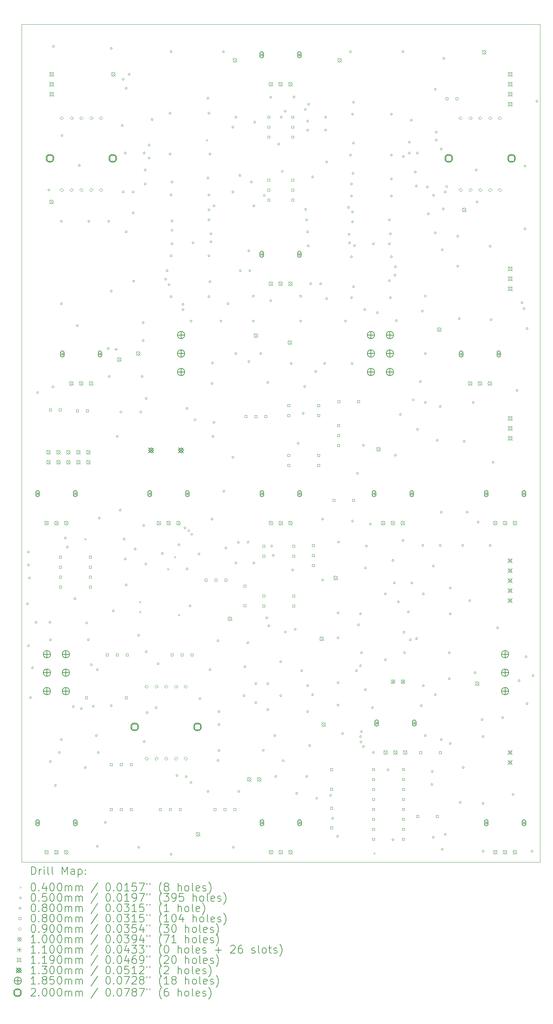
<source format=gbr>
%FSLAX45Y45*%
G04 Gerber Fmt 4.5, Leading zero omitted, Abs format (unit mm)*
G04 Created by KiCad (PCBNEW 6.0.5+dfsg-1~bpo11+1) date 2023-02-06 17:01:20*
%MOMM*%
%LPD*%
G01*
G04 APERTURE LIST*
%TA.AperFunction,Profile*%
%ADD10C,0.050000*%
%TD*%
%ADD11C,0.200000*%
%ADD12C,0.040000*%
%ADD13C,0.050000*%
%ADD14C,0.080000*%
%ADD15C,0.090000*%
%ADD16C,0.100000*%
%ADD17C,0.110000*%
%ADD18C,0.119000*%
%ADD19C,0.130000*%
%ADD20C,0.185000*%
G04 APERTURE END LIST*
D10*
X17272000Y-2540000D02*
X4064000Y-2540000D01*
X17272000Y-23876000D02*
X17272000Y-2540000D01*
X4064000Y-2540000D02*
X4064000Y-23876000D01*
X4064000Y-23876000D02*
X17272000Y-23876000D01*
D11*
D12*
X5669600Y-15626400D02*
X5709600Y-15666400D01*
X5709600Y-15626400D02*
X5669600Y-15666400D01*
X7066600Y-17226600D02*
X7106600Y-17266600D01*
X7106600Y-17226600D02*
X7066600Y-17266600D01*
X7066600Y-17480600D02*
X7106600Y-17520600D01*
X7106600Y-17480600D02*
X7066600Y-17520600D01*
X7777800Y-16388400D02*
X7817800Y-16428400D01*
X7817800Y-16388400D02*
X7777800Y-16428400D01*
X7955600Y-16083600D02*
X7995600Y-16123600D01*
X7995600Y-16083600D02*
X7955600Y-16123600D01*
X8057200Y-17556800D02*
X8097200Y-17596800D01*
X8097200Y-17556800D02*
X8057200Y-17596800D01*
X8768400Y-5466400D02*
X8808400Y-5506400D01*
X8808400Y-5466400D02*
X8768400Y-5506400D01*
X13035600Y-23627400D02*
X13075600Y-23667400D01*
X13075600Y-23627400D02*
X13035600Y-23667400D01*
D13*
X4241400Y-17297400D02*
G75*
G03*
X4241400Y-17297400I-25000J0D01*
G01*
X4266800Y-15976600D02*
G75*
G03*
X4266800Y-15976600I-25000J0D01*
G01*
X4266800Y-16306800D02*
G75*
G03*
X4266800Y-16306800I-25000J0D01*
G01*
X4266800Y-18364200D02*
G75*
G03*
X4266800Y-18364200I-25000J0D01*
G01*
X4292200Y-16637000D02*
G75*
G03*
X4292200Y-16637000I-25000J0D01*
G01*
X4317600Y-19685000D02*
G75*
G03*
X4317600Y-19685000I-25000J0D01*
G01*
X4368400Y-18923000D02*
G75*
G03*
X4368400Y-18923000I-25000J0D01*
G01*
X4457300Y-17767300D02*
G75*
G03*
X4457300Y-17767300I-25000J0D01*
G01*
X4498445Y-11915645D02*
G75*
G03*
X4498445Y-11915645I-25000J0D01*
G01*
X4787500Y-6756400D02*
G75*
G03*
X4787500Y-6756400I-25000J0D01*
G01*
X4812900Y-17767300D02*
G75*
G03*
X4812900Y-17767300I-25000J0D01*
G01*
X4825600Y-18211800D02*
G75*
G03*
X4825600Y-18211800I-25000J0D01*
G01*
X4825600Y-21310600D02*
G75*
G03*
X4825600Y-21310600I-25000J0D01*
G01*
X4888050Y-11771850D02*
G75*
G03*
X4888050Y-11771850I-25000J0D01*
G01*
X4901800Y-3098800D02*
G75*
G03*
X4901800Y-3098800I-25000J0D01*
G01*
X4952600Y-21920200D02*
G75*
G03*
X4952600Y-21920200I-25000J0D01*
G01*
X5054200Y-21082000D02*
G75*
G03*
X5054200Y-21082000I-25000J0D01*
G01*
X5105000Y-7556500D02*
G75*
G03*
X5105000Y-7556500I-25000J0D01*
G01*
X5105000Y-9652000D02*
G75*
G03*
X5105000Y-9652000I-25000J0D01*
G01*
X5105000Y-20751800D02*
G75*
G03*
X5105000Y-20751800I-25000J0D01*
G01*
X5117700Y-5372100D02*
G75*
G03*
X5117700Y-5372100I-25000J0D01*
G01*
X5206600Y-15621000D02*
G75*
G03*
X5206600Y-15621000I-25000J0D01*
G01*
X5257400Y-15849600D02*
G75*
G03*
X5257400Y-15849600I-25000J0D01*
G01*
X5409800Y-19913600D02*
G75*
G03*
X5409800Y-19913600I-25000J0D01*
G01*
X5448950Y-17167193D02*
G75*
G03*
X5448950Y-17167193I-25000J0D01*
G01*
X5511400Y-10210800D02*
G75*
G03*
X5511400Y-10210800I-25000J0D01*
G01*
X5562200Y-6134100D02*
G75*
G03*
X5562200Y-6134100I-25000J0D01*
G01*
X5613000Y-19964400D02*
G75*
G03*
X5613000Y-19964400I-25000J0D01*
G01*
X5714600Y-21463000D02*
G75*
G03*
X5714600Y-21463000I-25000J0D01*
G01*
X5751650Y-17783207D02*
G75*
G03*
X5751650Y-17783207I-25000J0D01*
G01*
X5790800Y-18211800D02*
G75*
G03*
X5790800Y-18211800I-25000J0D01*
G01*
X5803500Y-7556500D02*
G75*
G03*
X5803500Y-7556500I-25000J0D01*
G01*
X5867000Y-18846800D02*
G75*
G03*
X5867000Y-18846800I-25000J0D01*
G01*
X5914825Y-19904443D02*
G75*
G03*
X5914825Y-19904443I-25000J0D01*
G01*
X5994000Y-20650200D02*
G75*
G03*
X5994000Y-20650200I-25000J0D01*
G01*
X6019400Y-18973800D02*
G75*
G03*
X6019400Y-18973800I-25000J0D01*
G01*
X6019400Y-23469600D02*
G75*
G03*
X6019400Y-23469600I-25000J0D01*
G01*
X6044800Y-21082000D02*
G75*
G03*
X6044800Y-21082000I-25000J0D01*
G01*
X6070200Y-15113000D02*
G75*
G03*
X6070200Y-15113000I-25000J0D01*
G01*
X6222600Y-22860000D02*
G75*
G03*
X6222600Y-22860000I-25000J0D01*
G01*
X6298800Y-10795000D02*
G75*
G03*
X6298800Y-10795000I-25000J0D01*
G01*
X6311500Y-7556500D02*
G75*
G03*
X6311500Y-7556500I-25000J0D01*
G01*
X6324200Y-11506200D02*
G75*
G03*
X6324200Y-11506200I-25000J0D01*
G01*
X6375000Y-3149600D02*
G75*
G03*
X6375000Y-3149600I-25000J0D01*
G01*
X6375000Y-9334500D02*
G75*
G03*
X6375000Y-9334500I-25000J0D01*
G01*
X6375000Y-19888200D02*
G75*
G03*
X6375000Y-19888200I-25000J0D01*
G01*
X6425800Y-17475200D02*
G75*
G03*
X6425800Y-17475200I-25000J0D01*
G01*
X6527400Y-13030200D02*
G75*
G03*
X6527400Y-13030200I-25000J0D01*
G01*
X6603600Y-14909800D02*
G75*
G03*
X6603600Y-14909800I-25000J0D01*
G01*
X6621150Y-12412750D02*
G75*
G03*
X6621150Y-12412750I-25000J0D01*
G01*
X6654400Y-5118100D02*
G75*
G03*
X6654400Y-5118100I-25000J0D01*
G01*
X6679800Y-3937000D02*
G75*
G03*
X6679800Y-3937000I-25000J0D01*
G01*
X6679800Y-6807200D02*
G75*
G03*
X6679800Y-6807200I-25000J0D01*
G01*
X6705200Y-15646400D02*
G75*
G03*
X6705200Y-15646400I-25000J0D01*
G01*
X6730600Y-5816600D02*
G75*
G03*
X6730600Y-5816600I-25000J0D01*
G01*
X6730600Y-16154400D02*
G75*
G03*
X6730600Y-16154400I-25000J0D01*
G01*
X6756000Y-4165600D02*
G75*
G03*
X6756000Y-4165600I-25000J0D01*
G01*
X6756000Y-7823200D02*
G75*
G03*
X6756000Y-7823200I-25000J0D01*
G01*
X6756000Y-16814800D02*
G75*
G03*
X6756000Y-16814800I-25000J0D01*
G01*
X6832200Y-3810000D02*
G75*
G03*
X6832200Y-3810000I-25000J0D01*
G01*
X6933800Y-6807200D02*
G75*
G03*
X6933800Y-6807200I-25000J0D01*
G01*
X6933800Y-7340600D02*
G75*
G03*
X6933800Y-7340600I-25000J0D01*
G01*
X6946500Y-9080500D02*
G75*
G03*
X6946500Y-9080500I-25000J0D01*
G01*
X6984600Y-15900400D02*
G75*
G03*
X6984600Y-15900400I-25000J0D01*
G01*
X7073500Y-18097500D02*
G75*
G03*
X7073500Y-18097500I-25000J0D01*
G01*
X7073500Y-23495000D02*
G75*
G03*
X7073500Y-23495000I-25000J0D01*
G01*
X7130400Y-12412750D02*
G75*
G03*
X7130400Y-12412750I-25000J0D01*
G01*
X7162400Y-11506200D02*
G75*
G03*
X7162400Y-11506200I-25000J0D01*
G01*
X7187800Y-10134600D02*
G75*
G03*
X7187800Y-10134600I-25000J0D01*
G01*
X7187800Y-10591800D02*
G75*
G03*
X7187800Y-10591800I-25000J0D01*
G01*
X7200500Y-15303500D02*
G75*
G03*
X7200500Y-15303500I-25000J0D01*
G01*
X7213200Y-5816600D02*
G75*
G03*
X7213200Y-5816600I-25000J0D01*
G01*
X7213200Y-20802600D02*
G75*
G03*
X7213200Y-20802600I-25000J0D01*
G01*
X7238600Y-6248400D02*
G75*
G03*
X7238600Y-6248400I-25000J0D01*
G01*
X7238600Y-6604000D02*
G75*
G03*
X7238600Y-6604000I-25000J0D01*
G01*
X7257400Y-16281400D02*
G75*
G03*
X7257400Y-16281400I-25000J0D01*
G01*
X7264000Y-12065000D02*
G75*
G03*
X7264000Y-12065000I-25000J0D01*
G01*
X7264000Y-18516600D02*
G75*
G03*
X7264000Y-18516600I-25000J0D01*
G01*
X7289400Y-20066000D02*
G75*
G03*
X7289400Y-20066000I-25000J0D01*
G01*
X7340200Y-5613400D02*
G75*
G03*
X7340200Y-5613400I-25000J0D01*
G01*
X7340200Y-5943600D02*
G75*
G03*
X7340200Y-5943600I-25000J0D01*
G01*
X7416400Y-4965700D02*
G75*
G03*
X7416400Y-4965700I-25000J0D01*
G01*
X7518000Y-19939000D02*
G75*
G03*
X7518000Y-19939000I-25000J0D01*
G01*
X7568800Y-18821400D02*
G75*
G03*
X7568800Y-18821400I-25000J0D01*
G01*
X7676500Y-16015750D02*
G75*
G03*
X7676500Y-16015750I-25000J0D01*
G01*
X7759300Y-9029700D02*
G75*
G03*
X7759300Y-9029700I-25000J0D01*
G01*
X7797400Y-8813800D02*
G75*
G03*
X7797400Y-8813800I-25000J0D01*
G01*
X7848200Y-9169400D02*
G75*
G03*
X7848200Y-9169400I-25000J0D01*
G01*
X7873600Y-4800600D02*
G75*
G03*
X7873600Y-4800600I-25000J0D01*
G01*
X7873600Y-5842000D02*
G75*
G03*
X7873600Y-5842000I-25000J0D01*
G01*
X7899000Y-3238500D02*
G75*
G03*
X7899000Y-3238500I-25000J0D01*
G01*
X7899000Y-6883400D02*
G75*
G03*
X7899000Y-6883400I-25000J0D01*
G01*
X7899000Y-8432800D02*
G75*
G03*
X7899000Y-8432800I-25000J0D01*
G01*
X7899000Y-9474200D02*
G75*
G03*
X7899000Y-9474200I-25000J0D01*
G01*
X7899000Y-23672800D02*
G75*
G03*
X7899000Y-23672800I-25000J0D01*
G01*
X7924400Y-6553200D02*
G75*
G03*
X7924400Y-6553200I-25000J0D01*
G01*
X7924400Y-7543800D02*
G75*
G03*
X7924400Y-7543800I-25000J0D01*
G01*
X7924400Y-7783650D02*
G75*
G03*
X7924400Y-7783650I-25000J0D01*
G01*
X7924400Y-8128000D02*
G75*
G03*
X7924400Y-8128000I-25000J0D01*
G01*
X8051400Y-21666200D02*
G75*
G03*
X8051400Y-21666200I-25000J0D01*
G01*
X8098667Y-15795058D02*
G75*
G03*
X8098667Y-15795058I-25000J0D01*
G01*
X8200160Y-9673760D02*
G75*
G03*
X8200160Y-9673760I-25000J0D01*
G01*
X8203800Y-9804400D02*
G75*
G03*
X8203800Y-9804400I-25000J0D01*
G01*
X8251101Y-15364560D02*
G75*
G03*
X8251101Y-15364560I-25000J0D01*
G01*
X8283617Y-21698250D02*
G75*
G03*
X8283617Y-21698250I-25000J0D01*
G01*
X8305400Y-12319000D02*
G75*
G03*
X8305400Y-12319000I-25000J0D01*
G01*
X8305400Y-16408400D02*
G75*
G03*
X8305400Y-16408400I-25000J0D01*
G01*
X8349494Y-15433166D02*
G75*
G03*
X8349494Y-15433166I-25000J0D01*
G01*
X8381600Y-17348200D02*
G75*
G03*
X8381600Y-17348200I-25000J0D01*
G01*
X8407000Y-10096500D02*
G75*
G03*
X8407000Y-10096500I-25000J0D01*
G01*
X8407000Y-21844000D02*
G75*
G03*
X8407000Y-21844000I-25000J0D01*
G01*
X8426240Y-15525351D02*
G75*
G03*
X8426240Y-15525351I-25000J0D01*
G01*
X8457800Y-8102600D02*
G75*
G03*
X8457800Y-8102600I-25000J0D01*
G01*
X8508600Y-12610050D02*
G75*
G03*
X8508600Y-12610050I-25000J0D01*
G01*
X8610200Y-16027400D02*
G75*
G03*
X8610200Y-16027400I-25000J0D01*
G01*
X8635600Y-19710400D02*
G75*
G03*
X8635600Y-19710400I-25000J0D01*
G01*
X8838800Y-4419600D02*
G75*
G03*
X8838800Y-4419600I-25000J0D01*
G01*
X8838800Y-6451600D02*
G75*
G03*
X8838800Y-6451600I-25000J0D01*
G01*
X8838800Y-22072600D02*
G75*
G03*
X8838800Y-22072600I-25000J0D01*
G01*
X8864200Y-7264400D02*
G75*
G03*
X8864200Y-7264400I-25000J0D01*
G01*
X8864200Y-4800600D02*
G75*
G03*
X8864200Y-4800600I-25000J0D01*
G01*
X8864200Y-6883400D02*
G75*
G03*
X8864200Y-6883400I-25000J0D01*
G01*
X8864200Y-7518400D02*
G75*
G03*
X8864200Y-7518400I-25000J0D01*
G01*
X8864200Y-8432800D02*
G75*
G03*
X8864200Y-8432800I-25000J0D01*
G01*
X8864200Y-9474200D02*
G75*
G03*
X8864200Y-9474200I-25000J0D01*
G01*
X8889600Y-5842000D02*
G75*
G03*
X8889600Y-5842000I-25000J0D01*
G01*
X8889600Y-9093200D02*
G75*
G03*
X8889600Y-9093200I-25000J0D01*
G01*
X8889600Y-18973800D02*
G75*
G03*
X8889600Y-18973800I-25000J0D01*
G01*
X8915000Y-7874000D02*
G75*
G03*
X8915000Y-7874000I-25000J0D01*
G01*
X8915000Y-8077200D02*
G75*
G03*
X8915000Y-8077200I-25000J0D01*
G01*
X8940400Y-11684000D02*
G75*
G03*
X8940400Y-11684000I-25000J0D01*
G01*
X8940400Y-15138400D02*
G75*
G03*
X8940400Y-15138400I-25000J0D01*
G01*
X8953100Y-11163300D02*
G75*
G03*
X8953100Y-11163300I-25000J0D01*
G01*
X8965800Y-13030200D02*
G75*
G03*
X8965800Y-13030200I-25000J0D01*
G01*
X8991200Y-7162800D02*
G75*
G03*
X8991200Y-7162800I-25000J0D01*
G01*
X8991200Y-12674600D02*
G75*
G03*
X8991200Y-12674600I-25000J0D01*
G01*
X9092800Y-18237200D02*
G75*
G03*
X9092800Y-18237200I-25000J0D01*
G01*
X9092800Y-21285200D02*
G75*
G03*
X9092800Y-21285200I-25000J0D01*
G01*
X9118200Y-20040600D02*
G75*
G03*
X9118200Y-20040600I-25000J0D01*
G01*
X9118200Y-20370800D02*
G75*
G03*
X9118200Y-20370800I-25000J0D01*
G01*
X9118200Y-21031200D02*
G75*
G03*
X9118200Y-21031200I-25000J0D01*
G01*
X9169000Y-10096500D02*
G75*
G03*
X9169000Y-10096500I-25000J0D01*
G01*
X9232500Y-3238500D02*
G75*
G03*
X9232500Y-3238500I-25000J0D01*
G01*
X9245200Y-14427200D02*
G75*
G03*
X9245200Y-14427200I-25000J0D01*
G01*
X9296000Y-15875000D02*
G75*
G03*
X9296000Y-15875000I-25000J0D01*
G01*
X9346800Y-9652000D02*
G75*
G03*
X9346800Y-9652000I-25000J0D01*
G01*
X9473800Y-5156200D02*
G75*
G03*
X9473800Y-5156200I-25000J0D01*
G01*
X9473800Y-6807200D02*
G75*
G03*
X9473800Y-6807200I-25000J0D01*
G01*
X9473800Y-13563600D02*
G75*
G03*
X9473800Y-13563600I-25000J0D01*
G01*
X9486500Y-23495000D02*
G75*
G03*
X9486500Y-23495000I-25000J0D01*
G01*
X9550000Y-4902200D02*
G75*
G03*
X9550000Y-4902200I-25000J0D01*
G01*
X9550000Y-10922000D02*
G75*
G03*
X9550000Y-10922000I-25000J0D01*
G01*
X9550000Y-16256000D02*
G75*
G03*
X9550000Y-16256000I-25000J0D01*
G01*
X9611050Y-15732850D02*
G75*
G03*
X9611050Y-15732850I-25000J0D01*
G01*
X9626200Y-22072600D02*
G75*
G03*
X9626200Y-22072600I-25000J0D01*
G01*
X9651600Y-6388100D02*
G75*
G03*
X9651600Y-6388100I-25000J0D01*
G01*
X9665750Y-8813800D02*
G75*
G03*
X9665750Y-8813800I-25000J0D01*
G01*
X9753200Y-19634200D02*
G75*
G03*
X9753200Y-19634200I-25000J0D01*
G01*
X9778600Y-18897600D02*
G75*
G03*
X9778600Y-18897600I-25000J0D01*
G01*
X9854800Y-18288000D02*
G75*
G03*
X9854800Y-18288000I-25000J0D01*
G01*
X9859050Y-15726850D02*
G75*
G03*
X9859050Y-15726850I-25000J0D01*
G01*
X9880200Y-8305800D02*
G75*
G03*
X9880200Y-8305800I-25000J0D01*
G01*
X9880200Y-11125200D02*
G75*
G03*
X9880200Y-11125200I-25000J0D01*
G01*
X9905600Y-8813800D02*
G75*
G03*
X9905600Y-8813800I-25000J0D01*
G01*
X9943700Y-6553200D02*
G75*
G03*
X9943700Y-6553200I-25000J0D01*
G01*
X9994500Y-9461500D02*
G75*
G03*
X9994500Y-9461500I-25000J0D01*
G01*
X9994500Y-10096500D02*
G75*
G03*
X9994500Y-10096500I-25000J0D01*
G01*
X10007200Y-7162800D02*
G75*
G03*
X10007200Y-7162800I-25000J0D01*
G01*
X10007200Y-16256000D02*
G75*
G03*
X10007200Y-16256000I-25000J0D01*
G01*
X10032600Y-5029200D02*
G75*
G03*
X10032600Y-5029200I-25000J0D01*
G01*
X10058000Y-19329400D02*
G75*
G03*
X10058000Y-19329400I-25000J0D01*
G01*
X10058000Y-19812000D02*
G75*
G03*
X10058000Y-19812000I-25000J0D01*
G01*
X10185000Y-10922000D02*
G75*
G03*
X10185000Y-10922000I-25000J0D01*
G01*
X10247450Y-21027993D02*
G75*
G03*
X10247450Y-21027993I-25000J0D01*
G01*
X10271600Y-6898400D02*
G75*
G03*
X10271600Y-6898400I-25000J0D01*
G01*
X10337400Y-17653000D02*
G75*
G03*
X10337400Y-17653000I-25000J0D01*
G01*
X10362800Y-11658600D02*
G75*
G03*
X10362800Y-11658600I-25000J0D01*
G01*
X10362800Y-19329400D02*
G75*
G03*
X10362800Y-19329400I-25000J0D01*
G01*
X10362800Y-19989800D02*
G75*
G03*
X10362800Y-19989800I-25000J0D01*
G01*
X10388200Y-17856200D02*
G75*
G03*
X10388200Y-17856200I-25000J0D01*
G01*
X10439000Y-4394200D02*
G75*
G03*
X10439000Y-4394200I-25000J0D01*
G01*
X10439000Y-9575800D02*
G75*
G03*
X10439000Y-9575800I-25000J0D01*
G01*
X10464400Y-15824200D02*
G75*
G03*
X10464400Y-15824200I-25000J0D01*
G01*
X10502500Y-16065500D02*
G75*
G03*
X10502500Y-16065500I-25000J0D01*
G01*
X10540600Y-20650200D02*
G75*
G03*
X10540600Y-20650200I-25000J0D01*
G01*
X10566000Y-21691600D02*
G75*
G03*
X10566000Y-21691600I-25000J0D01*
G01*
X10642200Y-5588000D02*
G75*
G03*
X10642200Y-5588000I-25000J0D01*
G01*
X10693000Y-18770600D02*
G75*
G03*
X10693000Y-18770600I-25000J0D01*
G01*
X10693000Y-19634200D02*
G75*
G03*
X10693000Y-19634200I-25000J0D01*
G01*
X10704650Y-4902200D02*
G75*
G03*
X10704650Y-4902200I-25000J0D01*
G01*
X10732150Y-6285450D02*
G75*
G03*
X10732150Y-6285450I-25000J0D01*
G01*
X10755329Y-21291850D02*
G75*
G03*
X10755329Y-21291850I-25000J0D01*
G01*
X10806250Y-4749696D02*
G75*
G03*
X10806250Y-4749696I-25000J0D01*
G01*
X10812315Y-18014201D02*
G75*
G03*
X10812315Y-18014201I-25000J0D01*
G01*
X10959700Y-11176000D02*
G75*
G03*
X10959700Y-11176000I-25000J0D01*
G01*
X10997800Y-16433800D02*
G75*
G03*
X10997800Y-16433800I-25000J0D01*
G01*
X11028950Y-4390993D02*
G75*
G03*
X11028950Y-4390993I-25000J0D01*
G01*
X11060250Y-17946150D02*
G75*
G03*
X11060250Y-17946150I-25000J0D01*
G01*
X11099400Y-22123400D02*
G75*
G03*
X11099400Y-22123400I-25000J0D01*
G01*
X11137500Y-13208000D02*
G75*
G03*
X11137500Y-13208000I-25000J0D01*
G01*
X11201000Y-9461500D02*
G75*
G03*
X11201000Y-9461500I-25000J0D01*
G01*
X11201000Y-10096500D02*
G75*
G03*
X11201000Y-10096500I-25000J0D01*
G01*
X11226400Y-18999200D02*
G75*
G03*
X11226400Y-18999200I-25000J0D01*
G01*
X11264500Y-12446000D02*
G75*
G03*
X11264500Y-12446000I-25000J0D01*
G01*
X11302600Y-11760200D02*
G75*
G03*
X11302600Y-11760200I-25000J0D01*
G01*
X11320475Y-4706525D02*
G75*
G03*
X11320475Y-4706525I-25000J0D01*
G01*
X11328000Y-7251700D02*
G75*
G03*
X11328000Y-7251700I-25000J0D01*
G01*
X11353400Y-7518400D02*
G75*
G03*
X11353400Y-7518400I-25000J0D01*
G01*
X11353400Y-21691600D02*
G75*
G03*
X11353400Y-21691600I-25000J0D01*
G01*
X11378800Y-5003800D02*
G75*
G03*
X11378800Y-5003800I-25000J0D01*
G01*
X11378800Y-5232400D02*
G75*
G03*
X11378800Y-5232400I-25000J0D01*
G01*
X11378800Y-7823200D02*
G75*
G03*
X11378800Y-7823200I-25000J0D01*
G01*
X11378800Y-19380200D02*
G75*
G03*
X11378800Y-19380200I-25000J0D01*
G01*
X11378800Y-20040600D02*
G75*
G03*
X11378800Y-20040600I-25000J0D01*
G01*
X11392550Y-8178800D02*
G75*
G03*
X11392550Y-8178800I-25000J0D01*
G01*
X11404200Y-4572000D02*
G75*
G03*
X11404200Y-4572000I-25000J0D01*
G01*
X11429600Y-20904200D02*
G75*
G03*
X11429600Y-20904200I-25000J0D01*
G01*
X11455000Y-9144000D02*
G75*
G03*
X11455000Y-9144000I-25000J0D01*
G01*
X11505800Y-6426200D02*
G75*
G03*
X11505800Y-6426200I-25000J0D01*
G01*
X11505800Y-19608800D02*
G75*
G03*
X11505800Y-19608800I-25000J0D01*
G01*
X11582000Y-11379200D02*
G75*
G03*
X11582000Y-11379200I-25000J0D01*
G01*
X11609900Y-22247277D02*
G75*
G03*
X11609900Y-22247277I-25000J0D01*
G01*
X11709000Y-9144000D02*
G75*
G03*
X11709000Y-9144000I-25000J0D01*
G01*
X11759800Y-15138400D02*
G75*
G03*
X11759800Y-15138400I-25000J0D01*
G01*
X11759800Y-16687800D02*
G75*
G03*
X11759800Y-16687800I-25000J0D01*
G01*
X11810600Y-11176000D02*
G75*
G03*
X11810600Y-11176000I-25000J0D01*
G01*
X11836000Y-4902200D02*
G75*
G03*
X11836000Y-4902200I-25000J0D01*
G01*
X11836000Y-5232400D02*
G75*
G03*
X11836000Y-5232400I-25000J0D01*
G01*
X11861400Y-6045200D02*
G75*
G03*
X11861400Y-6045200I-25000J0D01*
G01*
X11861400Y-9525000D02*
G75*
G03*
X11861400Y-9525000I-25000J0D01*
G01*
X11963000Y-22174200D02*
G75*
G03*
X11963000Y-22174200I-25000J0D01*
G01*
X12013800Y-22758400D02*
G75*
G03*
X12013800Y-22758400I-25000J0D01*
G01*
X12140800Y-23215600D02*
G75*
G03*
X12140800Y-23215600I-25000J0D01*
G01*
X12153500Y-17526000D02*
G75*
G03*
X12153500Y-17526000I-25000J0D01*
G01*
X12153500Y-18161000D02*
G75*
G03*
X12153500Y-18161000I-25000J0D01*
G01*
X12153500Y-19304000D02*
G75*
G03*
X12153500Y-19304000I-25000J0D01*
G01*
X12153500Y-19875500D02*
G75*
G03*
X12153500Y-19875500I-25000J0D01*
G01*
X12166200Y-15722600D02*
G75*
G03*
X12166200Y-15722600I-25000J0D01*
G01*
X12267800Y-20599400D02*
G75*
G03*
X12267800Y-20599400I-25000J0D01*
G01*
X12344000Y-10096500D02*
G75*
G03*
X12344000Y-10096500I-25000J0D01*
G01*
X12416993Y-7201950D02*
G75*
G03*
X12416993Y-7201950I-25000J0D01*
G01*
X12432900Y-7886700D02*
G75*
G03*
X12432900Y-7886700I-25000J0D01*
G01*
X12445600Y-8102600D02*
G75*
G03*
X12445600Y-8102600I-25000J0D01*
G01*
X12471000Y-3238500D02*
G75*
G03*
X12471000Y-3238500I-25000J0D01*
G01*
X12471000Y-5867400D02*
G75*
G03*
X12471000Y-5867400I-25000J0D01*
G01*
X12496400Y-6604000D02*
G75*
G03*
X12496400Y-6604000I-25000J0D01*
G01*
X12496400Y-6908800D02*
G75*
G03*
X12496400Y-6908800I-25000J0D01*
G01*
X12496400Y-8458200D02*
G75*
G03*
X12496400Y-8458200I-25000J0D01*
G01*
X12496400Y-9499600D02*
G75*
G03*
X12496400Y-9499600I-25000J0D01*
G01*
X12509100Y-11176000D02*
G75*
G03*
X12509100Y-11176000I-25000J0D01*
G01*
X12521800Y-4826000D02*
G75*
G03*
X12521800Y-4826000I-25000J0D01*
G01*
X12521800Y-7315200D02*
G75*
G03*
X12521800Y-7315200I-25000J0D01*
G01*
X12521800Y-7569200D02*
G75*
G03*
X12521800Y-7569200I-25000J0D01*
G01*
X12521800Y-15189200D02*
G75*
G03*
X12521800Y-15189200I-25000J0D01*
G01*
X12534500Y-6337300D02*
G75*
G03*
X12534500Y-6337300I-25000J0D01*
G01*
X12547200Y-4521200D02*
G75*
G03*
X12547200Y-4521200I-25000J0D01*
G01*
X12547200Y-5562600D02*
G75*
G03*
X12547200Y-5562600I-25000J0D01*
G01*
X12547200Y-9220200D02*
G75*
G03*
X12547200Y-9220200I-25000J0D01*
G01*
X12572600Y-8177750D02*
G75*
G03*
X12572600Y-8177750I-25000J0D01*
G01*
X12623400Y-18999200D02*
G75*
G03*
X12623400Y-18999200I-25000J0D01*
G01*
X12648800Y-13970000D02*
G75*
G03*
X12648800Y-13970000I-25000J0D01*
G01*
X12674200Y-17830800D02*
G75*
G03*
X12674200Y-17830800I-25000J0D01*
G01*
X12725000Y-17551400D02*
G75*
G03*
X12725000Y-17551400I-25000J0D01*
G01*
X12725000Y-18872200D02*
G75*
G03*
X12725000Y-18872200I-25000J0D01*
G01*
X12725000Y-20675600D02*
G75*
G03*
X12725000Y-20675600I-25000J0D01*
G01*
X12737804Y-20815404D02*
G75*
G03*
X12737804Y-20815404I-25000J0D01*
G01*
X12747900Y-20548600D02*
G75*
G03*
X12747900Y-20548600I-25000J0D01*
G01*
X12750400Y-18542000D02*
G75*
G03*
X12750400Y-18542000I-25000J0D01*
G01*
X12801200Y-13258800D02*
G75*
G03*
X12801200Y-13258800I-25000J0D01*
G01*
X12801200Y-20929600D02*
G75*
G03*
X12801200Y-20929600I-25000J0D01*
G01*
X12835439Y-9801407D02*
G75*
G03*
X12835439Y-9801407I-25000J0D01*
G01*
X12852000Y-16383000D02*
G75*
G03*
X12852000Y-16383000I-25000J0D01*
G01*
X12852000Y-19481800D02*
G75*
G03*
X12852000Y-19481800I-25000J0D01*
G01*
X12877400Y-15824200D02*
G75*
G03*
X12877400Y-15824200I-25000J0D01*
G01*
X12979000Y-15265400D02*
G75*
G03*
X12979000Y-15265400I-25000J0D01*
G01*
X13029800Y-19939000D02*
G75*
G03*
X13029800Y-19939000I-25000J0D01*
G01*
X13055200Y-8128000D02*
G75*
G03*
X13055200Y-8128000I-25000J0D01*
G01*
X13055200Y-21082000D02*
G75*
G03*
X13055200Y-21082000I-25000J0D01*
G01*
X13156800Y-9880600D02*
G75*
G03*
X13156800Y-9880600I-25000J0D01*
G01*
X13360000Y-17043400D02*
G75*
G03*
X13360000Y-17043400I-25000J0D01*
G01*
X13360000Y-18719800D02*
G75*
G03*
X13360000Y-18719800I-25000J0D01*
G01*
X13423500Y-21526500D02*
G75*
G03*
X13423500Y-21526500I-25000J0D01*
G01*
X13461600Y-7518400D02*
G75*
G03*
X13461600Y-7518400I-25000J0D01*
G01*
X13461600Y-8128000D02*
G75*
G03*
X13461600Y-8128000I-25000J0D01*
G01*
X13461600Y-9067800D02*
G75*
G03*
X13461600Y-9067800I-25000J0D01*
G01*
X13487000Y-7874000D02*
G75*
G03*
X13487000Y-7874000I-25000J0D01*
G01*
X13487000Y-9499600D02*
G75*
G03*
X13487000Y-9499600I-25000J0D01*
G01*
X13512400Y-4826000D02*
G75*
G03*
X13512400Y-4826000I-25000J0D01*
G01*
X13512400Y-5867400D02*
G75*
G03*
X13512400Y-5867400I-25000J0D01*
G01*
X13512400Y-6477000D02*
G75*
G03*
X13512400Y-6477000I-25000J0D01*
G01*
X13512400Y-6908800D02*
G75*
G03*
X13512400Y-6908800I-25000J0D01*
G01*
X13512400Y-8458200D02*
G75*
G03*
X13512400Y-8458200I-25000J0D01*
G01*
X13550500Y-16192500D02*
G75*
G03*
X13550500Y-16192500I-25000J0D01*
G01*
X13550500Y-23304500D02*
G75*
G03*
X13550500Y-23304500I-25000J0D01*
G01*
X13588600Y-16764000D02*
G75*
G03*
X13588600Y-16764000I-25000J0D01*
G01*
X13601300Y-8928100D02*
G75*
G03*
X13601300Y-8928100I-25000J0D01*
G01*
X13614000Y-8712200D02*
G75*
G03*
X13614000Y-8712200I-25000J0D01*
G01*
X13614000Y-13512800D02*
G75*
G03*
X13614000Y-13512800I-25000J0D01*
G01*
X13639400Y-10083800D02*
G75*
G03*
X13639400Y-10083800I-25000J0D01*
G01*
X13690200Y-17246600D02*
G75*
G03*
X13690200Y-17246600I-25000J0D01*
G01*
X13741000Y-12471400D02*
G75*
G03*
X13741000Y-12471400I-25000J0D01*
G01*
X13804500Y-3238500D02*
G75*
G03*
X13804500Y-3238500I-25000J0D01*
G01*
X13804500Y-15684500D02*
G75*
G03*
X13804500Y-15684500I-25000J0D01*
G01*
X13817200Y-5905500D02*
G75*
G03*
X13817200Y-5905500I-25000J0D01*
G01*
X13829900Y-18021300D02*
G75*
G03*
X13829900Y-18021300I-25000J0D01*
G01*
X13845100Y-18542000D02*
G75*
G03*
X13845100Y-18542000I-25000J0D01*
G01*
X13944200Y-17500600D02*
G75*
G03*
X13944200Y-17500600I-25000J0D01*
G01*
X13969600Y-5537200D02*
G75*
G03*
X13969600Y-5537200I-25000J0D01*
G01*
X13969600Y-5816600D02*
G75*
G03*
X13969600Y-5816600I-25000J0D01*
G01*
X13995000Y-18211800D02*
G75*
G03*
X13995000Y-18211800I-25000J0D01*
G01*
X14020400Y-4978400D02*
G75*
G03*
X14020400Y-4978400I-25000J0D01*
G01*
X14034150Y-16764000D02*
G75*
G03*
X14034150Y-16764000I-25000J0D01*
G01*
X14071200Y-12102050D02*
G75*
G03*
X14071200Y-12102050I-25000J0D01*
G01*
X14122000Y-6299200D02*
G75*
G03*
X14122000Y-6299200I-25000J0D01*
G01*
X14147400Y-6654800D02*
G75*
G03*
X14147400Y-6654800I-25000J0D01*
G01*
X14153087Y-18183557D02*
G75*
G03*
X14153087Y-18183557I-25000J0D01*
G01*
X14172800Y-5816600D02*
G75*
G03*
X14172800Y-5816600I-25000J0D01*
G01*
X14176500Y-12852400D02*
G75*
G03*
X14176500Y-12852400I-25000J0D01*
G01*
X14249000Y-11633200D02*
G75*
G03*
X14249000Y-11633200I-25000J0D01*
G01*
X14274400Y-19888200D02*
G75*
G03*
X14274400Y-19888200I-25000J0D01*
G01*
X14299800Y-9842500D02*
G75*
G03*
X14299800Y-9842500I-25000J0D01*
G01*
X14312500Y-15811500D02*
G75*
G03*
X14312500Y-15811500I-25000J0D01*
G01*
X14325200Y-17043400D02*
G75*
G03*
X14325200Y-17043400I-25000J0D01*
G01*
X14325200Y-19380200D02*
G75*
G03*
X14325200Y-19380200I-25000J0D01*
G01*
X14376000Y-9460450D02*
G75*
G03*
X14376000Y-9460450I-25000J0D01*
G01*
X14376000Y-10922000D02*
G75*
G03*
X14376000Y-10922000I-25000J0D01*
G01*
X14376000Y-12166600D02*
G75*
G03*
X14376000Y-12166600I-25000J0D01*
G01*
X14376000Y-20650200D02*
G75*
G03*
X14376000Y-20650200I-25000J0D01*
G01*
X14426800Y-6680200D02*
G75*
G03*
X14426800Y-6680200I-25000J0D01*
G01*
X14452200Y-7366000D02*
G75*
G03*
X14452200Y-7366000I-25000J0D01*
G01*
X14542647Y-21894800D02*
G75*
G03*
X14542647Y-21894800I-25000J0D01*
G01*
X14553800Y-21564600D02*
G75*
G03*
X14553800Y-21564600I-25000J0D01*
G01*
X14579200Y-16332200D02*
G75*
G03*
X14579200Y-16332200I-25000J0D01*
G01*
X14579200Y-23241000D02*
G75*
G03*
X14579200Y-23241000I-25000J0D01*
G01*
X14586400Y-6890600D02*
G75*
G03*
X14586400Y-6890600I-25000J0D01*
G01*
X14630000Y-4191000D02*
G75*
G03*
X14630000Y-4191000I-25000J0D01*
G01*
X14630000Y-7848600D02*
G75*
G03*
X14630000Y-7848600I-25000J0D01*
G01*
X14630000Y-19608800D02*
G75*
G03*
X14630000Y-19608800I-25000J0D01*
G01*
X14655400Y-5283200D02*
G75*
G03*
X14655400Y-5283200I-25000J0D01*
G01*
X14655400Y-5486400D02*
G75*
G03*
X14655400Y-5486400I-25000J0D01*
G01*
X14680800Y-13131800D02*
G75*
G03*
X14680800Y-13131800I-25000J0D01*
G01*
X14757000Y-12268200D02*
G75*
G03*
X14757000Y-12268200I-25000J0D01*
G01*
X14757000Y-15811500D02*
G75*
G03*
X14757000Y-15811500I-25000J0D01*
G01*
X14782400Y-5715000D02*
G75*
G03*
X14782400Y-5715000I-25000J0D01*
G01*
X14782400Y-14960600D02*
G75*
G03*
X14782400Y-14960600I-25000J0D01*
G01*
X14782400Y-20751800D02*
G75*
G03*
X14782400Y-20751800I-25000J0D01*
G01*
X14807800Y-8280400D02*
G75*
G03*
X14807800Y-8280400I-25000J0D01*
G01*
X14807800Y-23545800D02*
G75*
G03*
X14807800Y-23545800I-25000J0D01*
G01*
X14833096Y-7239104D02*
G75*
G03*
X14833096Y-7239104I-25000J0D01*
G01*
X14845900Y-3403600D02*
G75*
G03*
X14845900Y-3403600I-25000J0D01*
G01*
X14884000Y-6807200D02*
G75*
G03*
X14884000Y-6807200I-25000J0D01*
G01*
X14884000Y-23164800D02*
G75*
G03*
X14884000Y-23164800I-25000J0D01*
G01*
X14920982Y-6672513D02*
G75*
G03*
X14920982Y-6672513I-25000J0D01*
G01*
X14985600Y-18542000D02*
G75*
G03*
X14985600Y-18542000I-25000J0D01*
G01*
X14985600Y-19202400D02*
G75*
G03*
X14985600Y-19202400I-25000J0D01*
G01*
X15011000Y-16891000D02*
G75*
G03*
X15011000Y-16891000I-25000J0D01*
G01*
X15011000Y-17551400D02*
G75*
G03*
X15011000Y-17551400I-25000J0D01*
G01*
X15011000Y-20853400D02*
G75*
G03*
X15011000Y-20853400I-25000J0D01*
G01*
X15201500Y-7937500D02*
G75*
G03*
X15201500Y-7937500I-25000J0D01*
G01*
X15201500Y-8699500D02*
G75*
G03*
X15201500Y-8699500I-25000J0D01*
G01*
X15239600Y-10033000D02*
G75*
G03*
X15239600Y-10033000I-25000J0D01*
G01*
X15265000Y-22352000D02*
G75*
G03*
X15265000Y-22352000I-25000J0D01*
G01*
X15328500Y-15811500D02*
G75*
G03*
X15328500Y-15811500I-25000J0D01*
G01*
X15341200Y-21463000D02*
G75*
G03*
X15341200Y-21463000I-25000J0D01*
G01*
X15366600Y-13157200D02*
G75*
G03*
X15366600Y-13157200I-25000J0D01*
G01*
X15442800Y-14960600D02*
G75*
G03*
X15442800Y-14960600I-25000J0D01*
G01*
X15506936Y-17213137D02*
G75*
G03*
X15506936Y-17213137I-25000J0D01*
G01*
X15595200Y-12166600D02*
G75*
G03*
X15595200Y-12166600I-25000J0D01*
G01*
X15646000Y-19050000D02*
G75*
G03*
X15646000Y-19050000I-25000J0D01*
G01*
X15671400Y-6248400D02*
G75*
G03*
X15671400Y-6248400I-25000J0D01*
G01*
X15696800Y-7061200D02*
G75*
G03*
X15696800Y-7061200I-25000J0D01*
G01*
X15722200Y-15214600D02*
G75*
G03*
X15722200Y-15214600I-25000J0D01*
G01*
X15823800Y-20243800D02*
G75*
G03*
X15823800Y-20243800I-25000J0D01*
G01*
X15849200Y-20675600D02*
G75*
G03*
X15849200Y-20675600I-25000J0D01*
G01*
X15849200Y-22377400D02*
G75*
G03*
X15849200Y-22377400I-25000J0D01*
G01*
X15849200Y-23596600D02*
G75*
G03*
X15849200Y-23596600I-25000J0D01*
G01*
X16027000Y-8191500D02*
G75*
G03*
X16027000Y-8191500I-25000J0D01*
G01*
X16027000Y-15811500D02*
G75*
G03*
X16027000Y-15811500I-25000J0D01*
G01*
X16052400Y-10058400D02*
G75*
G03*
X16052400Y-10058400I-25000J0D01*
G01*
X16103200Y-13690600D02*
G75*
G03*
X16103200Y-13690600I-25000J0D01*
G01*
X16217500Y-17907000D02*
G75*
G03*
X16217500Y-17907000I-25000J0D01*
G01*
X16344500Y-20193000D02*
G75*
G03*
X16344500Y-20193000I-25000J0D01*
G01*
X16611200Y-22148800D02*
G75*
G03*
X16611200Y-22148800I-25000J0D01*
G01*
X16712800Y-11861800D02*
G75*
G03*
X16712800Y-11861800I-25000J0D01*
G01*
X16763600Y-19253200D02*
G75*
G03*
X16763600Y-19253200I-25000J0D01*
G01*
X16839800Y-9626600D02*
G75*
G03*
X16839800Y-9626600I-25000J0D01*
G01*
X16890600Y-9778199D02*
G75*
G03*
X16890600Y-9778199I-25000J0D01*
G01*
X16916000Y-6146800D02*
G75*
G03*
X16916000Y-6146800I-25000J0D01*
G01*
X16916000Y-7747000D02*
G75*
G03*
X16916000Y-7747000I-25000J0D01*
G01*
X16941400Y-18643600D02*
G75*
G03*
X16941400Y-18643600I-25000J0D01*
G01*
X16966800Y-10287000D02*
G75*
G03*
X16966800Y-10287000I-25000J0D01*
G01*
X16966800Y-19837400D02*
G75*
G03*
X16966800Y-19837400I-25000J0D01*
G01*
X17093800Y-23596600D02*
G75*
G03*
X17093800Y-23596600I-25000J0D01*
G01*
X17119200Y-19126200D02*
G75*
G03*
X17119200Y-19126200I-25000J0D01*
G01*
X17220800Y-4495800D02*
G75*
G03*
X17220800Y-4495800I-25000J0D01*
G01*
D14*
X6470400Y-10773800D02*
X6470400Y-10853800D01*
X6430400Y-10813800D02*
X6510400Y-10813800D01*
X4824123Y-12384434D02*
X4824123Y-12327865D01*
X4767554Y-12327865D01*
X4767554Y-12384434D01*
X4824123Y-12384434D01*
X5074123Y-12384434D02*
X5074123Y-12327865D01*
X5017554Y-12327865D01*
X5017554Y-12384434D01*
X5074123Y-12384434D01*
X5081885Y-16132884D02*
X5081885Y-16076315D01*
X5025316Y-16076315D01*
X5025316Y-16132884D01*
X5081885Y-16132884D01*
X5081885Y-16386884D02*
X5081885Y-16330315D01*
X5025316Y-16330315D01*
X5025316Y-16386884D01*
X5081885Y-16386884D01*
X5081885Y-16640884D02*
X5081885Y-16584315D01*
X5025316Y-16584315D01*
X5025316Y-16640884D01*
X5081885Y-16640884D01*
X5081885Y-16894885D02*
X5081885Y-16838316D01*
X5025316Y-16838316D01*
X5025316Y-16894885D01*
X5081885Y-16894885D01*
X5514685Y-12409834D02*
X5514685Y-12353265D01*
X5458116Y-12353265D01*
X5458116Y-12409834D01*
X5514685Y-12409834D01*
X5743284Y-19713285D02*
X5743284Y-19656716D01*
X5686715Y-19656716D01*
X5686715Y-19713285D01*
X5743284Y-19713285D01*
X5764684Y-12409834D02*
X5764684Y-12353265D01*
X5708115Y-12353265D01*
X5708115Y-12409834D01*
X5764684Y-12409834D01*
X5843884Y-16132884D02*
X5843884Y-16076315D01*
X5787315Y-16076315D01*
X5787315Y-16132884D01*
X5843884Y-16132884D01*
X5843884Y-16386884D02*
X5843884Y-16330315D01*
X5787315Y-16330315D01*
X5787315Y-16386884D01*
X5843884Y-16386884D01*
X5843884Y-16640884D02*
X5843884Y-16584315D01*
X5787315Y-16584315D01*
X5787315Y-16640884D01*
X5843884Y-16640884D01*
X5843884Y-16894885D02*
X5843884Y-16838316D01*
X5787315Y-16838316D01*
X5787315Y-16894885D01*
X5843884Y-16894885D01*
X6276684Y-18621085D02*
X6276684Y-18564516D01*
X6220115Y-18564516D01*
X6220115Y-18621085D01*
X6276684Y-18621085D01*
X6378284Y-21415085D02*
X6378284Y-21358516D01*
X6321715Y-21358516D01*
X6321715Y-21415085D01*
X6378284Y-21415085D01*
X6378284Y-22558084D02*
X6378284Y-22501515D01*
X6321715Y-22501515D01*
X6321715Y-22558084D01*
X6378284Y-22558084D01*
X6530684Y-18621085D02*
X6530684Y-18564516D01*
X6474115Y-18564516D01*
X6474115Y-18621085D01*
X6530684Y-18621085D01*
X6632284Y-21415085D02*
X6632284Y-21358516D01*
X6575715Y-21358516D01*
X6575715Y-21415085D01*
X6632284Y-21415085D01*
X6632284Y-22558084D02*
X6632284Y-22501515D01*
X6575715Y-22501515D01*
X6575715Y-22558084D01*
X6632284Y-22558084D01*
X6759284Y-19713285D02*
X6759284Y-19656716D01*
X6702715Y-19656716D01*
X6702715Y-19713285D01*
X6759284Y-19713285D01*
X6784684Y-18621085D02*
X6784684Y-18564516D01*
X6728115Y-18564516D01*
X6728115Y-18621085D01*
X6784684Y-18621085D01*
X6886284Y-21415085D02*
X6886284Y-21358516D01*
X6829715Y-21358516D01*
X6829715Y-21415085D01*
X6886284Y-21415085D01*
X6886284Y-22558084D02*
X6886284Y-22501515D01*
X6829715Y-22501515D01*
X6829715Y-22558084D01*
X6886284Y-22558084D01*
X7623884Y-22558084D02*
X7623884Y-22501515D01*
X7567315Y-22501515D01*
X7567315Y-22558084D01*
X7623884Y-22558084D01*
X7877884Y-22558084D02*
X7877884Y-22501515D01*
X7821315Y-22501515D01*
X7821315Y-22558084D01*
X7877884Y-22558084D01*
X7927684Y-18621085D02*
X7927684Y-18564516D01*
X7871115Y-18564516D01*
X7871115Y-18621085D01*
X7927684Y-18621085D01*
X8131884Y-22558084D02*
X8131884Y-22501515D01*
X8075315Y-22501515D01*
X8075315Y-22558084D01*
X8131884Y-22558084D01*
X8181684Y-18621085D02*
X8181684Y-18564516D01*
X8125115Y-18564516D01*
X8125115Y-18621085D01*
X8181684Y-18621085D01*
X8435685Y-18621085D02*
X8435685Y-18564516D01*
X8379115Y-18564516D01*
X8379115Y-18621085D01*
X8435685Y-18621085D01*
X8791285Y-16716084D02*
X8791285Y-16659515D01*
X8734716Y-16659515D01*
X8734716Y-16716084D01*
X8791285Y-16716084D01*
X9019885Y-22558084D02*
X9019885Y-22501515D01*
X8963316Y-22501515D01*
X8963316Y-22558084D01*
X9019885Y-22558084D01*
X9045285Y-16716084D02*
X9045285Y-16659515D01*
X8988716Y-16659515D01*
X8988716Y-16716084D01*
X9045285Y-16716084D01*
X9273885Y-22558084D02*
X9273885Y-22501515D01*
X9217316Y-22501515D01*
X9217316Y-22558084D01*
X9273885Y-22558084D01*
X9299285Y-16716084D02*
X9299285Y-16659515D01*
X9242716Y-16659515D01*
X9242716Y-16716084D01*
X9299285Y-16716084D01*
X9527885Y-22558084D02*
X9527885Y-22501515D01*
X9471316Y-22501515D01*
X9471316Y-22558084D01*
X9527885Y-22558084D01*
X9781885Y-16872485D02*
X9781885Y-16815916D01*
X9725316Y-16815916D01*
X9725316Y-16872485D01*
X9781885Y-16872485D01*
X9781885Y-17372485D02*
X9781885Y-17315916D01*
X9725316Y-17315916D01*
X9725316Y-17372485D01*
X9781885Y-17372485D01*
X9807285Y-12550484D02*
X9807285Y-12493915D01*
X9750716Y-12493915D01*
X9750716Y-12550484D01*
X9807285Y-12550484D01*
X10061285Y-12550484D02*
X10061285Y-12493915D01*
X10004716Y-12493915D01*
X10004716Y-12550484D01*
X10061285Y-12550484D01*
X10263485Y-15851984D02*
X10263485Y-15795415D01*
X10206916Y-15795415D01*
X10206916Y-15851984D01*
X10263485Y-15851984D01*
X10263485Y-16105984D02*
X10263485Y-16049415D01*
X10206916Y-16049415D01*
X10206916Y-16105984D01*
X10263485Y-16105984D01*
X10263485Y-17121985D02*
X10263485Y-17065416D01*
X10206916Y-17065416D01*
X10206916Y-17121985D01*
X10263485Y-17121985D01*
X10263485Y-17375985D02*
X10263485Y-17319416D01*
X10206916Y-17319416D01*
X10206916Y-17375985D01*
X10263485Y-17375985D01*
X10315285Y-12550484D02*
X10315285Y-12493915D01*
X10258716Y-12493915D01*
X10258716Y-12550484D01*
X10315285Y-12550484D01*
X10391485Y-4929485D02*
X10391485Y-4872916D01*
X10334916Y-4872916D01*
X10334916Y-4929485D01*
X10391485Y-4929485D01*
X10391485Y-5183485D02*
X10391485Y-5126916D01*
X10334916Y-5126916D01*
X10334916Y-5183485D01*
X10391485Y-5183485D01*
X10391485Y-5437485D02*
X10391485Y-5380916D01*
X10334916Y-5380916D01*
X10334916Y-5437485D01*
X10391485Y-5437485D01*
X10391485Y-6530684D02*
X10391485Y-6474115D01*
X10334916Y-6474115D01*
X10334916Y-6530684D01*
X10391485Y-6530684D01*
X10391485Y-6784684D02*
X10391485Y-6728115D01*
X10334916Y-6728115D01*
X10334916Y-6784684D01*
X10391485Y-6784684D01*
X10391485Y-7038684D02*
X10391485Y-6982115D01*
X10334916Y-6982115D01*
X10334916Y-7038684D01*
X10391485Y-7038684D01*
X10898485Y-12270584D02*
X10898485Y-12214015D01*
X10841916Y-12214015D01*
X10841916Y-12270584D01*
X10898485Y-12270584D01*
X10898485Y-12524584D02*
X10898485Y-12468015D01*
X10841916Y-12468015D01*
X10841916Y-12524584D01*
X10898485Y-12524584D01*
X10898485Y-13540584D02*
X10898485Y-13484015D01*
X10841916Y-13484015D01*
X10841916Y-13540584D01*
X10898485Y-13540584D01*
X10898485Y-13794584D02*
X10898485Y-13738015D01*
X10841916Y-13738015D01*
X10841916Y-13794584D01*
X10898485Y-13794584D01*
X11001085Y-4929485D02*
X11001085Y-4872916D01*
X10944516Y-4872916D01*
X10944516Y-4929485D01*
X11001085Y-4929485D01*
X11001085Y-5183485D02*
X11001085Y-5126916D01*
X10944516Y-5126916D01*
X10944516Y-5183485D01*
X11001085Y-5183485D01*
X11001085Y-5437485D02*
X11001085Y-5380916D01*
X10944516Y-5380916D01*
X10944516Y-5437485D01*
X11001085Y-5437485D01*
X11001085Y-6530684D02*
X11001085Y-6474115D01*
X10944516Y-6474115D01*
X10944516Y-6530684D01*
X11001085Y-6530684D01*
X11001085Y-6784684D02*
X11001085Y-6728115D01*
X10944516Y-6728115D01*
X10944516Y-6784684D01*
X11001085Y-6784684D01*
X11001085Y-7038684D02*
X11001085Y-6982115D01*
X10944516Y-6982115D01*
X10944516Y-7038684D01*
X11001085Y-7038684D01*
X11025485Y-15851984D02*
X11025485Y-15795415D01*
X10968916Y-15795415D01*
X10968916Y-15851984D01*
X11025485Y-15851984D01*
X11025485Y-16105984D02*
X11025485Y-16049415D01*
X10968916Y-16049415D01*
X10968916Y-16105984D01*
X11025485Y-16105984D01*
X11025485Y-17121985D02*
X11025485Y-17065416D01*
X10968916Y-17065416D01*
X10968916Y-17121985D01*
X11025485Y-17121985D01*
X11025485Y-17375985D02*
X11025485Y-17319416D01*
X10968916Y-17319416D01*
X10968916Y-17375985D01*
X11025485Y-17375985D01*
X11521784Y-15838784D02*
X11521784Y-15782215D01*
X11465215Y-15782215D01*
X11465215Y-15838784D01*
X11521784Y-15838784D01*
X11521784Y-16092784D02*
X11521784Y-16036215D01*
X11465215Y-16036215D01*
X11465215Y-16092784D01*
X11521784Y-16092784D01*
X11521784Y-16346784D02*
X11521784Y-16290215D01*
X11465215Y-16290215D01*
X11465215Y-16346784D01*
X11521784Y-16346784D01*
X11660484Y-12270584D02*
X11660484Y-12214015D01*
X11603915Y-12214015D01*
X11603915Y-12270584D01*
X11660484Y-12270584D01*
X11660484Y-12524584D02*
X11660484Y-12468015D01*
X11603915Y-12468015D01*
X11603915Y-12524584D01*
X11660484Y-12524584D01*
X11660484Y-13540584D02*
X11660484Y-13484015D01*
X11603915Y-13484015D01*
X11603915Y-13540584D01*
X11660484Y-13540584D01*
X11660484Y-13794584D02*
X11660484Y-13738015D01*
X11603915Y-13738015D01*
X11603915Y-13794584D01*
X11660484Y-13794584D01*
X11991684Y-21546085D02*
X11991684Y-21489516D01*
X11935115Y-21489516D01*
X11935115Y-21546085D01*
X11991684Y-21546085D01*
X11991684Y-22046085D02*
X11991684Y-21989516D01*
X11935115Y-21989516D01*
X11935115Y-22046085D01*
X11991684Y-22046085D01*
X11991684Y-22523984D02*
X11991684Y-22467415D01*
X11935115Y-22467415D01*
X11935115Y-22523984D01*
X11991684Y-22523984D01*
X11991684Y-23023984D02*
X11991684Y-22967415D01*
X11935115Y-22967415D01*
X11935115Y-23023984D01*
X11991684Y-23023984D01*
X12046484Y-14684084D02*
X12046484Y-14627515D01*
X11989915Y-14627515D01*
X11989915Y-14684084D01*
X12046484Y-14684084D01*
X12169484Y-12779084D02*
X12169484Y-12722515D01*
X12112915Y-12722515D01*
X12112915Y-12779084D01*
X12169484Y-12779084D01*
X12169484Y-13033084D02*
X12169484Y-12976515D01*
X12112915Y-12976515D01*
X12112915Y-13033084D01*
X12169484Y-13033084D01*
X12169484Y-13287084D02*
X12169484Y-13230515D01*
X12112915Y-13230515D01*
X12112915Y-13287084D01*
X12169484Y-13287084D01*
X12173484Y-12169484D02*
X12173484Y-12112915D01*
X12116915Y-12112915D01*
X12116915Y-12169484D01*
X12173484Y-12169484D01*
X12546484Y-14684084D02*
X12546484Y-14627515D01*
X12489915Y-14627515D01*
X12489915Y-14684084D01*
X12546484Y-14684084D01*
X12673484Y-12169484D02*
X12673484Y-12112915D01*
X12616915Y-12112915D01*
X12616915Y-12169484D01*
X12673484Y-12169484D01*
X13057484Y-21541085D02*
X13057484Y-21484516D01*
X13000915Y-21484516D01*
X13000915Y-21541085D01*
X13057484Y-21541085D01*
X13057484Y-21795085D02*
X13057484Y-21738516D01*
X13000915Y-21738516D01*
X13000915Y-21795085D01*
X13057484Y-21795085D01*
X13057484Y-22049085D02*
X13057484Y-21992516D01*
X13000915Y-21992516D01*
X13000915Y-22049085D01*
X13057484Y-22049085D01*
X13057484Y-22303085D02*
X13057484Y-22246516D01*
X13000915Y-22246516D01*
X13000915Y-22303085D01*
X13057484Y-22303085D01*
X13057484Y-22557084D02*
X13057484Y-22500515D01*
X13000915Y-22500515D01*
X13000915Y-22557084D01*
X13057484Y-22557084D01*
X13057484Y-22811084D02*
X13057484Y-22754515D01*
X13000915Y-22754515D01*
X13000915Y-22811084D01*
X13057484Y-22811084D01*
X13057484Y-23065084D02*
X13057484Y-23008515D01*
X13000915Y-23008515D01*
X13000915Y-23065084D01*
X13057484Y-23065084D01*
X13057484Y-23319084D02*
X13057484Y-23262515D01*
X13000915Y-23262515D01*
X13000915Y-23319084D01*
X13057484Y-23319084D01*
X13819484Y-21541085D02*
X13819484Y-21484516D01*
X13762915Y-21484516D01*
X13762915Y-21541085D01*
X13819484Y-21541085D01*
X13819484Y-21795085D02*
X13819484Y-21738516D01*
X13762915Y-21738516D01*
X13762915Y-21795085D01*
X13819484Y-21795085D01*
X13819484Y-22049085D02*
X13819484Y-21992516D01*
X13762915Y-21992516D01*
X13762915Y-22049085D01*
X13819484Y-22049085D01*
X13819484Y-22303085D02*
X13819484Y-22246516D01*
X13762915Y-22246516D01*
X13762915Y-22303085D01*
X13819484Y-22303085D01*
X13819484Y-22557084D02*
X13819484Y-22500515D01*
X13762915Y-22500515D01*
X13762915Y-22557084D01*
X13819484Y-22557084D01*
X13819484Y-22811084D02*
X13819484Y-22754515D01*
X13762915Y-22754515D01*
X13762915Y-22811084D01*
X13819484Y-22811084D01*
X13819484Y-23065084D02*
X13819484Y-23008515D01*
X13762915Y-23008515D01*
X13762915Y-23065084D01*
X13819484Y-23065084D01*
X13819484Y-23319084D02*
X13819484Y-23262515D01*
X13762915Y-23262515D01*
X13762915Y-23319084D01*
X13819484Y-23319084D01*
X14180084Y-22737284D02*
X14180084Y-22680715D01*
X14123515Y-22680715D01*
X14123515Y-22737284D01*
X14180084Y-22737284D01*
X14257684Y-21111685D02*
X14257684Y-21055116D01*
X14201115Y-21055116D01*
X14201115Y-21111685D01*
X14257684Y-21111685D01*
X14680084Y-22737284D02*
X14680084Y-22680715D01*
X14623515Y-22680715D01*
X14623515Y-22737284D01*
X14680084Y-22737284D01*
X14757684Y-21111685D02*
X14757684Y-21055116D01*
X14701115Y-21055116D01*
X14701115Y-21111685D01*
X14757684Y-21111685D01*
X14929384Y-4460585D02*
X14929384Y-4404016D01*
X14872815Y-4404016D01*
X14872815Y-4460585D01*
X14929384Y-4460585D01*
X15179384Y-4460585D02*
X15179384Y-4404016D01*
X15122815Y-4404016D01*
X15122815Y-4460585D01*
X15179384Y-4460585D01*
D15*
X5088000Y-4972000D02*
X5133000Y-4927000D01*
X5088000Y-4882000D01*
X5043000Y-4927000D01*
X5088000Y-4972000D01*
X5088000Y-6802000D02*
X5133000Y-6757000D01*
X5088000Y-6712000D01*
X5043000Y-6757000D01*
X5088000Y-6802000D01*
X5338000Y-4972000D02*
X5383000Y-4927000D01*
X5338000Y-4882000D01*
X5293000Y-4927000D01*
X5338000Y-4972000D01*
X5338000Y-6802000D02*
X5383000Y-6757000D01*
X5338000Y-6712000D01*
X5293000Y-6757000D01*
X5338000Y-6802000D01*
X5588000Y-4972000D02*
X5633000Y-4927000D01*
X5588000Y-4882000D01*
X5543000Y-4927000D01*
X5588000Y-4972000D01*
X5588000Y-6802000D02*
X5633000Y-6757000D01*
X5588000Y-6712000D01*
X5543000Y-6757000D01*
X5588000Y-6802000D01*
X5838000Y-4972000D02*
X5883000Y-4927000D01*
X5838000Y-4882000D01*
X5793000Y-4927000D01*
X5838000Y-4972000D01*
X5838000Y-6802000D02*
X5883000Y-6757000D01*
X5838000Y-6712000D01*
X5793000Y-6757000D01*
X5838000Y-6802000D01*
X6088000Y-4972000D02*
X6133000Y-4927000D01*
X6088000Y-4882000D01*
X6043000Y-4927000D01*
X6088000Y-4972000D01*
X6088000Y-6802000D02*
X6133000Y-6757000D01*
X6088000Y-6712000D01*
X6043000Y-6757000D01*
X6088000Y-6802000D01*
X7247000Y-19450000D02*
X7292000Y-19405000D01*
X7247000Y-19360000D01*
X7202000Y-19405000D01*
X7247000Y-19450000D01*
X7247000Y-21280000D02*
X7292000Y-21235000D01*
X7247000Y-21190000D01*
X7202000Y-21235000D01*
X7247000Y-21280000D01*
X7497000Y-19450000D02*
X7542000Y-19405000D01*
X7497000Y-19360000D01*
X7452000Y-19405000D01*
X7497000Y-19450000D01*
X7497000Y-21280000D02*
X7542000Y-21235000D01*
X7497000Y-21190000D01*
X7452000Y-21235000D01*
X7497000Y-21280000D01*
X7747000Y-19450000D02*
X7792000Y-19405000D01*
X7747000Y-19360000D01*
X7702000Y-19405000D01*
X7747000Y-19450000D01*
X7747000Y-21280000D02*
X7792000Y-21235000D01*
X7747000Y-21190000D01*
X7702000Y-21235000D01*
X7747000Y-21280000D01*
X7997000Y-19450000D02*
X8042000Y-19405000D01*
X7997000Y-19360000D01*
X7952000Y-19405000D01*
X7997000Y-19450000D01*
X7997000Y-21280000D02*
X8042000Y-21235000D01*
X7997000Y-21190000D01*
X7952000Y-21235000D01*
X7997000Y-21280000D01*
X8247000Y-19450000D02*
X8292000Y-19405000D01*
X8247000Y-19360000D01*
X8202000Y-19405000D01*
X8247000Y-19450000D01*
X8247000Y-21280000D02*
X8292000Y-21235000D01*
X8247000Y-21190000D01*
X8202000Y-21235000D01*
X8247000Y-21280000D01*
X15248000Y-4972000D02*
X15293000Y-4927000D01*
X15248000Y-4882000D01*
X15203000Y-4927000D01*
X15248000Y-4972000D01*
X15248000Y-6802000D02*
X15293000Y-6757000D01*
X15248000Y-6712000D01*
X15203000Y-6757000D01*
X15248000Y-6802000D01*
X15498000Y-4972000D02*
X15543000Y-4927000D01*
X15498000Y-4882000D01*
X15453000Y-4927000D01*
X15498000Y-4972000D01*
X15498000Y-6802000D02*
X15543000Y-6757000D01*
X15498000Y-6712000D01*
X15453000Y-6757000D01*
X15498000Y-6802000D01*
X15748000Y-4972000D02*
X15793000Y-4927000D01*
X15748000Y-4882000D01*
X15703000Y-4927000D01*
X15748000Y-4972000D01*
X15748000Y-6802000D02*
X15793000Y-6757000D01*
X15748000Y-6712000D01*
X15703000Y-6757000D01*
X15748000Y-6802000D01*
X15998000Y-4972000D02*
X16043000Y-4927000D01*
X15998000Y-4882000D01*
X15953000Y-4927000D01*
X15998000Y-4972000D01*
X15998000Y-6802000D02*
X16043000Y-6757000D01*
X15998000Y-6712000D01*
X15953000Y-6757000D01*
X15998000Y-6802000D01*
X16248000Y-4972000D02*
X16293000Y-4927000D01*
X16248000Y-4882000D01*
X16203000Y-4927000D01*
X16248000Y-4972000D01*
X16248000Y-6802000D02*
X16293000Y-6757000D01*
X16248000Y-6712000D01*
X16203000Y-6757000D01*
X16248000Y-6802000D01*
D16*
X4653000Y-15190000D02*
X4753000Y-15290000D01*
X4753000Y-15190000D02*
X4653000Y-15290000D01*
X4753000Y-15240000D02*
G75*
G03*
X4753000Y-15240000I-50000J0D01*
G01*
X4653000Y-23573000D02*
X4753000Y-23673000D01*
X4753000Y-23573000D02*
X4653000Y-23673000D01*
X4753000Y-23623000D02*
G75*
G03*
X4753000Y-23623000I-50000J0D01*
G01*
X4699800Y-13386600D02*
X4799800Y-13486600D01*
X4799800Y-13386600D02*
X4699800Y-13486600D01*
X4799800Y-13436600D02*
G75*
G03*
X4799800Y-13436600I-50000J0D01*
G01*
X4699800Y-13640600D02*
X4799800Y-13740600D01*
X4799800Y-13640600D02*
X4699800Y-13740600D01*
X4799800Y-13690600D02*
G75*
G03*
X4799800Y-13690600I-50000J0D01*
G01*
X4776000Y-7011200D02*
X4876000Y-7111200D01*
X4876000Y-7011200D02*
X4776000Y-7111200D01*
X4876000Y-7061200D02*
G75*
G03*
X4876000Y-7061200I-50000J0D01*
G01*
X4903000Y-15190000D02*
X5003000Y-15290000D01*
X5003000Y-15190000D02*
X4903000Y-15290000D01*
X5003000Y-15240000D02*
G75*
G03*
X5003000Y-15240000I-50000J0D01*
G01*
X4903000Y-23573000D02*
X5003000Y-23673000D01*
X5003000Y-23573000D02*
X4903000Y-23673000D01*
X5003000Y-23623000D02*
G75*
G03*
X5003000Y-23623000I-50000J0D01*
G01*
X4953800Y-13386600D02*
X5053800Y-13486600D01*
X5053800Y-13386600D02*
X4953800Y-13486600D01*
X5053800Y-13436600D02*
G75*
G03*
X5053800Y-13436600I-50000J0D01*
G01*
X4953800Y-13640600D02*
X5053800Y-13740600D01*
X5053800Y-13640600D02*
X4953800Y-13740600D01*
X5053800Y-13690600D02*
G75*
G03*
X5053800Y-13690600I-50000J0D01*
G01*
X5153000Y-15190000D02*
X5253000Y-15290000D01*
X5253000Y-15190000D02*
X5153000Y-15290000D01*
X5253000Y-15240000D02*
G75*
G03*
X5253000Y-15240000I-50000J0D01*
G01*
X5153000Y-23573000D02*
X5253000Y-23673000D01*
X5253000Y-23573000D02*
X5153000Y-23673000D01*
X5253000Y-23623000D02*
G75*
G03*
X5253000Y-23623000I-50000J0D01*
G01*
X5207800Y-13386600D02*
X5307800Y-13486600D01*
X5307800Y-13386600D02*
X5207800Y-13486600D01*
X5307800Y-13436600D02*
G75*
G03*
X5307800Y-13436600I-50000J0D01*
G01*
X5207800Y-13640600D02*
X5307800Y-13740600D01*
X5307800Y-13640600D02*
X5207800Y-13740600D01*
X5307800Y-13690600D02*
G75*
G03*
X5307800Y-13690600I-50000J0D01*
G01*
X5284000Y-11634000D02*
X5384000Y-11734000D01*
X5384000Y-11634000D02*
X5284000Y-11734000D01*
X5384000Y-11684000D02*
G75*
G03*
X5384000Y-11684000I-50000J0D01*
G01*
X5461800Y-13386600D02*
X5561800Y-13486600D01*
X5561800Y-13386600D02*
X5461800Y-13486600D01*
X5561800Y-13436600D02*
G75*
G03*
X5561800Y-13436600I-50000J0D01*
G01*
X5461800Y-13640600D02*
X5561800Y-13740600D01*
X5561800Y-13640600D02*
X5461800Y-13740600D01*
X5561800Y-13690600D02*
G75*
G03*
X5561800Y-13690600I-50000J0D01*
G01*
X5534000Y-11634000D02*
X5634000Y-11734000D01*
X5634000Y-11634000D02*
X5534000Y-11734000D01*
X5634000Y-11684000D02*
G75*
G03*
X5634000Y-11684000I-50000J0D01*
G01*
X5715800Y-13386600D02*
X5815800Y-13486600D01*
X5815800Y-13386600D02*
X5715800Y-13486600D01*
X5815800Y-13436600D02*
G75*
G03*
X5815800Y-13436600I-50000J0D01*
G01*
X5715800Y-13640600D02*
X5815800Y-13740600D01*
X5815800Y-13640600D02*
X5715800Y-13740600D01*
X5815800Y-13690600D02*
G75*
G03*
X5815800Y-13690600I-50000J0D01*
G01*
X5784000Y-11634000D02*
X5884000Y-11734000D01*
X5884000Y-11634000D02*
X5784000Y-11734000D01*
X5884000Y-11684000D02*
G75*
G03*
X5884000Y-11684000I-50000J0D01*
G01*
X6350800Y-3760000D02*
X6450800Y-3860000D01*
X6450800Y-3760000D02*
X6350800Y-3860000D01*
X6450800Y-3810000D02*
G75*
G03*
X6450800Y-3810000I-50000J0D01*
G01*
X6503200Y-11024400D02*
X6603200Y-11124400D01*
X6603200Y-11024400D02*
X6503200Y-11124400D01*
X6603200Y-11074400D02*
G75*
G03*
X6603200Y-11074400I-50000J0D01*
G01*
X6985800Y-10872000D02*
X7085800Y-10972000D01*
X7085800Y-10872000D02*
X6985800Y-10972000D01*
X7085800Y-10922000D02*
G75*
G03*
X7085800Y-10922000I-50000J0D01*
G01*
X7510500Y-15190000D02*
X7610500Y-15290000D01*
X7610500Y-15190000D02*
X7510500Y-15290000D01*
X7610500Y-15240000D02*
G75*
G03*
X7610500Y-15240000I-50000J0D01*
G01*
X7760500Y-15190000D02*
X7860500Y-15290000D01*
X7860500Y-15190000D02*
X7760500Y-15290000D01*
X7860500Y-15240000D02*
G75*
G03*
X7860500Y-15240000I-50000J0D01*
G01*
X8010500Y-15190000D02*
X8110500Y-15290000D01*
X8110500Y-15190000D02*
X8010500Y-15290000D01*
X8110500Y-15240000D02*
G75*
G03*
X8110500Y-15240000I-50000J0D01*
G01*
X8509800Y-23114800D02*
X8609800Y-23214800D01*
X8609800Y-23114800D02*
X8509800Y-23214800D01*
X8609800Y-23164800D02*
G75*
G03*
X8609800Y-23164800I-50000J0D01*
G01*
X9322600Y-17628400D02*
X9422600Y-17728400D01*
X9422600Y-17628400D02*
X9322600Y-17728400D01*
X9422600Y-17678400D02*
G75*
G03*
X9422600Y-17678400I-50000J0D01*
G01*
X9449600Y-3404400D02*
X9549600Y-3504400D01*
X9549600Y-3404400D02*
X9449600Y-3504400D01*
X9549600Y-3454400D02*
G75*
G03*
X9549600Y-3454400I-50000J0D01*
G01*
X9815550Y-21717800D02*
X9915550Y-21817800D01*
X9915550Y-21717800D02*
X9815550Y-21817800D01*
X9915550Y-21767800D02*
G75*
G03*
X9915550Y-21767800I-50000J0D01*
G01*
X9983000Y-10414800D02*
X10083000Y-10514800D01*
X10083000Y-10414800D02*
X9983000Y-10514800D01*
X10083000Y-10464800D02*
G75*
G03*
X10083000Y-10464800I-50000J0D01*
G01*
X10069550Y-21717800D02*
X10169550Y-21817800D01*
X10169550Y-21717800D02*
X10069550Y-21817800D01*
X10169550Y-21767800D02*
G75*
G03*
X10169550Y-21767800I-50000J0D01*
G01*
X10364000Y-4014000D02*
X10464000Y-4114000D01*
X10464000Y-4014000D02*
X10364000Y-4114000D01*
X10464000Y-4064000D02*
G75*
G03*
X10464000Y-4064000I-50000J0D01*
G01*
X10364000Y-9094000D02*
X10464000Y-9194000D01*
X10464000Y-9094000D02*
X10364000Y-9194000D01*
X10464000Y-9144000D02*
G75*
G03*
X10464000Y-9144000I-50000J0D01*
G01*
X10368000Y-15191000D02*
X10468000Y-15291000D01*
X10468000Y-15191000D02*
X10368000Y-15291000D01*
X10468000Y-15241000D02*
G75*
G03*
X10468000Y-15241000I-50000J0D01*
G01*
X10368000Y-23572000D02*
X10468000Y-23672000D01*
X10468000Y-23572000D02*
X10368000Y-23672000D01*
X10468000Y-23622000D02*
G75*
G03*
X10468000Y-23622000I-50000J0D01*
G01*
X10614000Y-4014000D02*
X10714000Y-4114000D01*
X10714000Y-4014000D02*
X10614000Y-4114000D01*
X10714000Y-4064000D02*
G75*
G03*
X10714000Y-4064000I-50000J0D01*
G01*
X10614000Y-9094000D02*
X10714000Y-9194000D01*
X10714000Y-9094000D02*
X10614000Y-9194000D01*
X10714000Y-9144000D02*
G75*
G03*
X10714000Y-9144000I-50000J0D01*
G01*
X10618000Y-15191000D02*
X10718000Y-15291000D01*
X10718000Y-15191000D02*
X10618000Y-15291000D01*
X10718000Y-15241000D02*
G75*
G03*
X10718000Y-15241000I-50000J0D01*
G01*
X10618000Y-23572000D02*
X10718000Y-23672000D01*
X10718000Y-23572000D02*
X10618000Y-23672000D01*
X10718000Y-23622000D02*
G75*
G03*
X10718000Y-23622000I-50000J0D01*
G01*
X10846600Y-10592600D02*
X10946600Y-10692600D01*
X10946600Y-10592600D02*
X10846600Y-10692600D01*
X10946600Y-10642600D02*
G75*
G03*
X10946600Y-10642600I-50000J0D01*
G01*
X10864000Y-4014000D02*
X10964000Y-4114000D01*
X10964000Y-4014000D02*
X10864000Y-4114000D01*
X10964000Y-4064000D02*
G75*
G03*
X10964000Y-4064000I-50000J0D01*
G01*
X10864000Y-9094000D02*
X10964000Y-9194000D01*
X10964000Y-9094000D02*
X10864000Y-9194000D01*
X10964000Y-9144000D02*
G75*
G03*
X10964000Y-9144000I-50000J0D01*
G01*
X10868000Y-15191000D02*
X10968000Y-15291000D01*
X10968000Y-15191000D02*
X10868000Y-15291000D01*
X10968000Y-15241000D02*
G75*
G03*
X10968000Y-15241000I-50000J0D01*
G01*
X10868000Y-23572000D02*
X10968000Y-23672000D01*
X10968000Y-23572000D02*
X10868000Y-23672000D01*
X10968000Y-23622000D02*
G75*
G03*
X10968000Y-23622000I-50000J0D01*
G01*
X11659400Y-18136400D02*
X11759400Y-18236400D01*
X11759400Y-18136400D02*
X11659400Y-18236400D01*
X11759400Y-18186400D02*
G75*
G03*
X11759400Y-18186400I-50000J0D01*
G01*
X11710200Y-20320800D02*
X11810200Y-20420800D01*
X11810200Y-20320800D02*
X11710200Y-20420800D01*
X11810200Y-20370800D02*
G75*
G03*
X11810200Y-20370800I-50000J0D01*
G01*
X12015000Y-16587000D02*
X12115000Y-16687000D01*
X12115000Y-16587000D02*
X12015000Y-16687000D01*
X12115000Y-16637000D02*
G75*
G03*
X12115000Y-16637000I-50000J0D01*
G01*
X12116600Y-3404400D02*
X12216600Y-3504400D01*
X12216600Y-3404400D02*
X12116600Y-3504400D01*
X12216600Y-3454400D02*
G75*
G03*
X12216600Y-3454400I-50000J0D01*
G01*
X13107200Y-13310400D02*
X13207200Y-13410400D01*
X13207200Y-13310400D02*
X13107200Y-13410400D01*
X13207200Y-13360400D02*
G75*
G03*
X13207200Y-13360400I-50000J0D01*
G01*
X13225500Y-15191000D02*
X13325500Y-15291000D01*
X13325500Y-15191000D02*
X13225500Y-15291000D01*
X13325500Y-15241000D02*
G75*
G03*
X13325500Y-15241000I-50000J0D01*
G01*
X13289000Y-21032000D02*
X13389000Y-21132000D01*
X13389000Y-21032000D02*
X13289000Y-21132000D01*
X13389000Y-21082000D02*
G75*
G03*
X13389000Y-21082000I-50000J0D01*
G01*
X13475500Y-15191000D02*
X13575500Y-15291000D01*
X13575500Y-15191000D02*
X13475500Y-15291000D01*
X13575500Y-15241000D02*
G75*
G03*
X13575500Y-15241000I-50000J0D01*
G01*
X13477850Y-19228600D02*
X13577850Y-19328600D01*
X13577850Y-19228600D02*
X13477850Y-19328600D01*
X13577850Y-19278600D02*
G75*
G03*
X13577850Y-19278600I-50000J0D01*
G01*
X13539000Y-21032000D02*
X13639000Y-21132000D01*
X13639000Y-21032000D02*
X13539000Y-21132000D01*
X13639000Y-21082000D02*
G75*
G03*
X13639000Y-21082000I-50000J0D01*
G01*
X13725500Y-15191000D02*
X13825500Y-15291000D01*
X13825500Y-15191000D02*
X13725500Y-15291000D01*
X13825500Y-15241000D02*
G75*
G03*
X13825500Y-15241000I-50000J0D01*
G01*
X13731850Y-19228600D02*
X13831850Y-19328600D01*
X13831850Y-19228600D02*
X13731850Y-19328600D01*
X13831850Y-19278600D02*
G75*
G03*
X13831850Y-19278600I-50000J0D01*
G01*
X13789000Y-21032000D02*
X13889000Y-21132000D01*
X13889000Y-21032000D02*
X13789000Y-21132000D01*
X13889000Y-21082000D02*
G75*
G03*
X13889000Y-21082000I-50000J0D01*
G01*
X14656600Y-10262400D02*
X14756600Y-10362400D01*
X14756600Y-10262400D02*
X14656600Y-10362400D01*
X14756600Y-10312400D02*
G75*
G03*
X14756600Y-10312400I-50000J0D01*
G01*
X15291600Y-7214400D02*
X15391600Y-7314400D01*
X15391600Y-7214400D02*
X15291600Y-7314400D01*
X15391600Y-7264400D02*
G75*
G03*
X15391600Y-7264400I-50000J0D01*
G01*
X15444000Y-11634000D02*
X15544000Y-11734000D01*
X15544000Y-11634000D02*
X15444000Y-11734000D01*
X15544000Y-11684000D02*
G75*
G03*
X15544000Y-11684000I-50000J0D01*
G01*
X15621800Y-19279400D02*
X15721800Y-19379400D01*
X15721800Y-19279400D02*
X15621800Y-19379400D01*
X15721800Y-19329400D02*
G75*
G03*
X15721800Y-19329400I-50000J0D01*
G01*
X15694000Y-11634000D02*
X15794000Y-11734000D01*
X15794000Y-11634000D02*
X15694000Y-11734000D01*
X15794000Y-11684000D02*
G75*
G03*
X15794000Y-11684000I-50000J0D01*
G01*
X15799600Y-3201200D02*
X15899600Y-3301200D01*
X15899600Y-3201200D02*
X15799600Y-3301200D01*
X15899600Y-3251200D02*
G75*
G03*
X15899600Y-3251200I-50000J0D01*
G01*
X15944000Y-11634000D02*
X16044000Y-11734000D01*
X16044000Y-11634000D02*
X15944000Y-11734000D01*
X16044000Y-11684000D02*
G75*
G03*
X16044000Y-11684000I-50000J0D01*
G01*
X16083000Y-15190000D02*
X16183000Y-15290000D01*
X16183000Y-15190000D02*
X16083000Y-15290000D01*
X16183000Y-15240000D02*
G75*
G03*
X16183000Y-15240000I-50000J0D01*
G01*
X16083000Y-23572000D02*
X16183000Y-23672000D01*
X16183000Y-23572000D02*
X16083000Y-23672000D01*
X16183000Y-23622000D02*
G75*
G03*
X16183000Y-23622000I-50000J0D01*
G01*
X16333000Y-15190000D02*
X16433000Y-15290000D01*
X16433000Y-15190000D02*
X16333000Y-15290000D01*
X16433000Y-15240000D02*
G75*
G03*
X16433000Y-15240000I-50000J0D01*
G01*
X16333000Y-23572000D02*
X16433000Y-23672000D01*
X16433000Y-23572000D02*
X16333000Y-23672000D01*
X16433000Y-23622000D02*
G75*
G03*
X16433000Y-23622000I-50000J0D01*
G01*
X16583000Y-15190000D02*
X16683000Y-15290000D01*
X16683000Y-15190000D02*
X16583000Y-15290000D01*
X16683000Y-15240000D02*
G75*
G03*
X16683000Y-15240000I-50000J0D01*
G01*
X16583000Y-23572000D02*
X16683000Y-23672000D01*
X16683000Y-23572000D02*
X16583000Y-23672000D01*
X16683000Y-23622000D02*
G75*
G03*
X16683000Y-23622000I-50000J0D01*
G01*
D17*
X4418000Y-14435000D02*
X4528000Y-14545000D01*
X4528000Y-14435000D02*
X4418000Y-14545000D01*
X4473000Y-14435000D02*
X4473000Y-14545000D01*
X4418000Y-14490000D02*
X4528000Y-14490000D01*
D11*
X4518000Y-14525000D02*
X4518000Y-14455000D01*
X4428000Y-14525000D02*
X4428000Y-14455000D01*
X4518000Y-14455000D02*
G75*
G03*
X4428000Y-14455000I-45000J0D01*
G01*
X4428000Y-14525000D02*
G75*
G03*
X4518000Y-14525000I45000J0D01*
G01*
D17*
X4418000Y-22818000D02*
X4528000Y-22928000D01*
X4528000Y-22818000D02*
X4418000Y-22928000D01*
X4473000Y-22818000D02*
X4473000Y-22928000D01*
X4418000Y-22873000D02*
X4528000Y-22873000D01*
D11*
X4518000Y-22908000D02*
X4518000Y-22838000D01*
X4428000Y-22908000D02*
X4428000Y-22838000D01*
X4518000Y-22838000D02*
G75*
G03*
X4428000Y-22838000I-45000J0D01*
G01*
X4428000Y-22908000D02*
G75*
G03*
X4518000Y-22908000I45000J0D01*
G01*
D17*
X5049000Y-10879000D02*
X5159000Y-10989000D01*
X5159000Y-10879000D02*
X5049000Y-10989000D01*
X5104000Y-10879000D02*
X5104000Y-10989000D01*
X5049000Y-10934000D02*
X5159000Y-10934000D01*
D11*
X5149000Y-10969000D02*
X5149000Y-10899000D01*
X5059000Y-10969000D02*
X5059000Y-10899000D01*
X5149000Y-10899000D02*
G75*
G03*
X5059000Y-10899000I-45000J0D01*
G01*
X5059000Y-10969000D02*
G75*
G03*
X5149000Y-10969000I45000J0D01*
G01*
D17*
X5378000Y-14435000D02*
X5488000Y-14545000D01*
X5488000Y-14435000D02*
X5378000Y-14545000D01*
X5433000Y-14435000D02*
X5433000Y-14545000D01*
X5378000Y-14490000D02*
X5488000Y-14490000D01*
D11*
X5478000Y-14525000D02*
X5478000Y-14455000D01*
X5388000Y-14525000D02*
X5388000Y-14455000D01*
X5478000Y-14455000D02*
G75*
G03*
X5388000Y-14455000I-45000J0D01*
G01*
X5388000Y-14525000D02*
G75*
G03*
X5478000Y-14525000I45000J0D01*
G01*
D17*
X5378000Y-22818000D02*
X5488000Y-22928000D01*
X5488000Y-22818000D02*
X5378000Y-22928000D01*
X5433000Y-22818000D02*
X5433000Y-22928000D01*
X5378000Y-22873000D02*
X5488000Y-22873000D01*
D11*
X5478000Y-22908000D02*
X5478000Y-22838000D01*
X5388000Y-22908000D02*
X5388000Y-22838000D01*
X5478000Y-22838000D02*
G75*
G03*
X5388000Y-22838000I-45000J0D01*
G01*
X5388000Y-22908000D02*
G75*
G03*
X5478000Y-22908000I45000J0D01*
G01*
D17*
X6009000Y-10879000D02*
X6119000Y-10989000D01*
X6119000Y-10879000D02*
X6009000Y-10989000D01*
X6064000Y-10879000D02*
X6064000Y-10989000D01*
X6009000Y-10934000D02*
X6119000Y-10934000D01*
D11*
X6109000Y-10969000D02*
X6109000Y-10899000D01*
X6019000Y-10969000D02*
X6019000Y-10899000D01*
X6109000Y-10899000D02*
G75*
G03*
X6019000Y-10899000I-45000J0D01*
G01*
X6019000Y-10969000D02*
G75*
G03*
X6109000Y-10969000I45000J0D01*
G01*
D17*
X7275500Y-14435000D02*
X7385500Y-14545000D01*
X7385500Y-14435000D02*
X7275500Y-14545000D01*
X7330500Y-14435000D02*
X7330500Y-14545000D01*
X7275500Y-14490000D02*
X7385500Y-14490000D01*
D11*
X7375500Y-14525000D02*
X7375500Y-14455000D01*
X7285500Y-14525000D02*
X7285500Y-14455000D01*
X7375500Y-14455000D02*
G75*
G03*
X7285500Y-14455000I-45000J0D01*
G01*
X7285500Y-14525000D02*
G75*
G03*
X7375500Y-14525000I45000J0D01*
G01*
D17*
X8235500Y-14435000D02*
X8345500Y-14545000D01*
X8345500Y-14435000D02*
X8235500Y-14545000D01*
X8290500Y-14435000D02*
X8290500Y-14545000D01*
X8235500Y-14490000D02*
X8345500Y-14490000D01*
D11*
X8335500Y-14525000D02*
X8335500Y-14455000D01*
X8245500Y-14525000D02*
X8245500Y-14455000D01*
X8335500Y-14455000D02*
G75*
G03*
X8245500Y-14455000I-45000J0D01*
G01*
X8245500Y-14525000D02*
G75*
G03*
X8335500Y-14525000I45000J0D01*
G01*
D17*
X10129000Y-3259000D02*
X10239000Y-3369000D01*
X10239000Y-3259000D02*
X10129000Y-3369000D01*
X10184000Y-3259000D02*
X10184000Y-3369000D01*
X10129000Y-3314000D02*
X10239000Y-3314000D01*
D11*
X10229000Y-3349000D02*
X10229000Y-3279000D01*
X10139000Y-3349000D02*
X10139000Y-3279000D01*
X10229000Y-3279000D02*
G75*
G03*
X10139000Y-3279000I-45000J0D01*
G01*
X10139000Y-3349000D02*
G75*
G03*
X10229000Y-3349000I45000J0D01*
G01*
D17*
X10129000Y-8339000D02*
X10239000Y-8449000D01*
X10239000Y-8339000D02*
X10129000Y-8449000D01*
X10184000Y-8339000D02*
X10184000Y-8449000D01*
X10129000Y-8394000D02*
X10239000Y-8394000D01*
D11*
X10229000Y-8429000D02*
X10229000Y-8359000D01*
X10139000Y-8429000D02*
X10139000Y-8359000D01*
X10229000Y-8359000D02*
G75*
G03*
X10139000Y-8359000I-45000J0D01*
G01*
X10139000Y-8429000D02*
G75*
G03*
X10229000Y-8429000I45000J0D01*
G01*
D17*
X10133000Y-14436000D02*
X10243000Y-14546000D01*
X10243000Y-14436000D02*
X10133000Y-14546000D01*
X10188000Y-14436000D02*
X10188000Y-14546000D01*
X10133000Y-14491000D02*
X10243000Y-14491000D01*
D11*
X10233000Y-14526000D02*
X10233000Y-14456000D01*
X10143000Y-14526000D02*
X10143000Y-14456000D01*
X10233000Y-14456000D02*
G75*
G03*
X10143000Y-14456000I-45000J0D01*
G01*
X10143000Y-14526000D02*
G75*
G03*
X10233000Y-14526000I45000J0D01*
G01*
D17*
X10133000Y-22817000D02*
X10243000Y-22927000D01*
X10243000Y-22817000D02*
X10133000Y-22927000D01*
X10188000Y-22817000D02*
X10188000Y-22927000D01*
X10133000Y-22872000D02*
X10243000Y-22872000D01*
D11*
X10233000Y-22907000D02*
X10233000Y-22837000D01*
X10143000Y-22907000D02*
X10143000Y-22837000D01*
X10233000Y-22837000D02*
G75*
G03*
X10143000Y-22837000I-45000J0D01*
G01*
X10143000Y-22907000D02*
G75*
G03*
X10233000Y-22907000I45000J0D01*
G01*
D17*
X11089000Y-3259000D02*
X11199000Y-3369000D01*
X11199000Y-3259000D02*
X11089000Y-3369000D01*
X11144000Y-3259000D02*
X11144000Y-3369000D01*
X11089000Y-3314000D02*
X11199000Y-3314000D01*
D11*
X11189000Y-3349000D02*
X11189000Y-3279000D01*
X11099000Y-3349000D02*
X11099000Y-3279000D01*
X11189000Y-3279000D02*
G75*
G03*
X11099000Y-3279000I-45000J0D01*
G01*
X11099000Y-3349000D02*
G75*
G03*
X11189000Y-3349000I45000J0D01*
G01*
D17*
X11089000Y-8339000D02*
X11199000Y-8449000D01*
X11199000Y-8339000D02*
X11089000Y-8449000D01*
X11144000Y-8339000D02*
X11144000Y-8449000D01*
X11089000Y-8394000D02*
X11199000Y-8394000D01*
D11*
X11189000Y-8429000D02*
X11189000Y-8359000D01*
X11099000Y-8429000D02*
X11099000Y-8359000D01*
X11189000Y-8359000D02*
G75*
G03*
X11099000Y-8359000I-45000J0D01*
G01*
X11099000Y-8429000D02*
G75*
G03*
X11189000Y-8429000I45000J0D01*
G01*
D17*
X11093000Y-14436000D02*
X11203000Y-14546000D01*
X11203000Y-14436000D02*
X11093000Y-14546000D01*
X11148000Y-14436000D02*
X11148000Y-14546000D01*
X11093000Y-14491000D02*
X11203000Y-14491000D01*
D11*
X11193000Y-14526000D02*
X11193000Y-14456000D01*
X11103000Y-14526000D02*
X11103000Y-14456000D01*
X11193000Y-14456000D02*
G75*
G03*
X11103000Y-14456000I-45000J0D01*
G01*
X11103000Y-14526000D02*
G75*
G03*
X11193000Y-14526000I45000J0D01*
G01*
D17*
X11093000Y-22817000D02*
X11203000Y-22927000D01*
X11203000Y-22817000D02*
X11093000Y-22927000D01*
X11148000Y-22817000D02*
X11148000Y-22927000D01*
X11093000Y-22872000D02*
X11203000Y-22872000D01*
D11*
X11193000Y-22907000D02*
X11193000Y-22837000D01*
X11103000Y-22907000D02*
X11103000Y-22837000D01*
X11193000Y-22837000D02*
G75*
G03*
X11103000Y-22837000I-45000J0D01*
G01*
X11103000Y-22907000D02*
G75*
G03*
X11193000Y-22907000I45000J0D01*
G01*
D17*
X12990500Y-14436000D02*
X13100500Y-14546000D01*
X13100500Y-14436000D02*
X12990500Y-14546000D01*
X13045500Y-14436000D02*
X13045500Y-14546000D01*
X12990500Y-14491000D02*
X13100500Y-14491000D01*
D11*
X13090500Y-14526000D02*
X13090500Y-14456000D01*
X13000500Y-14526000D02*
X13000500Y-14456000D01*
X13090500Y-14456000D02*
G75*
G03*
X13000500Y-14456000I-45000J0D01*
G01*
X13000500Y-14526000D02*
G75*
G03*
X13090500Y-14526000I45000J0D01*
G01*
D17*
X13054000Y-20277000D02*
X13164000Y-20387000D01*
X13164000Y-20277000D02*
X13054000Y-20387000D01*
X13109000Y-20277000D02*
X13109000Y-20387000D01*
X13054000Y-20332000D02*
X13164000Y-20332000D01*
D11*
X13154000Y-20367000D02*
X13154000Y-20297000D01*
X13064000Y-20367000D02*
X13064000Y-20297000D01*
X13154000Y-20297000D02*
G75*
G03*
X13064000Y-20297000I-45000J0D01*
G01*
X13064000Y-20367000D02*
G75*
G03*
X13154000Y-20367000I45000J0D01*
G01*
D17*
X13950500Y-14436000D02*
X14060500Y-14546000D01*
X14060500Y-14436000D02*
X13950500Y-14546000D01*
X14005500Y-14436000D02*
X14005500Y-14546000D01*
X13950500Y-14491000D02*
X14060500Y-14491000D01*
D11*
X14050500Y-14526000D02*
X14050500Y-14456000D01*
X13960500Y-14526000D02*
X13960500Y-14456000D01*
X14050500Y-14456000D02*
G75*
G03*
X13960500Y-14456000I-45000J0D01*
G01*
X13960500Y-14526000D02*
G75*
G03*
X14050500Y-14526000I45000J0D01*
G01*
D17*
X14014000Y-20277000D02*
X14124000Y-20387000D01*
X14124000Y-20277000D02*
X14014000Y-20387000D01*
X14069000Y-20277000D02*
X14069000Y-20387000D01*
X14014000Y-20332000D02*
X14124000Y-20332000D01*
D11*
X14114000Y-20367000D02*
X14114000Y-20297000D01*
X14024000Y-20367000D02*
X14024000Y-20297000D01*
X14114000Y-20297000D02*
G75*
G03*
X14024000Y-20297000I-45000J0D01*
G01*
X14024000Y-20367000D02*
G75*
G03*
X14114000Y-20367000I45000J0D01*
G01*
D17*
X15209000Y-10879000D02*
X15319000Y-10989000D01*
X15319000Y-10879000D02*
X15209000Y-10989000D01*
X15264000Y-10879000D02*
X15264000Y-10989000D01*
X15209000Y-10934000D02*
X15319000Y-10934000D01*
D11*
X15309000Y-10969000D02*
X15309000Y-10899000D01*
X15219000Y-10969000D02*
X15219000Y-10899000D01*
X15309000Y-10899000D02*
G75*
G03*
X15219000Y-10899000I-45000J0D01*
G01*
X15219000Y-10969000D02*
G75*
G03*
X15309000Y-10969000I45000J0D01*
G01*
D17*
X15848000Y-14435000D02*
X15958000Y-14545000D01*
X15958000Y-14435000D02*
X15848000Y-14545000D01*
X15903000Y-14435000D02*
X15903000Y-14545000D01*
X15848000Y-14490000D02*
X15958000Y-14490000D01*
D11*
X15948000Y-14525000D02*
X15948000Y-14455000D01*
X15858000Y-14525000D02*
X15858000Y-14455000D01*
X15948000Y-14455000D02*
G75*
G03*
X15858000Y-14455000I-45000J0D01*
G01*
X15858000Y-14525000D02*
G75*
G03*
X15948000Y-14525000I45000J0D01*
G01*
D17*
X15848000Y-22817000D02*
X15958000Y-22927000D01*
X15958000Y-22817000D02*
X15848000Y-22927000D01*
X15903000Y-22817000D02*
X15903000Y-22927000D01*
X15848000Y-22872000D02*
X15958000Y-22872000D01*
D11*
X15948000Y-22907000D02*
X15948000Y-22837000D01*
X15858000Y-22907000D02*
X15858000Y-22837000D01*
X15948000Y-22837000D02*
G75*
G03*
X15858000Y-22837000I-45000J0D01*
G01*
X15858000Y-22907000D02*
G75*
G03*
X15948000Y-22907000I45000J0D01*
G01*
D17*
X16169000Y-10879000D02*
X16279000Y-10989000D01*
X16279000Y-10879000D02*
X16169000Y-10989000D01*
X16224000Y-10879000D02*
X16224000Y-10989000D01*
X16169000Y-10934000D02*
X16279000Y-10934000D01*
D11*
X16269000Y-10969000D02*
X16269000Y-10899000D01*
X16179000Y-10969000D02*
X16179000Y-10899000D01*
X16269000Y-10899000D02*
G75*
G03*
X16179000Y-10899000I-45000J0D01*
G01*
X16179000Y-10969000D02*
G75*
G03*
X16269000Y-10969000I45000J0D01*
G01*
D17*
X16808000Y-14435000D02*
X16918000Y-14545000D01*
X16918000Y-14435000D02*
X16808000Y-14545000D01*
X16863000Y-14435000D02*
X16863000Y-14545000D01*
X16808000Y-14490000D02*
X16918000Y-14490000D01*
D11*
X16908000Y-14525000D02*
X16908000Y-14455000D01*
X16818000Y-14525000D02*
X16818000Y-14455000D01*
X16908000Y-14455000D02*
G75*
G03*
X16818000Y-14455000I-45000J0D01*
G01*
X16818000Y-14525000D02*
G75*
G03*
X16908000Y-14525000I45000J0D01*
G01*
D17*
X16808000Y-22817000D02*
X16918000Y-22927000D01*
X16918000Y-22817000D02*
X16808000Y-22927000D01*
X16863000Y-22817000D02*
X16863000Y-22927000D01*
X16808000Y-22872000D02*
X16918000Y-22872000D01*
D11*
X16908000Y-22907000D02*
X16908000Y-22837000D01*
X16818000Y-22907000D02*
X16818000Y-22837000D01*
X16908000Y-22837000D02*
G75*
G03*
X16818000Y-22837000I-45000J0D01*
G01*
X16818000Y-22907000D02*
G75*
G03*
X16908000Y-22907000I45000J0D01*
G01*
D18*
X4768500Y-3750500D02*
X4887500Y-3869500D01*
X4887500Y-3750500D02*
X4768500Y-3869500D01*
X4870073Y-3852073D02*
X4870073Y-3767927D01*
X4785927Y-3767927D01*
X4785927Y-3852073D01*
X4870073Y-3852073D01*
X4768500Y-4004500D02*
X4887500Y-4123500D01*
X4887500Y-4004500D02*
X4768500Y-4123500D01*
X4870073Y-4106073D02*
X4870073Y-4021927D01*
X4785927Y-4021927D01*
X4785927Y-4106073D01*
X4870073Y-4106073D01*
X4768500Y-4258500D02*
X4887500Y-4377500D01*
X4887500Y-4258500D02*
X4768500Y-4377500D01*
X4870073Y-4360073D02*
X4870073Y-4275927D01*
X4785927Y-4275927D01*
X4785927Y-4360073D01*
X4870073Y-4360073D01*
X16448500Y-16133000D02*
X16567500Y-16252000D01*
X16567500Y-16133000D02*
X16448500Y-16252000D01*
X16550073Y-16234573D02*
X16550073Y-16150427D01*
X16465927Y-16150427D01*
X16465927Y-16234573D01*
X16550073Y-16234573D01*
X16448500Y-16387000D02*
X16567500Y-16506000D01*
X16567500Y-16387000D02*
X16448500Y-16506000D01*
X16550073Y-16488573D02*
X16550073Y-16404427D01*
X16465927Y-16404427D01*
X16465927Y-16488573D01*
X16550073Y-16488573D01*
X16448500Y-16641000D02*
X16567500Y-16760000D01*
X16567500Y-16641000D02*
X16448500Y-16760000D01*
X16550073Y-16742573D02*
X16550073Y-16658427D01*
X16465927Y-16658427D01*
X16465927Y-16742573D01*
X16550073Y-16742573D01*
X16448500Y-16895000D02*
X16567500Y-17014000D01*
X16567500Y-16895000D02*
X16448500Y-17014000D01*
X16550073Y-16996573D02*
X16550073Y-16912427D01*
X16465927Y-16912427D01*
X16465927Y-16996573D01*
X16550073Y-16996573D01*
X16448500Y-17149000D02*
X16567500Y-17268000D01*
X16567500Y-17149000D02*
X16448500Y-17268000D01*
X16550073Y-17250573D02*
X16550073Y-17166427D01*
X16465927Y-17166427D01*
X16465927Y-17250573D01*
X16550073Y-17250573D01*
X16448500Y-21022500D02*
X16567500Y-21141500D01*
X16567500Y-21022500D02*
X16448500Y-21141500D01*
X16550073Y-21124073D02*
X16550073Y-21039927D01*
X16465927Y-21039927D01*
X16465927Y-21124073D01*
X16550073Y-21124073D01*
X16448500Y-21276500D02*
X16567500Y-21395500D01*
X16567500Y-21276500D02*
X16448500Y-21395500D01*
X16550073Y-21378073D02*
X16550073Y-21293927D01*
X16465927Y-21293927D01*
X16465927Y-21378073D01*
X16550073Y-21378073D01*
X16450500Y-3750500D02*
X16569500Y-3869500D01*
X16569500Y-3750500D02*
X16450500Y-3869500D01*
X16552073Y-3852073D02*
X16552073Y-3767927D01*
X16467927Y-3767927D01*
X16467927Y-3852073D01*
X16552073Y-3852073D01*
X16450500Y-4004500D02*
X16569500Y-4123500D01*
X16569500Y-4004500D02*
X16450500Y-4123500D01*
X16552073Y-4106073D02*
X16552073Y-4021927D01*
X16467927Y-4021927D01*
X16467927Y-4106073D01*
X16552073Y-4106073D01*
X16450500Y-4258500D02*
X16569500Y-4377500D01*
X16569500Y-4258500D02*
X16450500Y-4377500D01*
X16552073Y-4360073D02*
X16552073Y-4275927D01*
X16467927Y-4275927D01*
X16467927Y-4360073D01*
X16552073Y-4360073D01*
X16450500Y-4512500D02*
X16569500Y-4631500D01*
X16569500Y-4512500D02*
X16450500Y-4631500D01*
X16552073Y-4614073D02*
X16552073Y-4529927D01*
X16467927Y-4529927D01*
X16467927Y-4614073D01*
X16552073Y-4614073D01*
X16450500Y-12513500D02*
X16569500Y-12632500D01*
X16569500Y-12513500D02*
X16450500Y-12632500D01*
X16552073Y-12615073D02*
X16552073Y-12530927D01*
X16467927Y-12530927D01*
X16467927Y-12615073D01*
X16552073Y-12615073D01*
X16450500Y-12767500D02*
X16569500Y-12886500D01*
X16569500Y-12767500D02*
X16450500Y-12886500D01*
X16552073Y-12869073D02*
X16552073Y-12784927D01*
X16467927Y-12784927D01*
X16467927Y-12869073D01*
X16552073Y-12869073D01*
X16450500Y-13021500D02*
X16569500Y-13140500D01*
X16569500Y-13021500D02*
X16450500Y-13140500D01*
X16552073Y-13123073D02*
X16552073Y-13038927D01*
X16467927Y-13038927D01*
X16467927Y-13123073D01*
X16552073Y-13123073D01*
X16454500Y-8703500D02*
X16573500Y-8822500D01*
X16573500Y-8703500D02*
X16454500Y-8822500D01*
X16556073Y-8805073D02*
X16556073Y-8720927D01*
X16471927Y-8720927D01*
X16471927Y-8805073D01*
X16556073Y-8805073D01*
X16454500Y-8957500D02*
X16573500Y-9076500D01*
X16573500Y-8957500D02*
X16454500Y-9076500D01*
X16556073Y-9059073D02*
X16556073Y-8974927D01*
X16471927Y-8974927D01*
X16471927Y-9059073D01*
X16556073Y-9059073D01*
X16454500Y-9211500D02*
X16573500Y-9330500D01*
X16573500Y-9211500D02*
X16454500Y-9330500D01*
X16556073Y-9313073D02*
X16556073Y-9228927D01*
X16471927Y-9228927D01*
X16471927Y-9313073D01*
X16556073Y-9313073D01*
D19*
X7301000Y-13320800D02*
X7431000Y-13450800D01*
X7431000Y-13320800D02*
X7301000Y-13450800D01*
X7366000Y-13450800D02*
X7431000Y-13385800D01*
X7366000Y-13320800D01*
X7301000Y-13385800D01*
X7366000Y-13450800D01*
X8063000Y-13320800D02*
X8193000Y-13450800D01*
X8193000Y-13320800D02*
X8063000Y-13450800D01*
X8128000Y-13450800D02*
X8193000Y-13385800D01*
X8128000Y-13320800D01*
X8063000Y-13385800D01*
X8128000Y-13450800D01*
D20*
X4711500Y-18487500D02*
X4711500Y-18672500D01*
X4619000Y-18580000D02*
X4804000Y-18580000D01*
X4804000Y-18580000D02*
G75*
G03*
X4804000Y-18580000I-92500J0D01*
G01*
X4711500Y-18957500D02*
X4711500Y-19142500D01*
X4619000Y-19050000D02*
X4804000Y-19050000D01*
X4804000Y-19050000D02*
G75*
G03*
X4804000Y-19050000I-92500J0D01*
G01*
X4711500Y-19427500D02*
X4711500Y-19612500D01*
X4619000Y-19520000D02*
X4804000Y-19520000D01*
X4804000Y-19520000D02*
G75*
G03*
X4804000Y-19520000I-92500J0D01*
G01*
X5194500Y-18487500D02*
X5194500Y-18672500D01*
X5102000Y-18580000D02*
X5287000Y-18580000D01*
X5287000Y-18580000D02*
G75*
G03*
X5287000Y-18580000I-92500J0D01*
G01*
X5194500Y-18957500D02*
X5194500Y-19142500D01*
X5102000Y-19050000D02*
X5287000Y-19050000D01*
X5287000Y-19050000D02*
G75*
G03*
X5287000Y-19050000I-92500J0D01*
G01*
X5194500Y-19427500D02*
X5194500Y-19612500D01*
X5102000Y-19520000D02*
X5287000Y-19520000D01*
X5287000Y-19520000D02*
G75*
G03*
X5287000Y-19520000I-92500J0D01*
G01*
X8128000Y-10359500D02*
X8128000Y-10544500D01*
X8035500Y-10452000D02*
X8220500Y-10452000D01*
X8220500Y-10452000D02*
G75*
G03*
X8220500Y-10452000I-92500J0D01*
G01*
X8128000Y-10829500D02*
X8128000Y-11014500D01*
X8035500Y-10922000D02*
X8220500Y-10922000D01*
X8220500Y-10922000D02*
G75*
G03*
X8220500Y-10922000I-92500J0D01*
G01*
X8128000Y-11299500D02*
X8128000Y-11484500D01*
X8035500Y-11392000D02*
X8220500Y-11392000D01*
X8220500Y-11392000D02*
G75*
G03*
X8220500Y-11392000I-92500J0D01*
G01*
X12966500Y-10359500D02*
X12966500Y-10544500D01*
X12874000Y-10452000D02*
X13059000Y-10452000D01*
X13059000Y-10452000D02*
G75*
G03*
X13059000Y-10452000I-92500J0D01*
G01*
X12966500Y-10829500D02*
X12966500Y-11014500D01*
X12874000Y-10922000D02*
X13059000Y-10922000D01*
X13059000Y-10922000D02*
G75*
G03*
X13059000Y-10922000I-92500J0D01*
G01*
X12966500Y-11299500D02*
X12966500Y-11484500D01*
X12874000Y-11392000D02*
X13059000Y-11392000D01*
X13059000Y-11392000D02*
G75*
G03*
X13059000Y-11392000I-92500J0D01*
G01*
X13449500Y-10359500D02*
X13449500Y-10544500D01*
X13357000Y-10452000D02*
X13542000Y-10452000D01*
X13542000Y-10452000D02*
G75*
G03*
X13542000Y-10452000I-92500J0D01*
G01*
X13449500Y-10829500D02*
X13449500Y-11014500D01*
X13357000Y-10922000D02*
X13542000Y-10922000D01*
X13542000Y-10922000D02*
G75*
G03*
X13542000Y-10922000I-92500J0D01*
G01*
X13449500Y-11299500D02*
X13449500Y-11484500D01*
X13357000Y-11392000D02*
X13542000Y-11392000D01*
X13542000Y-11392000D02*
G75*
G03*
X13542000Y-11392000I-92500J0D01*
G01*
X16383000Y-18487500D02*
X16383000Y-18672500D01*
X16290500Y-18580000D02*
X16475500Y-18580000D01*
X16475500Y-18580000D02*
G75*
G03*
X16475500Y-18580000I-92500J0D01*
G01*
X16383000Y-18957500D02*
X16383000Y-19142500D01*
X16290500Y-19050000D02*
X16475500Y-19050000D01*
X16475500Y-19050000D02*
G75*
G03*
X16475500Y-19050000I-92500J0D01*
G01*
X16383000Y-19427500D02*
X16383000Y-19612500D01*
X16290500Y-19520000D02*
X16475500Y-19520000D01*
X16475500Y-19520000D02*
G75*
G03*
X16475500Y-19520000I-92500J0D01*
G01*
D11*
X4858711Y-6022711D02*
X4858711Y-5881289D01*
X4717289Y-5881289D01*
X4717289Y-6022711D01*
X4858711Y-6022711D01*
X4888000Y-5952000D02*
G75*
G03*
X4888000Y-5952000I-100000J0D01*
G01*
X6458711Y-6022711D02*
X6458711Y-5881289D01*
X6317289Y-5881289D01*
X6317289Y-6022711D01*
X6458711Y-6022711D01*
X6488000Y-5952000D02*
G75*
G03*
X6488000Y-5952000I-100000J0D01*
G01*
X7017711Y-20500711D02*
X7017711Y-20359289D01*
X6876289Y-20359289D01*
X6876289Y-20500711D01*
X7017711Y-20500711D01*
X7047000Y-20430000D02*
G75*
G03*
X7047000Y-20430000I-100000J0D01*
G01*
X8617711Y-20500711D02*
X8617711Y-20359289D01*
X8476289Y-20359289D01*
X8476289Y-20500711D01*
X8617711Y-20500711D01*
X8647000Y-20430000D02*
G75*
G03*
X8647000Y-20430000I-100000J0D01*
G01*
X15018711Y-6022711D02*
X15018711Y-5881289D01*
X14877289Y-5881289D01*
X14877289Y-6022711D01*
X15018711Y-6022711D01*
X15048000Y-5952000D02*
G75*
G03*
X15048000Y-5952000I-100000J0D01*
G01*
X16618711Y-6022711D02*
X16618711Y-5881289D01*
X16477289Y-5881289D01*
X16477289Y-6022711D01*
X16618711Y-6022711D01*
X16648000Y-5952000D02*
G75*
G03*
X16648000Y-5952000I-100000J0D01*
G01*
X4319119Y-24188976D02*
X4319119Y-23988976D01*
X4366738Y-23988976D01*
X4395310Y-23998500D01*
X4414357Y-24017548D01*
X4423881Y-24036595D01*
X4433405Y-24074690D01*
X4433405Y-24103262D01*
X4423881Y-24141357D01*
X4414357Y-24160405D01*
X4395310Y-24179452D01*
X4366738Y-24188976D01*
X4319119Y-24188976D01*
X4519119Y-24188976D02*
X4519119Y-24055643D01*
X4519119Y-24093738D02*
X4528643Y-24074690D01*
X4538167Y-24065167D01*
X4557214Y-24055643D01*
X4576262Y-24055643D01*
X4642929Y-24188976D02*
X4642929Y-24055643D01*
X4642929Y-23988976D02*
X4633405Y-23998500D01*
X4642929Y-24008024D01*
X4652452Y-23998500D01*
X4642929Y-23988976D01*
X4642929Y-24008024D01*
X4766738Y-24188976D02*
X4747690Y-24179452D01*
X4738167Y-24160405D01*
X4738167Y-23988976D01*
X4871500Y-24188976D02*
X4852452Y-24179452D01*
X4842929Y-24160405D01*
X4842929Y-23988976D01*
X5100071Y-24188976D02*
X5100071Y-23988976D01*
X5166738Y-24131833D01*
X5233405Y-23988976D01*
X5233405Y-24188976D01*
X5414357Y-24188976D02*
X5414357Y-24084214D01*
X5404833Y-24065167D01*
X5385786Y-24055643D01*
X5347690Y-24055643D01*
X5328643Y-24065167D01*
X5414357Y-24179452D02*
X5395310Y-24188976D01*
X5347690Y-24188976D01*
X5328643Y-24179452D01*
X5319119Y-24160405D01*
X5319119Y-24141357D01*
X5328643Y-24122309D01*
X5347690Y-24112786D01*
X5395310Y-24112786D01*
X5414357Y-24103262D01*
X5509595Y-24055643D02*
X5509595Y-24255643D01*
X5509595Y-24065167D02*
X5528643Y-24055643D01*
X5566738Y-24055643D01*
X5585786Y-24065167D01*
X5595309Y-24074690D01*
X5604833Y-24093738D01*
X5604833Y-24150881D01*
X5595309Y-24169928D01*
X5585786Y-24179452D01*
X5566738Y-24188976D01*
X5528643Y-24188976D01*
X5509595Y-24179452D01*
X5690548Y-24169928D02*
X5700071Y-24179452D01*
X5690548Y-24188976D01*
X5681024Y-24179452D01*
X5690548Y-24169928D01*
X5690548Y-24188976D01*
X5690548Y-24065167D02*
X5700071Y-24074690D01*
X5690548Y-24084214D01*
X5681024Y-24074690D01*
X5690548Y-24065167D01*
X5690548Y-24084214D01*
D12*
X4021500Y-24498500D02*
X4061500Y-24538500D01*
X4061500Y-24498500D02*
X4021500Y-24538500D01*
D11*
X4357214Y-24408976D02*
X4376262Y-24408976D01*
X4395310Y-24418500D01*
X4404833Y-24428024D01*
X4414357Y-24447071D01*
X4423881Y-24485167D01*
X4423881Y-24532786D01*
X4414357Y-24570881D01*
X4404833Y-24589928D01*
X4395310Y-24599452D01*
X4376262Y-24608976D01*
X4357214Y-24608976D01*
X4338167Y-24599452D01*
X4328643Y-24589928D01*
X4319119Y-24570881D01*
X4309595Y-24532786D01*
X4309595Y-24485167D01*
X4319119Y-24447071D01*
X4328643Y-24428024D01*
X4338167Y-24418500D01*
X4357214Y-24408976D01*
X4509595Y-24589928D02*
X4519119Y-24599452D01*
X4509595Y-24608976D01*
X4500071Y-24599452D01*
X4509595Y-24589928D01*
X4509595Y-24608976D01*
X4690548Y-24475643D02*
X4690548Y-24608976D01*
X4642929Y-24399452D02*
X4595310Y-24542309D01*
X4719119Y-24542309D01*
X4833405Y-24408976D02*
X4852452Y-24408976D01*
X4871500Y-24418500D01*
X4881024Y-24428024D01*
X4890548Y-24447071D01*
X4900071Y-24485167D01*
X4900071Y-24532786D01*
X4890548Y-24570881D01*
X4881024Y-24589928D01*
X4871500Y-24599452D01*
X4852452Y-24608976D01*
X4833405Y-24608976D01*
X4814357Y-24599452D01*
X4804833Y-24589928D01*
X4795310Y-24570881D01*
X4785786Y-24532786D01*
X4785786Y-24485167D01*
X4795310Y-24447071D01*
X4804833Y-24428024D01*
X4814357Y-24418500D01*
X4833405Y-24408976D01*
X5023881Y-24408976D02*
X5042929Y-24408976D01*
X5061976Y-24418500D01*
X5071500Y-24428024D01*
X5081024Y-24447071D01*
X5090548Y-24485167D01*
X5090548Y-24532786D01*
X5081024Y-24570881D01*
X5071500Y-24589928D01*
X5061976Y-24599452D01*
X5042929Y-24608976D01*
X5023881Y-24608976D01*
X5004833Y-24599452D01*
X4995310Y-24589928D01*
X4985786Y-24570881D01*
X4976262Y-24532786D01*
X4976262Y-24485167D01*
X4985786Y-24447071D01*
X4995310Y-24428024D01*
X5004833Y-24418500D01*
X5023881Y-24408976D01*
X5176262Y-24608976D02*
X5176262Y-24475643D01*
X5176262Y-24494690D02*
X5185786Y-24485167D01*
X5204833Y-24475643D01*
X5233405Y-24475643D01*
X5252452Y-24485167D01*
X5261976Y-24504214D01*
X5261976Y-24608976D01*
X5261976Y-24504214D02*
X5271500Y-24485167D01*
X5290548Y-24475643D01*
X5319119Y-24475643D01*
X5338167Y-24485167D01*
X5347690Y-24504214D01*
X5347690Y-24608976D01*
X5442929Y-24608976D02*
X5442929Y-24475643D01*
X5442929Y-24494690D02*
X5452452Y-24485167D01*
X5471500Y-24475643D01*
X5500071Y-24475643D01*
X5519119Y-24485167D01*
X5528643Y-24504214D01*
X5528643Y-24608976D01*
X5528643Y-24504214D02*
X5538167Y-24485167D01*
X5557214Y-24475643D01*
X5585786Y-24475643D01*
X5604833Y-24485167D01*
X5614357Y-24504214D01*
X5614357Y-24608976D01*
X6004833Y-24399452D02*
X5833405Y-24656595D01*
X6261976Y-24408976D02*
X6281024Y-24408976D01*
X6300071Y-24418500D01*
X6309595Y-24428024D01*
X6319119Y-24447071D01*
X6328643Y-24485167D01*
X6328643Y-24532786D01*
X6319119Y-24570881D01*
X6309595Y-24589928D01*
X6300071Y-24599452D01*
X6281024Y-24608976D01*
X6261976Y-24608976D01*
X6242928Y-24599452D01*
X6233405Y-24589928D01*
X6223881Y-24570881D01*
X6214357Y-24532786D01*
X6214357Y-24485167D01*
X6223881Y-24447071D01*
X6233405Y-24428024D01*
X6242928Y-24418500D01*
X6261976Y-24408976D01*
X6414357Y-24589928D02*
X6423881Y-24599452D01*
X6414357Y-24608976D01*
X6404833Y-24599452D01*
X6414357Y-24589928D01*
X6414357Y-24608976D01*
X6547690Y-24408976D02*
X6566738Y-24408976D01*
X6585786Y-24418500D01*
X6595309Y-24428024D01*
X6604833Y-24447071D01*
X6614357Y-24485167D01*
X6614357Y-24532786D01*
X6604833Y-24570881D01*
X6595309Y-24589928D01*
X6585786Y-24599452D01*
X6566738Y-24608976D01*
X6547690Y-24608976D01*
X6528643Y-24599452D01*
X6519119Y-24589928D01*
X6509595Y-24570881D01*
X6500071Y-24532786D01*
X6500071Y-24485167D01*
X6509595Y-24447071D01*
X6519119Y-24428024D01*
X6528643Y-24418500D01*
X6547690Y-24408976D01*
X6804833Y-24608976D02*
X6690548Y-24608976D01*
X6747690Y-24608976D02*
X6747690Y-24408976D01*
X6728643Y-24437548D01*
X6709595Y-24456595D01*
X6690548Y-24466119D01*
X6985786Y-24408976D02*
X6890548Y-24408976D01*
X6881024Y-24504214D01*
X6890548Y-24494690D01*
X6909595Y-24485167D01*
X6957214Y-24485167D01*
X6976262Y-24494690D01*
X6985786Y-24504214D01*
X6995309Y-24523262D01*
X6995309Y-24570881D01*
X6985786Y-24589928D01*
X6976262Y-24599452D01*
X6957214Y-24608976D01*
X6909595Y-24608976D01*
X6890548Y-24599452D01*
X6881024Y-24589928D01*
X7061976Y-24408976D02*
X7195309Y-24408976D01*
X7109595Y-24608976D01*
X7261976Y-24408976D02*
X7261976Y-24447071D01*
X7338167Y-24408976D02*
X7338167Y-24447071D01*
X7633405Y-24685167D02*
X7623881Y-24675643D01*
X7604833Y-24647071D01*
X7595309Y-24628024D01*
X7585786Y-24599452D01*
X7576262Y-24551833D01*
X7576262Y-24513738D01*
X7585786Y-24466119D01*
X7595309Y-24437548D01*
X7604833Y-24418500D01*
X7623881Y-24389928D01*
X7633405Y-24380405D01*
X7738167Y-24494690D02*
X7719119Y-24485167D01*
X7709595Y-24475643D01*
X7700071Y-24456595D01*
X7700071Y-24447071D01*
X7709595Y-24428024D01*
X7719119Y-24418500D01*
X7738167Y-24408976D01*
X7776262Y-24408976D01*
X7795309Y-24418500D01*
X7804833Y-24428024D01*
X7814357Y-24447071D01*
X7814357Y-24456595D01*
X7804833Y-24475643D01*
X7795309Y-24485167D01*
X7776262Y-24494690D01*
X7738167Y-24494690D01*
X7719119Y-24504214D01*
X7709595Y-24513738D01*
X7700071Y-24532786D01*
X7700071Y-24570881D01*
X7709595Y-24589928D01*
X7719119Y-24599452D01*
X7738167Y-24608976D01*
X7776262Y-24608976D01*
X7795309Y-24599452D01*
X7804833Y-24589928D01*
X7814357Y-24570881D01*
X7814357Y-24532786D01*
X7804833Y-24513738D01*
X7795309Y-24504214D01*
X7776262Y-24494690D01*
X8052452Y-24608976D02*
X8052452Y-24408976D01*
X8138167Y-24608976D02*
X8138167Y-24504214D01*
X8128643Y-24485167D01*
X8109595Y-24475643D01*
X8081024Y-24475643D01*
X8061976Y-24485167D01*
X8052452Y-24494690D01*
X8261976Y-24608976D02*
X8242928Y-24599452D01*
X8233405Y-24589928D01*
X8223881Y-24570881D01*
X8223881Y-24513738D01*
X8233405Y-24494690D01*
X8242928Y-24485167D01*
X8261976Y-24475643D01*
X8290548Y-24475643D01*
X8309595Y-24485167D01*
X8319119Y-24494690D01*
X8328643Y-24513738D01*
X8328643Y-24570881D01*
X8319119Y-24589928D01*
X8309595Y-24599452D01*
X8290548Y-24608976D01*
X8261976Y-24608976D01*
X8442929Y-24608976D02*
X8423881Y-24599452D01*
X8414357Y-24580405D01*
X8414357Y-24408976D01*
X8595310Y-24599452D02*
X8576262Y-24608976D01*
X8538167Y-24608976D01*
X8519119Y-24599452D01*
X8509595Y-24580405D01*
X8509595Y-24504214D01*
X8519119Y-24485167D01*
X8538167Y-24475643D01*
X8576262Y-24475643D01*
X8595310Y-24485167D01*
X8604833Y-24504214D01*
X8604833Y-24523262D01*
X8509595Y-24542309D01*
X8681024Y-24599452D02*
X8700071Y-24608976D01*
X8738167Y-24608976D01*
X8757214Y-24599452D01*
X8766738Y-24580405D01*
X8766738Y-24570881D01*
X8757214Y-24551833D01*
X8738167Y-24542309D01*
X8709595Y-24542309D01*
X8690548Y-24532786D01*
X8681024Y-24513738D01*
X8681024Y-24504214D01*
X8690548Y-24485167D01*
X8709595Y-24475643D01*
X8738167Y-24475643D01*
X8757214Y-24485167D01*
X8833405Y-24685167D02*
X8842929Y-24675643D01*
X8861976Y-24647071D01*
X8871500Y-24628024D01*
X8881024Y-24599452D01*
X8890548Y-24551833D01*
X8890548Y-24513738D01*
X8881024Y-24466119D01*
X8871500Y-24437548D01*
X8861976Y-24418500D01*
X8842929Y-24389928D01*
X8833405Y-24380405D01*
D13*
X4061500Y-24782500D02*
G75*
G03*
X4061500Y-24782500I-25000J0D01*
G01*
D11*
X4357214Y-24672976D02*
X4376262Y-24672976D01*
X4395310Y-24682500D01*
X4404833Y-24692024D01*
X4414357Y-24711071D01*
X4423881Y-24749167D01*
X4423881Y-24796786D01*
X4414357Y-24834881D01*
X4404833Y-24853928D01*
X4395310Y-24863452D01*
X4376262Y-24872976D01*
X4357214Y-24872976D01*
X4338167Y-24863452D01*
X4328643Y-24853928D01*
X4319119Y-24834881D01*
X4309595Y-24796786D01*
X4309595Y-24749167D01*
X4319119Y-24711071D01*
X4328643Y-24692024D01*
X4338167Y-24682500D01*
X4357214Y-24672976D01*
X4509595Y-24853928D02*
X4519119Y-24863452D01*
X4509595Y-24872976D01*
X4500071Y-24863452D01*
X4509595Y-24853928D01*
X4509595Y-24872976D01*
X4700071Y-24672976D02*
X4604833Y-24672976D01*
X4595310Y-24768214D01*
X4604833Y-24758690D01*
X4623881Y-24749167D01*
X4671500Y-24749167D01*
X4690548Y-24758690D01*
X4700071Y-24768214D01*
X4709595Y-24787262D01*
X4709595Y-24834881D01*
X4700071Y-24853928D01*
X4690548Y-24863452D01*
X4671500Y-24872976D01*
X4623881Y-24872976D01*
X4604833Y-24863452D01*
X4595310Y-24853928D01*
X4833405Y-24672976D02*
X4852452Y-24672976D01*
X4871500Y-24682500D01*
X4881024Y-24692024D01*
X4890548Y-24711071D01*
X4900071Y-24749167D01*
X4900071Y-24796786D01*
X4890548Y-24834881D01*
X4881024Y-24853928D01*
X4871500Y-24863452D01*
X4852452Y-24872976D01*
X4833405Y-24872976D01*
X4814357Y-24863452D01*
X4804833Y-24853928D01*
X4795310Y-24834881D01*
X4785786Y-24796786D01*
X4785786Y-24749167D01*
X4795310Y-24711071D01*
X4804833Y-24692024D01*
X4814357Y-24682500D01*
X4833405Y-24672976D01*
X5023881Y-24672976D02*
X5042929Y-24672976D01*
X5061976Y-24682500D01*
X5071500Y-24692024D01*
X5081024Y-24711071D01*
X5090548Y-24749167D01*
X5090548Y-24796786D01*
X5081024Y-24834881D01*
X5071500Y-24853928D01*
X5061976Y-24863452D01*
X5042929Y-24872976D01*
X5023881Y-24872976D01*
X5004833Y-24863452D01*
X4995310Y-24853928D01*
X4985786Y-24834881D01*
X4976262Y-24796786D01*
X4976262Y-24749167D01*
X4985786Y-24711071D01*
X4995310Y-24692024D01*
X5004833Y-24682500D01*
X5023881Y-24672976D01*
X5176262Y-24872976D02*
X5176262Y-24739643D01*
X5176262Y-24758690D02*
X5185786Y-24749167D01*
X5204833Y-24739643D01*
X5233405Y-24739643D01*
X5252452Y-24749167D01*
X5261976Y-24768214D01*
X5261976Y-24872976D01*
X5261976Y-24768214D02*
X5271500Y-24749167D01*
X5290548Y-24739643D01*
X5319119Y-24739643D01*
X5338167Y-24749167D01*
X5347690Y-24768214D01*
X5347690Y-24872976D01*
X5442929Y-24872976D02*
X5442929Y-24739643D01*
X5442929Y-24758690D02*
X5452452Y-24749167D01*
X5471500Y-24739643D01*
X5500071Y-24739643D01*
X5519119Y-24749167D01*
X5528643Y-24768214D01*
X5528643Y-24872976D01*
X5528643Y-24768214D02*
X5538167Y-24749167D01*
X5557214Y-24739643D01*
X5585786Y-24739643D01*
X5604833Y-24749167D01*
X5614357Y-24768214D01*
X5614357Y-24872976D01*
X6004833Y-24663452D02*
X5833405Y-24920595D01*
X6261976Y-24672976D02*
X6281024Y-24672976D01*
X6300071Y-24682500D01*
X6309595Y-24692024D01*
X6319119Y-24711071D01*
X6328643Y-24749167D01*
X6328643Y-24796786D01*
X6319119Y-24834881D01*
X6309595Y-24853928D01*
X6300071Y-24863452D01*
X6281024Y-24872976D01*
X6261976Y-24872976D01*
X6242928Y-24863452D01*
X6233405Y-24853928D01*
X6223881Y-24834881D01*
X6214357Y-24796786D01*
X6214357Y-24749167D01*
X6223881Y-24711071D01*
X6233405Y-24692024D01*
X6242928Y-24682500D01*
X6261976Y-24672976D01*
X6414357Y-24853928D02*
X6423881Y-24863452D01*
X6414357Y-24872976D01*
X6404833Y-24863452D01*
X6414357Y-24853928D01*
X6414357Y-24872976D01*
X6547690Y-24672976D02*
X6566738Y-24672976D01*
X6585786Y-24682500D01*
X6595309Y-24692024D01*
X6604833Y-24711071D01*
X6614357Y-24749167D01*
X6614357Y-24796786D01*
X6604833Y-24834881D01*
X6595309Y-24853928D01*
X6585786Y-24863452D01*
X6566738Y-24872976D01*
X6547690Y-24872976D01*
X6528643Y-24863452D01*
X6519119Y-24853928D01*
X6509595Y-24834881D01*
X6500071Y-24796786D01*
X6500071Y-24749167D01*
X6509595Y-24711071D01*
X6519119Y-24692024D01*
X6528643Y-24682500D01*
X6547690Y-24672976D01*
X6804833Y-24872976D02*
X6690548Y-24872976D01*
X6747690Y-24872976D02*
X6747690Y-24672976D01*
X6728643Y-24701548D01*
X6709595Y-24720595D01*
X6690548Y-24730119D01*
X6900071Y-24872976D02*
X6938167Y-24872976D01*
X6957214Y-24863452D01*
X6966738Y-24853928D01*
X6985786Y-24825357D01*
X6995309Y-24787262D01*
X6995309Y-24711071D01*
X6985786Y-24692024D01*
X6976262Y-24682500D01*
X6957214Y-24672976D01*
X6919119Y-24672976D01*
X6900071Y-24682500D01*
X6890548Y-24692024D01*
X6881024Y-24711071D01*
X6881024Y-24758690D01*
X6890548Y-24777738D01*
X6900071Y-24787262D01*
X6919119Y-24796786D01*
X6957214Y-24796786D01*
X6976262Y-24787262D01*
X6985786Y-24777738D01*
X6995309Y-24758690D01*
X7061976Y-24672976D02*
X7195309Y-24672976D01*
X7109595Y-24872976D01*
X7261976Y-24672976D02*
X7261976Y-24711071D01*
X7338167Y-24672976D02*
X7338167Y-24711071D01*
X7633405Y-24949167D02*
X7623881Y-24939643D01*
X7604833Y-24911071D01*
X7595309Y-24892024D01*
X7585786Y-24863452D01*
X7576262Y-24815833D01*
X7576262Y-24777738D01*
X7585786Y-24730119D01*
X7595309Y-24701548D01*
X7604833Y-24682500D01*
X7623881Y-24653928D01*
X7633405Y-24644405D01*
X7690548Y-24672976D02*
X7814357Y-24672976D01*
X7747690Y-24749167D01*
X7776262Y-24749167D01*
X7795309Y-24758690D01*
X7804833Y-24768214D01*
X7814357Y-24787262D01*
X7814357Y-24834881D01*
X7804833Y-24853928D01*
X7795309Y-24863452D01*
X7776262Y-24872976D01*
X7719119Y-24872976D01*
X7700071Y-24863452D01*
X7690548Y-24853928D01*
X7909595Y-24872976D02*
X7947690Y-24872976D01*
X7966738Y-24863452D01*
X7976262Y-24853928D01*
X7995309Y-24825357D01*
X8004833Y-24787262D01*
X8004833Y-24711071D01*
X7995309Y-24692024D01*
X7985786Y-24682500D01*
X7966738Y-24672976D01*
X7928643Y-24672976D01*
X7909595Y-24682500D01*
X7900071Y-24692024D01*
X7890548Y-24711071D01*
X7890548Y-24758690D01*
X7900071Y-24777738D01*
X7909595Y-24787262D01*
X7928643Y-24796786D01*
X7966738Y-24796786D01*
X7985786Y-24787262D01*
X7995309Y-24777738D01*
X8004833Y-24758690D01*
X8185786Y-24672976D02*
X8090548Y-24672976D01*
X8081024Y-24768214D01*
X8090548Y-24758690D01*
X8109595Y-24749167D01*
X8157214Y-24749167D01*
X8176262Y-24758690D01*
X8185786Y-24768214D01*
X8195309Y-24787262D01*
X8195309Y-24834881D01*
X8185786Y-24853928D01*
X8176262Y-24863452D01*
X8157214Y-24872976D01*
X8109595Y-24872976D01*
X8090548Y-24863452D01*
X8081024Y-24853928D01*
X8433405Y-24872976D02*
X8433405Y-24672976D01*
X8519119Y-24872976D02*
X8519119Y-24768214D01*
X8509595Y-24749167D01*
X8490548Y-24739643D01*
X8461976Y-24739643D01*
X8442929Y-24749167D01*
X8433405Y-24758690D01*
X8642929Y-24872976D02*
X8623881Y-24863452D01*
X8614357Y-24853928D01*
X8604833Y-24834881D01*
X8604833Y-24777738D01*
X8614357Y-24758690D01*
X8623881Y-24749167D01*
X8642929Y-24739643D01*
X8671500Y-24739643D01*
X8690548Y-24749167D01*
X8700071Y-24758690D01*
X8709595Y-24777738D01*
X8709595Y-24834881D01*
X8700071Y-24853928D01*
X8690548Y-24863452D01*
X8671500Y-24872976D01*
X8642929Y-24872976D01*
X8823881Y-24872976D02*
X8804833Y-24863452D01*
X8795310Y-24844405D01*
X8795310Y-24672976D01*
X8976262Y-24863452D02*
X8957214Y-24872976D01*
X8919119Y-24872976D01*
X8900071Y-24863452D01*
X8890548Y-24844405D01*
X8890548Y-24768214D01*
X8900071Y-24749167D01*
X8919119Y-24739643D01*
X8957214Y-24739643D01*
X8976262Y-24749167D01*
X8985786Y-24768214D01*
X8985786Y-24787262D01*
X8890548Y-24806309D01*
X9061976Y-24863452D02*
X9081024Y-24872976D01*
X9119119Y-24872976D01*
X9138167Y-24863452D01*
X9147690Y-24844405D01*
X9147690Y-24834881D01*
X9138167Y-24815833D01*
X9119119Y-24806309D01*
X9090548Y-24806309D01*
X9071500Y-24796786D01*
X9061976Y-24777738D01*
X9061976Y-24768214D01*
X9071500Y-24749167D01*
X9090548Y-24739643D01*
X9119119Y-24739643D01*
X9138167Y-24749167D01*
X9214357Y-24949167D02*
X9223881Y-24939643D01*
X9242929Y-24911071D01*
X9252452Y-24892024D01*
X9261976Y-24863452D01*
X9271500Y-24815833D01*
X9271500Y-24777738D01*
X9261976Y-24730119D01*
X9252452Y-24701548D01*
X9242929Y-24682500D01*
X9223881Y-24653928D01*
X9214357Y-24644405D01*
D14*
X4021500Y-25006500D02*
X4021500Y-25086500D01*
X3981500Y-25046500D02*
X4061500Y-25046500D01*
D11*
X4357214Y-24936976D02*
X4376262Y-24936976D01*
X4395310Y-24946500D01*
X4404833Y-24956024D01*
X4414357Y-24975071D01*
X4423881Y-25013167D01*
X4423881Y-25060786D01*
X4414357Y-25098881D01*
X4404833Y-25117928D01*
X4395310Y-25127452D01*
X4376262Y-25136976D01*
X4357214Y-25136976D01*
X4338167Y-25127452D01*
X4328643Y-25117928D01*
X4319119Y-25098881D01*
X4309595Y-25060786D01*
X4309595Y-25013167D01*
X4319119Y-24975071D01*
X4328643Y-24956024D01*
X4338167Y-24946500D01*
X4357214Y-24936976D01*
X4509595Y-25117928D02*
X4519119Y-25127452D01*
X4509595Y-25136976D01*
X4500071Y-25127452D01*
X4509595Y-25117928D01*
X4509595Y-25136976D01*
X4633405Y-25022690D02*
X4614357Y-25013167D01*
X4604833Y-25003643D01*
X4595310Y-24984595D01*
X4595310Y-24975071D01*
X4604833Y-24956024D01*
X4614357Y-24946500D01*
X4633405Y-24936976D01*
X4671500Y-24936976D01*
X4690548Y-24946500D01*
X4700071Y-24956024D01*
X4709595Y-24975071D01*
X4709595Y-24984595D01*
X4700071Y-25003643D01*
X4690548Y-25013167D01*
X4671500Y-25022690D01*
X4633405Y-25022690D01*
X4614357Y-25032214D01*
X4604833Y-25041738D01*
X4595310Y-25060786D01*
X4595310Y-25098881D01*
X4604833Y-25117928D01*
X4614357Y-25127452D01*
X4633405Y-25136976D01*
X4671500Y-25136976D01*
X4690548Y-25127452D01*
X4700071Y-25117928D01*
X4709595Y-25098881D01*
X4709595Y-25060786D01*
X4700071Y-25041738D01*
X4690548Y-25032214D01*
X4671500Y-25022690D01*
X4833405Y-24936976D02*
X4852452Y-24936976D01*
X4871500Y-24946500D01*
X4881024Y-24956024D01*
X4890548Y-24975071D01*
X4900071Y-25013167D01*
X4900071Y-25060786D01*
X4890548Y-25098881D01*
X4881024Y-25117928D01*
X4871500Y-25127452D01*
X4852452Y-25136976D01*
X4833405Y-25136976D01*
X4814357Y-25127452D01*
X4804833Y-25117928D01*
X4795310Y-25098881D01*
X4785786Y-25060786D01*
X4785786Y-25013167D01*
X4795310Y-24975071D01*
X4804833Y-24956024D01*
X4814357Y-24946500D01*
X4833405Y-24936976D01*
X5023881Y-24936976D02*
X5042929Y-24936976D01*
X5061976Y-24946500D01*
X5071500Y-24956024D01*
X5081024Y-24975071D01*
X5090548Y-25013167D01*
X5090548Y-25060786D01*
X5081024Y-25098881D01*
X5071500Y-25117928D01*
X5061976Y-25127452D01*
X5042929Y-25136976D01*
X5023881Y-25136976D01*
X5004833Y-25127452D01*
X4995310Y-25117928D01*
X4985786Y-25098881D01*
X4976262Y-25060786D01*
X4976262Y-25013167D01*
X4985786Y-24975071D01*
X4995310Y-24956024D01*
X5004833Y-24946500D01*
X5023881Y-24936976D01*
X5176262Y-25136976D02*
X5176262Y-25003643D01*
X5176262Y-25022690D02*
X5185786Y-25013167D01*
X5204833Y-25003643D01*
X5233405Y-25003643D01*
X5252452Y-25013167D01*
X5261976Y-25032214D01*
X5261976Y-25136976D01*
X5261976Y-25032214D02*
X5271500Y-25013167D01*
X5290548Y-25003643D01*
X5319119Y-25003643D01*
X5338167Y-25013167D01*
X5347690Y-25032214D01*
X5347690Y-25136976D01*
X5442929Y-25136976D02*
X5442929Y-25003643D01*
X5442929Y-25022690D02*
X5452452Y-25013167D01*
X5471500Y-25003643D01*
X5500071Y-25003643D01*
X5519119Y-25013167D01*
X5528643Y-25032214D01*
X5528643Y-25136976D01*
X5528643Y-25032214D02*
X5538167Y-25013167D01*
X5557214Y-25003643D01*
X5585786Y-25003643D01*
X5604833Y-25013167D01*
X5614357Y-25032214D01*
X5614357Y-25136976D01*
X6004833Y-24927452D02*
X5833405Y-25184595D01*
X6261976Y-24936976D02*
X6281024Y-24936976D01*
X6300071Y-24946500D01*
X6309595Y-24956024D01*
X6319119Y-24975071D01*
X6328643Y-25013167D01*
X6328643Y-25060786D01*
X6319119Y-25098881D01*
X6309595Y-25117928D01*
X6300071Y-25127452D01*
X6281024Y-25136976D01*
X6261976Y-25136976D01*
X6242928Y-25127452D01*
X6233405Y-25117928D01*
X6223881Y-25098881D01*
X6214357Y-25060786D01*
X6214357Y-25013167D01*
X6223881Y-24975071D01*
X6233405Y-24956024D01*
X6242928Y-24946500D01*
X6261976Y-24936976D01*
X6414357Y-25117928D02*
X6423881Y-25127452D01*
X6414357Y-25136976D01*
X6404833Y-25127452D01*
X6414357Y-25117928D01*
X6414357Y-25136976D01*
X6547690Y-24936976D02*
X6566738Y-24936976D01*
X6585786Y-24946500D01*
X6595309Y-24956024D01*
X6604833Y-24975071D01*
X6614357Y-25013167D01*
X6614357Y-25060786D01*
X6604833Y-25098881D01*
X6595309Y-25117928D01*
X6585786Y-25127452D01*
X6566738Y-25136976D01*
X6547690Y-25136976D01*
X6528643Y-25127452D01*
X6519119Y-25117928D01*
X6509595Y-25098881D01*
X6500071Y-25060786D01*
X6500071Y-25013167D01*
X6509595Y-24975071D01*
X6519119Y-24956024D01*
X6528643Y-24946500D01*
X6547690Y-24936976D01*
X6681024Y-24936976D02*
X6804833Y-24936976D01*
X6738167Y-25013167D01*
X6766738Y-25013167D01*
X6785786Y-25022690D01*
X6795309Y-25032214D01*
X6804833Y-25051262D01*
X6804833Y-25098881D01*
X6795309Y-25117928D01*
X6785786Y-25127452D01*
X6766738Y-25136976D01*
X6709595Y-25136976D01*
X6690548Y-25127452D01*
X6681024Y-25117928D01*
X6995309Y-25136976D02*
X6881024Y-25136976D01*
X6938167Y-25136976D02*
X6938167Y-24936976D01*
X6919119Y-24965548D01*
X6900071Y-24984595D01*
X6881024Y-24994119D01*
X7176262Y-24936976D02*
X7081024Y-24936976D01*
X7071500Y-25032214D01*
X7081024Y-25022690D01*
X7100071Y-25013167D01*
X7147690Y-25013167D01*
X7166738Y-25022690D01*
X7176262Y-25032214D01*
X7185786Y-25051262D01*
X7185786Y-25098881D01*
X7176262Y-25117928D01*
X7166738Y-25127452D01*
X7147690Y-25136976D01*
X7100071Y-25136976D01*
X7081024Y-25127452D01*
X7071500Y-25117928D01*
X7261976Y-24936976D02*
X7261976Y-24975071D01*
X7338167Y-24936976D02*
X7338167Y-24975071D01*
X7633405Y-25213167D02*
X7623881Y-25203643D01*
X7604833Y-25175071D01*
X7595309Y-25156024D01*
X7585786Y-25127452D01*
X7576262Y-25079833D01*
X7576262Y-25041738D01*
X7585786Y-24994119D01*
X7595309Y-24965548D01*
X7604833Y-24946500D01*
X7623881Y-24917928D01*
X7633405Y-24908405D01*
X7814357Y-25136976D02*
X7700071Y-25136976D01*
X7757214Y-25136976D02*
X7757214Y-24936976D01*
X7738167Y-24965548D01*
X7719119Y-24984595D01*
X7700071Y-24994119D01*
X8052452Y-25136976D02*
X8052452Y-24936976D01*
X8138167Y-25136976D02*
X8138167Y-25032214D01*
X8128643Y-25013167D01*
X8109595Y-25003643D01*
X8081024Y-25003643D01*
X8061976Y-25013167D01*
X8052452Y-25022690D01*
X8261976Y-25136976D02*
X8242928Y-25127452D01*
X8233405Y-25117928D01*
X8223881Y-25098881D01*
X8223881Y-25041738D01*
X8233405Y-25022690D01*
X8242928Y-25013167D01*
X8261976Y-25003643D01*
X8290548Y-25003643D01*
X8309595Y-25013167D01*
X8319119Y-25022690D01*
X8328643Y-25041738D01*
X8328643Y-25098881D01*
X8319119Y-25117928D01*
X8309595Y-25127452D01*
X8290548Y-25136976D01*
X8261976Y-25136976D01*
X8442929Y-25136976D02*
X8423881Y-25127452D01*
X8414357Y-25108405D01*
X8414357Y-24936976D01*
X8595310Y-25127452D02*
X8576262Y-25136976D01*
X8538167Y-25136976D01*
X8519119Y-25127452D01*
X8509595Y-25108405D01*
X8509595Y-25032214D01*
X8519119Y-25013167D01*
X8538167Y-25003643D01*
X8576262Y-25003643D01*
X8595310Y-25013167D01*
X8604833Y-25032214D01*
X8604833Y-25051262D01*
X8509595Y-25070309D01*
X8671500Y-25213167D02*
X8681024Y-25203643D01*
X8700071Y-25175071D01*
X8709595Y-25156024D01*
X8719119Y-25127452D01*
X8728643Y-25079833D01*
X8728643Y-25041738D01*
X8719119Y-24994119D01*
X8709595Y-24965548D01*
X8700071Y-24946500D01*
X8681024Y-24917928D01*
X8671500Y-24908405D01*
D14*
X4049784Y-25338784D02*
X4049784Y-25282215D01*
X3993215Y-25282215D01*
X3993215Y-25338784D01*
X4049784Y-25338784D01*
D11*
X4357214Y-25200976D02*
X4376262Y-25200976D01*
X4395310Y-25210500D01*
X4404833Y-25220024D01*
X4414357Y-25239071D01*
X4423881Y-25277167D01*
X4423881Y-25324786D01*
X4414357Y-25362881D01*
X4404833Y-25381928D01*
X4395310Y-25391452D01*
X4376262Y-25400976D01*
X4357214Y-25400976D01*
X4338167Y-25391452D01*
X4328643Y-25381928D01*
X4319119Y-25362881D01*
X4309595Y-25324786D01*
X4309595Y-25277167D01*
X4319119Y-25239071D01*
X4328643Y-25220024D01*
X4338167Y-25210500D01*
X4357214Y-25200976D01*
X4509595Y-25381928D02*
X4519119Y-25391452D01*
X4509595Y-25400976D01*
X4500071Y-25391452D01*
X4509595Y-25381928D01*
X4509595Y-25400976D01*
X4633405Y-25286690D02*
X4614357Y-25277167D01*
X4604833Y-25267643D01*
X4595310Y-25248595D01*
X4595310Y-25239071D01*
X4604833Y-25220024D01*
X4614357Y-25210500D01*
X4633405Y-25200976D01*
X4671500Y-25200976D01*
X4690548Y-25210500D01*
X4700071Y-25220024D01*
X4709595Y-25239071D01*
X4709595Y-25248595D01*
X4700071Y-25267643D01*
X4690548Y-25277167D01*
X4671500Y-25286690D01*
X4633405Y-25286690D01*
X4614357Y-25296214D01*
X4604833Y-25305738D01*
X4595310Y-25324786D01*
X4595310Y-25362881D01*
X4604833Y-25381928D01*
X4614357Y-25391452D01*
X4633405Y-25400976D01*
X4671500Y-25400976D01*
X4690548Y-25391452D01*
X4700071Y-25381928D01*
X4709595Y-25362881D01*
X4709595Y-25324786D01*
X4700071Y-25305738D01*
X4690548Y-25296214D01*
X4671500Y-25286690D01*
X4833405Y-25200976D02*
X4852452Y-25200976D01*
X4871500Y-25210500D01*
X4881024Y-25220024D01*
X4890548Y-25239071D01*
X4900071Y-25277167D01*
X4900071Y-25324786D01*
X4890548Y-25362881D01*
X4881024Y-25381928D01*
X4871500Y-25391452D01*
X4852452Y-25400976D01*
X4833405Y-25400976D01*
X4814357Y-25391452D01*
X4804833Y-25381928D01*
X4795310Y-25362881D01*
X4785786Y-25324786D01*
X4785786Y-25277167D01*
X4795310Y-25239071D01*
X4804833Y-25220024D01*
X4814357Y-25210500D01*
X4833405Y-25200976D01*
X5023881Y-25200976D02*
X5042929Y-25200976D01*
X5061976Y-25210500D01*
X5071500Y-25220024D01*
X5081024Y-25239071D01*
X5090548Y-25277167D01*
X5090548Y-25324786D01*
X5081024Y-25362881D01*
X5071500Y-25381928D01*
X5061976Y-25391452D01*
X5042929Y-25400976D01*
X5023881Y-25400976D01*
X5004833Y-25391452D01*
X4995310Y-25381928D01*
X4985786Y-25362881D01*
X4976262Y-25324786D01*
X4976262Y-25277167D01*
X4985786Y-25239071D01*
X4995310Y-25220024D01*
X5004833Y-25210500D01*
X5023881Y-25200976D01*
X5176262Y-25400976D02*
X5176262Y-25267643D01*
X5176262Y-25286690D02*
X5185786Y-25277167D01*
X5204833Y-25267643D01*
X5233405Y-25267643D01*
X5252452Y-25277167D01*
X5261976Y-25296214D01*
X5261976Y-25400976D01*
X5261976Y-25296214D02*
X5271500Y-25277167D01*
X5290548Y-25267643D01*
X5319119Y-25267643D01*
X5338167Y-25277167D01*
X5347690Y-25296214D01*
X5347690Y-25400976D01*
X5442929Y-25400976D02*
X5442929Y-25267643D01*
X5442929Y-25286690D02*
X5452452Y-25277167D01*
X5471500Y-25267643D01*
X5500071Y-25267643D01*
X5519119Y-25277167D01*
X5528643Y-25296214D01*
X5528643Y-25400976D01*
X5528643Y-25296214D02*
X5538167Y-25277167D01*
X5557214Y-25267643D01*
X5585786Y-25267643D01*
X5604833Y-25277167D01*
X5614357Y-25296214D01*
X5614357Y-25400976D01*
X6004833Y-25191452D02*
X5833405Y-25448595D01*
X6261976Y-25200976D02*
X6281024Y-25200976D01*
X6300071Y-25210500D01*
X6309595Y-25220024D01*
X6319119Y-25239071D01*
X6328643Y-25277167D01*
X6328643Y-25324786D01*
X6319119Y-25362881D01*
X6309595Y-25381928D01*
X6300071Y-25391452D01*
X6281024Y-25400976D01*
X6261976Y-25400976D01*
X6242928Y-25391452D01*
X6233405Y-25381928D01*
X6223881Y-25362881D01*
X6214357Y-25324786D01*
X6214357Y-25277167D01*
X6223881Y-25239071D01*
X6233405Y-25220024D01*
X6242928Y-25210500D01*
X6261976Y-25200976D01*
X6414357Y-25381928D02*
X6423881Y-25391452D01*
X6414357Y-25400976D01*
X6404833Y-25391452D01*
X6414357Y-25381928D01*
X6414357Y-25400976D01*
X6547690Y-25200976D02*
X6566738Y-25200976D01*
X6585786Y-25210500D01*
X6595309Y-25220024D01*
X6604833Y-25239071D01*
X6614357Y-25277167D01*
X6614357Y-25324786D01*
X6604833Y-25362881D01*
X6595309Y-25381928D01*
X6585786Y-25391452D01*
X6566738Y-25400976D01*
X6547690Y-25400976D01*
X6528643Y-25391452D01*
X6519119Y-25381928D01*
X6509595Y-25362881D01*
X6500071Y-25324786D01*
X6500071Y-25277167D01*
X6509595Y-25239071D01*
X6519119Y-25220024D01*
X6528643Y-25210500D01*
X6547690Y-25200976D01*
X6681024Y-25200976D02*
X6804833Y-25200976D01*
X6738167Y-25277167D01*
X6766738Y-25277167D01*
X6785786Y-25286690D01*
X6795309Y-25296214D01*
X6804833Y-25315262D01*
X6804833Y-25362881D01*
X6795309Y-25381928D01*
X6785786Y-25391452D01*
X6766738Y-25400976D01*
X6709595Y-25400976D01*
X6690548Y-25391452D01*
X6681024Y-25381928D01*
X6995309Y-25400976D02*
X6881024Y-25400976D01*
X6938167Y-25400976D02*
X6938167Y-25200976D01*
X6919119Y-25229548D01*
X6900071Y-25248595D01*
X6881024Y-25258119D01*
X7176262Y-25200976D02*
X7081024Y-25200976D01*
X7071500Y-25296214D01*
X7081024Y-25286690D01*
X7100071Y-25277167D01*
X7147690Y-25277167D01*
X7166738Y-25286690D01*
X7176262Y-25296214D01*
X7185786Y-25315262D01*
X7185786Y-25362881D01*
X7176262Y-25381928D01*
X7166738Y-25391452D01*
X7147690Y-25400976D01*
X7100071Y-25400976D01*
X7081024Y-25391452D01*
X7071500Y-25381928D01*
X7261976Y-25200976D02*
X7261976Y-25239071D01*
X7338167Y-25200976D02*
X7338167Y-25239071D01*
X7633405Y-25477167D02*
X7623881Y-25467643D01*
X7604833Y-25439071D01*
X7595309Y-25420024D01*
X7585786Y-25391452D01*
X7576262Y-25343833D01*
X7576262Y-25305738D01*
X7585786Y-25258119D01*
X7595309Y-25229548D01*
X7604833Y-25210500D01*
X7623881Y-25181928D01*
X7633405Y-25172405D01*
X7814357Y-25400976D02*
X7700071Y-25400976D01*
X7757214Y-25400976D02*
X7757214Y-25200976D01*
X7738167Y-25229548D01*
X7719119Y-25248595D01*
X7700071Y-25258119D01*
X7938167Y-25200976D02*
X7957214Y-25200976D01*
X7976262Y-25210500D01*
X7985786Y-25220024D01*
X7995309Y-25239071D01*
X8004833Y-25277167D01*
X8004833Y-25324786D01*
X7995309Y-25362881D01*
X7985786Y-25381928D01*
X7976262Y-25391452D01*
X7957214Y-25400976D01*
X7938167Y-25400976D01*
X7919119Y-25391452D01*
X7909595Y-25381928D01*
X7900071Y-25362881D01*
X7890548Y-25324786D01*
X7890548Y-25277167D01*
X7900071Y-25239071D01*
X7909595Y-25220024D01*
X7919119Y-25210500D01*
X7938167Y-25200976D01*
X8176262Y-25267643D02*
X8176262Y-25400976D01*
X8128643Y-25191452D02*
X8081024Y-25334309D01*
X8204833Y-25334309D01*
X8433405Y-25400976D02*
X8433405Y-25200976D01*
X8519119Y-25400976D02*
X8519119Y-25296214D01*
X8509595Y-25277167D01*
X8490548Y-25267643D01*
X8461976Y-25267643D01*
X8442929Y-25277167D01*
X8433405Y-25286690D01*
X8642929Y-25400976D02*
X8623881Y-25391452D01*
X8614357Y-25381928D01*
X8604833Y-25362881D01*
X8604833Y-25305738D01*
X8614357Y-25286690D01*
X8623881Y-25277167D01*
X8642929Y-25267643D01*
X8671500Y-25267643D01*
X8690548Y-25277167D01*
X8700071Y-25286690D01*
X8709595Y-25305738D01*
X8709595Y-25362881D01*
X8700071Y-25381928D01*
X8690548Y-25391452D01*
X8671500Y-25400976D01*
X8642929Y-25400976D01*
X8823881Y-25400976D02*
X8804833Y-25391452D01*
X8795310Y-25372405D01*
X8795310Y-25200976D01*
X8976262Y-25391452D02*
X8957214Y-25400976D01*
X8919119Y-25400976D01*
X8900071Y-25391452D01*
X8890548Y-25372405D01*
X8890548Y-25296214D01*
X8900071Y-25277167D01*
X8919119Y-25267643D01*
X8957214Y-25267643D01*
X8976262Y-25277167D01*
X8985786Y-25296214D01*
X8985786Y-25315262D01*
X8890548Y-25334309D01*
X9061976Y-25391452D02*
X9081024Y-25400976D01*
X9119119Y-25400976D01*
X9138167Y-25391452D01*
X9147690Y-25372405D01*
X9147690Y-25362881D01*
X9138167Y-25343833D01*
X9119119Y-25334309D01*
X9090548Y-25334309D01*
X9071500Y-25324786D01*
X9061976Y-25305738D01*
X9061976Y-25296214D01*
X9071500Y-25277167D01*
X9090548Y-25267643D01*
X9119119Y-25267643D01*
X9138167Y-25277167D01*
X9214357Y-25477167D02*
X9223881Y-25467643D01*
X9242929Y-25439071D01*
X9252452Y-25420024D01*
X9261976Y-25391452D01*
X9271500Y-25343833D01*
X9271500Y-25305738D01*
X9261976Y-25258119D01*
X9252452Y-25229548D01*
X9242929Y-25210500D01*
X9223881Y-25181928D01*
X9214357Y-25172405D01*
D15*
X4016500Y-25619500D02*
X4061500Y-25574500D01*
X4016500Y-25529500D01*
X3971500Y-25574500D01*
X4016500Y-25619500D01*
D11*
X4357214Y-25464976D02*
X4376262Y-25464976D01*
X4395310Y-25474500D01*
X4404833Y-25484024D01*
X4414357Y-25503071D01*
X4423881Y-25541167D01*
X4423881Y-25588786D01*
X4414357Y-25626881D01*
X4404833Y-25645928D01*
X4395310Y-25655452D01*
X4376262Y-25664976D01*
X4357214Y-25664976D01*
X4338167Y-25655452D01*
X4328643Y-25645928D01*
X4319119Y-25626881D01*
X4309595Y-25588786D01*
X4309595Y-25541167D01*
X4319119Y-25503071D01*
X4328643Y-25484024D01*
X4338167Y-25474500D01*
X4357214Y-25464976D01*
X4509595Y-25645928D02*
X4519119Y-25655452D01*
X4509595Y-25664976D01*
X4500071Y-25655452D01*
X4509595Y-25645928D01*
X4509595Y-25664976D01*
X4614357Y-25664976D02*
X4652452Y-25664976D01*
X4671500Y-25655452D01*
X4681024Y-25645928D01*
X4700071Y-25617357D01*
X4709595Y-25579262D01*
X4709595Y-25503071D01*
X4700071Y-25484024D01*
X4690548Y-25474500D01*
X4671500Y-25464976D01*
X4633405Y-25464976D01*
X4614357Y-25474500D01*
X4604833Y-25484024D01*
X4595310Y-25503071D01*
X4595310Y-25550690D01*
X4604833Y-25569738D01*
X4614357Y-25579262D01*
X4633405Y-25588786D01*
X4671500Y-25588786D01*
X4690548Y-25579262D01*
X4700071Y-25569738D01*
X4709595Y-25550690D01*
X4833405Y-25464976D02*
X4852452Y-25464976D01*
X4871500Y-25474500D01*
X4881024Y-25484024D01*
X4890548Y-25503071D01*
X4900071Y-25541167D01*
X4900071Y-25588786D01*
X4890548Y-25626881D01*
X4881024Y-25645928D01*
X4871500Y-25655452D01*
X4852452Y-25664976D01*
X4833405Y-25664976D01*
X4814357Y-25655452D01*
X4804833Y-25645928D01*
X4795310Y-25626881D01*
X4785786Y-25588786D01*
X4785786Y-25541167D01*
X4795310Y-25503071D01*
X4804833Y-25484024D01*
X4814357Y-25474500D01*
X4833405Y-25464976D01*
X5023881Y-25464976D02*
X5042929Y-25464976D01*
X5061976Y-25474500D01*
X5071500Y-25484024D01*
X5081024Y-25503071D01*
X5090548Y-25541167D01*
X5090548Y-25588786D01*
X5081024Y-25626881D01*
X5071500Y-25645928D01*
X5061976Y-25655452D01*
X5042929Y-25664976D01*
X5023881Y-25664976D01*
X5004833Y-25655452D01*
X4995310Y-25645928D01*
X4985786Y-25626881D01*
X4976262Y-25588786D01*
X4976262Y-25541167D01*
X4985786Y-25503071D01*
X4995310Y-25484024D01*
X5004833Y-25474500D01*
X5023881Y-25464976D01*
X5176262Y-25664976D02*
X5176262Y-25531643D01*
X5176262Y-25550690D02*
X5185786Y-25541167D01*
X5204833Y-25531643D01*
X5233405Y-25531643D01*
X5252452Y-25541167D01*
X5261976Y-25560214D01*
X5261976Y-25664976D01*
X5261976Y-25560214D02*
X5271500Y-25541167D01*
X5290548Y-25531643D01*
X5319119Y-25531643D01*
X5338167Y-25541167D01*
X5347690Y-25560214D01*
X5347690Y-25664976D01*
X5442929Y-25664976D02*
X5442929Y-25531643D01*
X5442929Y-25550690D02*
X5452452Y-25541167D01*
X5471500Y-25531643D01*
X5500071Y-25531643D01*
X5519119Y-25541167D01*
X5528643Y-25560214D01*
X5528643Y-25664976D01*
X5528643Y-25560214D02*
X5538167Y-25541167D01*
X5557214Y-25531643D01*
X5585786Y-25531643D01*
X5604833Y-25541167D01*
X5614357Y-25560214D01*
X5614357Y-25664976D01*
X6004833Y-25455452D02*
X5833405Y-25712595D01*
X6261976Y-25464976D02*
X6281024Y-25464976D01*
X6300071Y-25474500D01*
X6309595Y-25484024D01*
X6319119Y-25503071D01*
X6328643Y-25541167D01*
X6328643Y-25588786D01*
X6319119Y-25626881D01*
X6309595Y-25645928D01*
X6300071Y-25655452D01*
X6281024Y-25664976D01*
X6261976Y-25664976D01*
X6242928Y-25655452D01*
X6233405Y-25645928D01*
X6223881Y-25626881D01*
X6214357Y-25588786D01*
X6214357Y-25541167D01*
X6223881Y-25503071D01*
X6233405Y-25484024D01*
X6242928Y-25474500D01*
X6261976Y-25464976D01*
X6414357Y-25645928D02*
X6423881Y-25655452D01*
X6414357Y-25664976D01*
X6404833Y-25655452D01*
X6414357Y-25645928D01*
X6414357Y-25664976D01*
X6547690Y-25464976D02*
X6566738Y-25464976D01*
X6585786Y-25474500D01*
X6595309Y-25484024D01*
X6604833Y-25503071D01*
X6614357Y-25541167D01*
X6614357Y-25588786D01*
X6604833Y-25626881D01*
X6595309Y-25645928D01*
X6585786Y-25655452D01*
X6566738Y-25664976D01*
X6547690Y-25664976D01*
X6528643Y-25655452D01*
X6519119Y-25645928D01*
X6509595Y-25626881D01*
X6500071Y-25588786D01*
X6500071Y-25541167D01*
X6509595Y-25503071D01*
X6519119Y-25484024D01*
X6528643Y-25474500D01*
X6547690Y-25464976D01*
X6681024Y-25464976D02*
X6804833Y-25464976D01*
X6738167Y-25541167D01*
X6766738Y-25541167D01*
X6785786Y-25550690D01*
X6795309Y-25560214D01*
X6804833Y-25579262D01*
X6804833Y-25626881D01*
X6795309Y-25645928D01*
X6785786Y-25655452D01*
X6766738Y-25664976D01*
X6709595Y-25664976D01*
X6690548Y-25655452D01*
X6681024Y-25645928D01*
X6985786Y-25464976D02*
X6890548Y-25464976D01*
X6881024Y-25560214D01*
X6890548Y-25550690D01*
X6909595Y-25541167D01*
X6957214Y-25541167D01*
X6976262Y-25550690D01*
X6985786Y-25560214D01*
X6995309Y-25579262D01*
X6995309Y-25626881D01*
X6985786Y-25645928D01*
X6976262Y-25655452D01*
X6957214Y-25664976D01*
X6909595Y-25664976D01*
X6890548Y-25655452D01*
X6881024Y-25645928D01*
X7166738Y-25531643D02*
X7166738Y-25664976D01*
X7119119Y-25455452D02*
X7071500Y-25598309D01*
X7195309Y-25598309D01*
X7261976Y-25464976D02*
X7261976Y-25503071D01*
X7338167Y-25464976D02*
X7338167Y-25503071D01*
X7633405Y-25741167D02*
X7623881Y-25731643D01*
X7604833Y-25703071D01*
X7595309Y-25684024D01*
X7585786Y-25655452D01*
X7576262Y-25607833D01*
X7576262Y-25569738D01*
X7585786Y-25522119D01*
X7595309Y-25493548D01*
X7604833Y-25474500D01*
X7623881Y-25445928D01*
X7633405Y-25436405D01*
X7690548Y-25464976D02*
X7814357Y-25464976D01*
X7747690Y-25541167D01*
X7776262Y-25541167D01*
X7795309Y-25550690D01*
X7804833Y-25560214D01*
X7814357Y-25579262D01*
X7814357Y-25626881D01*
X7804833Y-25645928D01*
X7795309Y-25655452D01*
X7776262Y-25664976D01*
X7719119Y-25664976D01*
X7700071Y-25655452D01*
X7690548Y-25645928D01*
X7938167Y-25464976D02*
X7957214Y-25464976D01*
X7976262Y-25474500D01*
X7985786Y-25484024D01*
X7995309Y-25503071D01*
X8004833Y-25541167D01*
X8004833Y-25588786D01*
X7995309Y-25626881D01*
X7985786Y-25645928D01*
X7976262Y-25655452D01*
X7957214Y-25664976D01*
X7938167Y-25664976D01*
X7919119Y-25655452D01*
X7909595Y-25645928D01*
X7900071Y-25626881D01*
X7890548Y-25588786D01*
X7890548Y-25541167D01*
X7900071Y-25503071D01*
X7909595Y-25484024D01*
X7919119Y-25474500D01*
X7938167Y-25464976D01*
X8242928Y-25664976D02*
X8242928Y-25464976D01*
X8328643Y-25664976D02*
X8328643Y-25560214D01*
X8319119Y-25541167D01*
X8300071Y-25531643D01*
X8271500Y-25531643D01*
X8252452Y-25541167D01*
X8242928Y-25550690D01*
X8452452Y-25664976D02*
X8433405Y-25655452D01*
X8423881Y-25645928D01*
X8414357Y-25626881D01*
X8414357Y-25569738D01*
X8423881Y-25550690D01*
X8433405Y-25541167D01*
X8452452Y-25531643D01*
X8481024Y-25531643D01*
X8500071Y-25541167D01*
X8509595Y-25550690D01*
X8519119Y-25569738D01*
X8519119Y-25626881D01*
X8509595Y-25645928D01*
X8500071Y-25655452D01*
X8481024Y-25664976D01*
X8452452Y-25664976D01*
X8633405Y-25664976D02*
X8614357Y-25655452D01*
X8604833Y-25636405D01*
X8604833Y-25464976D01*
X8785786Y-25655452D02*
X8766738Y-25664976D01*
X8728643Y-25664976D01*
X8709595Y-25655452D01*
X8700071Y-25636405D01*
X8700071Y-25560214D01*
X8709595Y-25541167D01*
X8728643Y-25531643D01*
X8766738Y-25531643D01*
X8785786Y-25541167D01*
X8795310Y-25560214D01*
X8795310Y-25579262D01*
X8700071Y-25598309D01*
X8871500Y-25655452D02*
X8890548Y-25664976D01*
X8928643Y-25664976D01*
X8947690Y-25655452D01*
X8957214Y-25636405D01*
X8957214Y-25626881D01*
X8947690Y-25607833D01*
X8928643Y-25598309D01*
X8900071Y-25598309D01*
X8881024Y-25588786D01*
X8871500Y-25569738D01*
X8871500Y-25560214D01*
X8881024Y-25541167D01*
X8900071Y-25531643D01*
X8928643Y-25531643D01*
X8947690Y-25541167D01*
X9023881Y-25741167D02*
X9033405Y-25731643D01*
X9052452Y-25703071D01*
X9061976Y-25684024D01*
X9071500Y-25655452D01*
X9081024Y-25607833D01*
X9081024Y-25569738D01*
X9071500Y-25522119D01*
X9061976Y-25493548D01*
X9052452Y-25474500D01*
X9033405Y-25445928D01*
X9023881Y-25436405D01*
D16*
X3961500Y-25788500D02*
X4061500Y-25888500D01*
X4061500Y-25788500D02*
X3961500Y-25888500D01*
X4061500Y-25838500D02*
G75*
G03*
X4061500Y-25838500I-50000J0D01*
G01*
D11*
X4423881Y-25928976D02*
X4309595Y-25928976D01*
X4366738Y-25928976D02*
X4366738Y-25728976D01*
X4347690Y-25757548D01*
X4328643Y-25776595D01*
X4309595Y-25786119D01*
X4509595Y-25909928D02*
X4519119Y-25919452D01*
X4509595Y-25928976D01*
X4500071Y-25919452D01*
X4509595Y-25909928D01*
X4509595Y-25928976D01*
X4642929Y-25728976D02*
X4661976Y-25728976D01*
X4681024Y-25738500D01*
X4690548Y-25748024D01*
X4700071Y-25767071D01*
X4709595Y-25805167D01*
X4709595Y-25852786D01*
X4700071Y-25890881D01*
X4690548Y-25909928D01*
X4681024Y-25919452D01*
X4661976Y-25928976D01*
X4642929Y-25928976D01*
X4623881Y-25919452D01*
X4614357Y-25909928D01*
X4604833Y-25890881D01*
X4595310Y-25852786D01*
X4595310Y-25805167D01*
X4604833Y-25767071D01*
X4614357Y-25748024D01*
X4623881Y-25738500D01*
X4642929Y-25728976D01*
X4833405Y-25728976D02*
X4852452Y-25728976D01*
X4871500Y-25738500D01*
X4881024Y-25748024D01*
X4890548Y-25767071D01*
X4900071Y-25805167D01*
X4900071Y-25852786D01*
X4890548Y-25890881D01*
X4881024Y-25909928D01*
X4871500Y-25919452D01*
X4852452Y-25928976D01*
X4833405Y-25928976D01*
X4814357Y-25919452D01*
X4804833Y-25909928D01*
X4795310Y-25890881D01*
X4785786Y-25852786D01*
X4785786Y-25805167D01*
X4795310Y-25767071D01*
X4804833Y-25748024D01*
X4814357Y-25738500D01*
X4833405Y-25728976D01*
X5023881Y-25728976D02*
X5042929Y-25728976D01*
X5061976Y-25738500D01*
X5071500Y-25748024D01*
X5081024Y-25767071D01*
X5090548Y-25805167D01*
X5090548Y-25852786D01*
X5081024Y-25890881D01*
X5071500Y-25909928D01*
X5061976Y-25919452D01*
X5042929Y-25928976D01*
X5023881Y-25928976D01*
X5004833Y-25919452D01*
X4995310Y-25909928D01*
X4985786Y-25890881D01*
X4976262Y-25852786D01*
X4976262Y-25805167D01*
X4985786Y-25767071D01*
X4995310Y-25748024D01*
X5004833Y-25738500D01*
X5023881Y-25728976D01*
X5176262Y-25928976D02*
X5176262Y-25795643D01*
X5176262Y-25814690D02*
X5185786Y-25805167D01*
X5204833Y-25795643D01*
X5233405Y-25795643D01*
X5252452Y-25805167D01*
X5261976Y-25824214D01*
X5261976Y-25928976D01*
X5261976Y-25824214D02*
X5271500Y-25805167D01*
X5290548Y-25795643D01*
X5319119Y-25795643D01*
X5338167Y-25805167D01*
X5347690Y-25824214D01*
X5347690Y-25928976D01*
X5442929Y-25928976D02*
X5442929Y-25795643D01*
X5442929Y-25814690D02*
X5452452Y-25805167D01*
X5471500Y-25795643D01*
X5500071Y-25795643D01*
X5519119Y-25805167D01*
X5528643Y-25824214D01*
X5528643Y-25928976D01*
X5528643Y-25824214D02*
X5538167Y-25805167D01*
X5557214Y-25795643D01*
X5585786Y-25795643D01*
X5604833Y-25805167D01*
X5614357Y-25824214D01*
X5614357Y-25928976D01*
X6004833Y-25719452D02*
X5833405Y-25976595D01*
X6261976Y-25728976D02*
X6281024Y-25728976D01*
X6300071Y-25738500D01*
X6309595Y-25748024D01*
X6319119Y-25767071D01*
X6328643Y-25805167D01*
X6328643Y-25852786D01*
X6319119Y-25890881D01*
X6309595Y-25909928D01*
X6300071Y-25919452D01*
X6281024Y-25928976D01*
X6261976Y-25928976D01*
X6242928Y-25919452D01*
X6233405Y-25909928D01*
X6223881Y-25890881D01*
X6214357Y-25852786D01*
X6214357Y-25805167D01*
X6223881Y-25767071D01*
X6233405Y-25748024D01*
X6242928Y-25738500D01*
X6261976Y-25728976D01*
X6414357Y-25909928D02*
X6423881Y-25919452D01*
X6414357Y-25928976D01*
X6404833Y-25919452D01*
X6414357Y-25909928D01*
X6414357Y-25928976D01*
X6547690Y-25728976D02*
X6566738Y-25728976D01*
X6585786Y-25738500D01*
X6595309Y-25748024D01*
X6604833Y-25767071D01*
X6614357Y-25805167D01*
X6614357Y-25852786D01*
X6604833Y-25890881D01*
X6595309Y-25909928D01*
X6585786Y-25919452D01*
X6566738Y-25928976D01*
X6547690Y-25928976D01*
X6528643Y-25919452D01*
X6519119Y-25909928D01*
X6509595Y-25890881D01*
X6500071Y-25852786D01*
X6500071Y-25805167D01*
X6509595Y-25767071D01*
X6519119Y-25748024D01*
X6528643Y-25738500D01*
X6547690Y-25728976D01*
X6681024Y-25728976D02*
X6804833Y-25728976D01*
X6738167Y-25805167D01*
X6766738Y-25805167D01*
X6785786Y-25814690D01*
X6795309Y-25824214D01*
X6804833Y-25843262D01*
X6804833Y-25890881D01*
X6795309Y-25909928D01*
X6785786Y-25919452D01*
X6766738Y-25928976D01*
X6709595Y-25928976D01*
X6690548Y-25919452D01*
X6681024Y-25909928D01*
X6900071Y-25928976D02*
X6938167Y-25928976D01*
X6957214Y-25919452D01*
X6966738Y-25909928D01*
X6985786Y-25881357D01*
X6995309Y-25843262D01*
X6995309Y-25767071D01*
X6985786Y-25748024D01*
X6976262Y-25738500D01*
X6957214Y-25728976D01*
X6919119Y-25728976D01*
X6900071Y-25738500D01*
X6890548Y-25748024D01*
X6881024Y-25767071D01*
X6881024Y-25814690D01*
X6890548Y-25833738D01*
X6900071Y-25843262D01*
X6919119Y-25852786D01*
X6957214Y-25852786D01*
X6976262Y-25843262D01*
X6985786Y-25833738D01*
X6995309Y-25814690D01*
X7166738Y-25795643D02*
X7166738Y-25928976D01*
X7119119Y-25719452D02*
X7071500Y-25862309D01*
X7195309Y-25862309D01*
X7261976Y-25728976D02*
X7261976Y-25767071D01*
X7338167Y-25728976D02*
X7338167Y-25767071D01*
X7633405Y-26005167D02*
X7623881Y-25995643D01*
X7604833Y-25967071D01*
X7595309Y-25948024D01*
X7585786Y-25919452D01*
X7576262Y-25871833D01*
X7576262Y-25833738D01*
X7585786Y-25786119D01*
X7595309Y-25757548D01*
X7604833Y-25738500D01*
X7623881Y-25709928D01*
X7633405Y-25700405D01*
X7690548Y-25728976D02*
X7823881Y-25728976D01*
X7738167Y-25928976D01*
X8004833Y-25928976D02*
X7890548Y-25928976D01*
X7947690Y-25928976D02*
X7947690Y-25728976D01*
X7928643Y-25757548D01*
X7909595Y-25776595D01*
X7890548Y-25786119D01*
X8242928Y-25928976D02*
X8242928Y-25728976D01*
X8328643Y-25928976D02*
X8328643Y-25824214D01*
X8319119Y-25805167D01*
X8300071Y-25795643D01*
X8271500Y-25795643D01*
X8252452Y-25805167D01*
X8242928Y-25814690D01*
X8452452Y-25928976D02*
X8433405Y-25919452D01*
X8423881Y-25909928D01*
X8414357Y-25890881D01*
X8414357Y-25833738D01*
X8423881Y-25814690D01*
X8433405Y-25805167D01*
X8452452Y-25795643D01*
X8481024Y-25795643D01*
X8500071Y-25805167D01*
X8509595Y-25814690D01*
X8519119Y-25833738D01*
X8519119Y-25890881D01*
X8509595Y-25909928D01*
X8500071Y-25919452D01*
X8481024Y-25928976D01*
X8452452Y-25928976D01*
X8633405Y-25928976D02*
X8614357Y-25919452D01*
X8604833Y-25900405D01*
X8604833Y-25728976D01*
X8785786Y-25919452D02*
X8766738Y-25928976D01*
X8728643Y-25928976D01*
X8709595Y-25919452D01*
X8700071Y-25900405D01*
X8700071Y-25824214D01*
X8709595Y-25805167D01*
X8728643Y-25795643D01*
X8766738Y-25795643D01*
X8785786Y-25805167D01*
X8795310Y-25824214D01*
X8795310Y-25843262D01*
X8700071Y-25862309D01*
X8871500Y-25919452D02*
X8890548Y-25928976D01*
X8928643Y-25928976D01*
X8947690Y-25919452D01*
X8957214Y-25900405D01*
X8957214Y-25890881D01*
X8947690Y-25871833D01*
X8928643Y-25862309D01*
X8900071Y-25862309D01*
X8881024Y-25852786D01*
X8871500Y-25833738D01*
X8871500Y-25824214D01*
X8881024Y-25805167D01*
X8900071Y-25795643D01*
X8928643Y-25795643D01*
X8947690Y-25805167D01*
X9023881Y-26005167D02*
X9033405Y-25995643D01*
X9052452Y-25967071D01*
X9061976Y-25948024D01*
X9071500Y-25919452D01*
X9081024Y-25871833D01*
X9081024Y-25833738D01*
X9071500Y-25786119D01*
X9061976Y-25757548D01*
X9052452Y-25738500D01*
X9033405Y-25709928D01*
X9023881Y-25700405D01*
D17*
X3951500Y-26047500D02*
X4061500Y-26157500D01*
X4061500Y-26047500D02*
X3951500Y-26157500D01*
X4006500Y-26047500D02*
X4006500Y-26157500D01*
X3951500Y-26102500D02*
X4061500Y-26102500D01*
D11*
X4423881Y-26192976D02*
X4309595Y-26192976D01*
X4366738Y-26192976D02*
X4366738Y-25992976D01*
X4347690Y-26021548D01*
X4328643Y-26040595D01*
X4309595Y-26050119D01*
X4509595Y-26173928D02*
X4519119Y-26183452D01*
X4509595Y-26192976D01*
X4500071Y-26183452D01*
X4509595Y-26173928D01*
X4509595Y-26192976D01*
X4709595Y-26192976D02*
X4595310Y-26192976D01*
X4652452Y-26192976D02*
X4652452Y-25992976D01*
X4633405Y-26021548D01*
X4614357Y-26040595D01*
X4595310Y-26050119D01*
X4833405Y-25992976D02*
X4852452Y-25992976D01*
X4871500Y-26002500D01*
X4881024Y-26012024D01*
X4890548Y-26031071D01*
X4900071Y-26069167D01*
X4900071Y-26116786D01*
X4890548Y-26154881D01*
X4881024Y-26173928D01*
X4871500Y-26183452D01*
X4852452Y-26192976D01*
X4833405Y-26192976D01*
X4814357Y-26183452D01*
X4804833Y-26173928D01*
X4795310Y-26154881D01*
X4785786Y-26116786D01*
X4785786Y-26069167D01*
X4795310Y-26031071D01*
X4804833Y-26012024D01*
X4814357Y-26002500D01*
X4833405Y-25992976D01*
X5023881Y-25992976D02*
X5042929Y-25992976D01*
X5061976Y-26002500D01*
X5071500Y-26012024D01*
X5081024Y-26031071D01*
X5090548Y-26069167D01*
X5090548Y-26116786D01*
X5081024Y-26154881D01*
X5071500Y-26173928D01*
X5061976Y-26183452D01*
X5042929Y-26192976D01*
X5023881Y-26192976D01*
X5004833Y-26183452D01*
X4995310Y-26173928D01*
X4985786Y-26154881D01*
X4976262Y-26116786D01*
X4976262Y-26069167D01*
X4985786Y-26031071D01*
X4995310Y-26012024D01*
X5004833Y-26002500D01*
X5023881Y-25992976D01*
X5176262Y-26192976D02*
X5176262Y-26059643D01*
X5176262Y-26078690D02*
X5185786Y-26069167D01*
X5204833Y-26059643D01*
X5233405Y-26059643D01*
X5252452Y-26069167D01*
X5261976Y-26088214D01*
X5261976Y-26192976D01*
X5261976Y-26088214D02*
X5271500Y-26069167D01*
X5290548Y-26059643D01*
X5319119Y-26059643D01*
X5338167Y-26069167D01*
X5347690Y-26088214D01*
X5347690Y-26192976D01*
X5442929Y-26192976D02*
X5442929Y-26059643D01*
X5442929Y-26078690D02*
X5452452Y-26069167D01*
X5471500Y-26059643D01*
X5500071Y-26059643D01*
X5519119Y-26069167D01*
X5528643Y-26088214D01*
X5528643Y-26192976D01*
X5528643Y-26088214D02*
X5538167Y-26069167D01*
X5557214Y-26059643D01*
X5585786Y-26059643D01*
X5604833Y-26069167D01*
X5614357Y-26088214D01*
X5614357Y-26192976D01*
X6004833Y-25983452D02*
X5833405Y-26240595D01*
X6261976Y-25992976D02*
X6281024Y-25992976D01*
X6300071Y-26002500D01*
X6309595Y-26012024D01*
X6319119Y-26031071D01*
X6328643Y-26069167D01*
X6328643Y-26116786D01*
X6319119Y-26154881D01*
X6309595Y-26173928D01*
X6300071Y-26183452D01*
X6281024Y-26192976D01*
X6261976Y-26192976D01*
X6242928Y-26183452D01*
X6233405Y-26173928D01*
X6223881Y-26154881D01*
X6214357Y-26116786D01*
X6214357Y-26069167D01*
X6223881Y-26031071D01*
X6233405Y-26012024D01*
X6242928Y-26002500D01*
X6261976Y-25992976D01*
X6414357Y-26173928D02*
X6423881Y-26183452D01*
X6414357Y-26192976D01*
X6404833Y-26183452D01*
X6414357Y-26173928D01*
X6414357Y-26192976D01*
X6547690Y-25992976D02*
X6566738Y-25992976D01*
X6585786Y-26002500D01*
X6595309Y-26012024D01*
X6604833Y-26031071D01*
X6614357Y-26069167D01*
X6614357Y-26116786D01*
X6604833Y-26154881D01*
X6595309Y-26173928D01*
X6585786Y-26183452D01*
X6566738Y-26192976D01*
X6547690Y-26192976D01*
X6528643Y-26183452D01*
X6519119Y-26173928D01*
X6509595Y-26154881D01*
X6500071Y-26116786D01*
X6500071Y-26069167D01*
X6509595Y-26031071D01*
X6519119Y-26012024D01*
X6528643Y-26002500D01*
X6547690Y-25992976D01*
X6785786Y-26059643D02*
X6785786Y-26192976D01*
X6738167Y-25983452D02*
X6690548Y-26126309D01*
X6814357Y-26126309D01*
X6871500Y-25992976D02*
X6995309Y-25992976D01*
X6928643Y-26069167D01*
X6957214Y-26069167D01*
X6976262Y-26078690D01*
X6985786Y-26088214D01*
X6995309Y-26107262D01*
X6995309Y-26154881D01*
X6985786Y-26173928D01*
X6976262Y-26183452D01*
X6957214Y-26192976D01*
X6900071Y-26192976D01*
X6881024Y-26183452D01*
X6871500Y-26173928D01*
X7061976Y-25992976D02*
X7185786Y-25992976D01*
X7119119Y-26069167D01*
X7147690Y-26069167D01*
X7166738Y-26078690D01*
X7176262Y-26088214D01*
X7185786Y-26107262D01*
X7185786Y-26154881D01*
X7176262Y-26173928D01*
X7166738Y-26183452D01*
X7147690Y-26192976D01*
X7090548Y-26192976D01*
X7071500Y-26183452D01*
X7061976Y-26173928D01*
X7261976Y-25992976D02*
X7261976Y-26031071D01*
X7338167Y-25992976D02*
X7338167Y-26031071D01*
X7633405Y-26269167D02*
X7623881Y-26259643D01*
X7604833Y-26231071D01*
X7595309Y-26212024D01*
X7585786Y-26183452D01*
X7576262Y-26135833D01*
X7576262Y-26097738D01*
X7585786Y-26050119D01*
X7595309Y-26021548D01*
X7604833Y-26002500D01*
X7623881Y-25973928D01*
X7633405Y-25964405D01*
X7747690Y-25992976D02*
X7766738Y-25992976D01*
X7785786Y-26002500D01*
X7795309Y-26012024D01*
X7804833Y-26031071D01*
X7814357Y-26069167D01*
X7814357Y-26116786D01*
X7804833Y-26154881D01*
X7795309Y-26173928D01*
X7785786Y-26183452D01*
X7766738Y-26192976D01*
X7747690Y-26192976D01*
X7728643Y-26183452D01*
X7719119Y-26173928D01*
X7709595Y-26154881D01*
X7700071Y-26116786D01*
X7700071Y-26069167D01*
X7709595Y-26031071D01*
X7719119Y-26012024D01*
X7728643Y-26002500D01*
X7747690Y-25992976D01*
X8052452Y-26192976D02*
X8052452Y-25992976D01*
X8138167Y-26192976D02*
X8138167Y-26088214D01*
X8128643Y-26069167D01*
X8109595Y-26059643D01*
X8081024Y-26059643D01*
X8061976Y-26069167D01*
X8052452Y-26078690D01*
X8261976Y-26192976D02*
X8242928Y-26183452D01*
X8233405Y-26173928D01*
X8223881Y-26154881D01*
X8223881Y-26097738D01*
X8233405Y-26078690D01*
X8242928Y-26069167D01*
X8261976Y-26059643D01*
X8290548Y-26059643D01*
X8309595Y-26069167D01*
X8319119Y-26078690D01*
X8328643Y-26097738D01*
X8328643Y-26154881D01*
X8319119Y-26173928D01*
X8309595Y-26183452D01*
X8290548Y-26192976D01*
X8261976Y-26192976D01*
X8442929Y-26192976D02*
X8423881Y-26183452D01*
X8414357Y-26164405D01*
X8414357Y-25992976D01*
X8595310Y-26183452D02*
X8576262Y-26192976D01*
X8538167Y-26192976D01*
X8519119Y-26183452D01*
X8509595Y-26164405D01*
X8509595Y-26088214D01*
X8519119Y-26069167D01*
X8538167Y-26059643D01*
X8576262Y-26059643D01*
X8595310Y-26069167D01*
X8604833Y-26088214D01*
X8604833Y-26107262D01*
X8509595Y-26126309D01*
X8681024Y-26183452D02*
X8700071Y-26192976D01*
X8738167Y-26192976D01*
X8757214Y-26183452D01*
X8766738Y-26164405D01*
X8766738Y-26154881D01*
X8757214Y-26135833D01*
X8738167Y-26126309D01*
X8709595Y-26126309D01*
X8690548Y-26116786D01*
X8681024Y-26097738D01*
X8681024Y-26088214D01*
X8690548Y-26069167D01*
X8709595Y-26059643D01*
X8738167Y-26059643D01*
X8757214Y-26069167D01*
X9004833Y-26116786D02*
X9157214Y-26116786D01*
X9081024Y-26192976D02*
X9081024Y-26040595D01*
X9395310Y-26012024D02*
X9404833Y-26002500D01*
X9423881Y-25992976D01*
X9471500Y-25992976D01*
X9490548Y-26002500D01*
X9500071Y-26012024D01*
X9509595Y-26031071D01*
X9509595Y-26050119D01*
X9500071Y-26078690D01*
X9385786Y-26192976D01*
X9509595Y-26192976D01*
X9681024Y-25992976D02*
X9642929Y-25992976D01*
X9623881Y-26002500D01*
X9614357Y-26012024D01*
X9595310Y-26040595D01*
X9585786Y-26078690D01*
X9585786Y-26154881D01*
X9595310Y-26173928D01*
X9604833Y-26183452D01*
X9623881Y-26192976D01*
X9661976Y-26192976D01*
X9681024Y-26183452D01*
X9690548Y-26173928D01*
X9700071Y-26154881D01*
X9700071Y-26107262D01*
X9690548Y-26088214D01*
X9681024Y-26078690D01*
X9661976Y-26069167D01*
X9623881Y-26069167D01*
X9604833Y-26078690D01*
X9595310Y-26088214D01*
X9585786Y-26107262D01*
X9928643Y-26183452D02*
X9947690Y-26192976D01*
X9985786Y-26192976D01*
X10004833Y-26183452D01*
X10014357Y-26164405D01*
X10014357Y-26154881D01*
X10004833Y-26135833D01*
X9985786Y-26126309D01*
X9957214Y-26126309D01*
X9938167Y-26116786D01*
X9928643Y-26097738D01*
X9928643Y-26088214D01*
X9938167Y-26069167D01*
X9957214Y-26059643D01*
X9985786Y-26059643D01*
X10004833Y-26069167D01*
X10128643Y-26192976D02*
X10109595Y-26183452D01*
X10100071Y-26164405D01*
X10100071Y-25992976D01*
X10233405Y-26192976D02*
X10214357Y-26183452D01*
X10204833Y-26173928D01*
X10195310Y-26154881D01*
X10195310Y-26097738D01*
X10204833Y-26078690D01*
X10214357Y-26069167D01*
X10233405Y-26059643D01*
X10261976Y-26059643D01*
X10281024Y-26069167D01*
X10290548Y-26078690D01*
X10300071Y-26097738D01*
X10300071Y-26154881D01*
X10290548Y-26173928D01*
X10281024Y-26183452D01*
X10261976Y-26192976D01*
X10233405Y-26192976D01*
X10357214Y-26059643D02*
X10433405Y-26059643D01*
X10385786Y-25992976D02*
X10385786Y-26164405D01*
X10395310Y-26183452D01*
X10414357Y-26192976D01*
X10433405Y-26192976D01*
X10490548Y-26183452D02*
X10509595Y-26192976D01*
X10547690Y-26192976D01*
X10566738Y-26183452D01*
X10576262Y-26164405D01*
X10576262Y-26154881D01*
X10566738Y-26135833D01*
X10547690Y-26126309D01*
X10519119Y-26126309D01*
X10500071Y-26116786D01*
X10490548Y-26097738D01*
X10490548Y-26088214D01*
X10500071Y-26069167D01*
X10519119Y-26059643D01*
X10547690Y-26059643D01*
X10566738Y-26069167D01*
X10642929Y-26269167D02*
X10652452Y-26259643D01*
X10671500Y-26231071D01*
X10681024Y-26212024D01*
X10690548Y-26183452D01*
X10700071Y-26135833D01*
X10700071Y-26097738D01*
X10690548Y-26050119D01*
X10681024Y-26021548D01*
X10671500Y-26002500D01*
X10652452Y-25973928D01*
X10642929Y-25964405D01*
D18*
X3942500Y-26307000D02*
X4061500Y-26426000D01*
X4061500Y-26307000D02*
X3942500Y-26426000D01*
X4044073Y-26408573D02*
X4044073Y-26324427D01*
X3959927Y-26324427D01*
X3959927Y-26408573D01*
X4044073Y-26408573D01*
D11*
X4423881Y-26456976D02*
X4309595Y-26456976D01*
X4366738Y-26456976D02*
X4366738Y-26256976D01*
X4347690Y-26285548D01*
X4328643Y-26304595D01*
X4309595Y-26314119D01*
X4509595Y-26437928D02*
X4519119Y-26447452D01*
X4509595Y-26456976D01*
X4500071Y-26447452D01*
X4509595Y-26437928D01*
X4509595Y-26456976D01*
X4709595Y-26456976D02*
X4595310Y-26456976D01*
X4652452Y-26456976D02*
X4652452Y-26256976D01*
X4633405Y-26285548D01*
X4614357Y-26304595D01*
X4595310Y-26314119D01*
X4804833Y-26456976D02*
X4842929Y-26456976D01*
X4861976Y-26447452D01*
X4871500Y-26437928D01*
X4890548Y-26409357D01*
X4900071Y-26371262D01*
X4900071Y-26295071D01*
X4890548Y-26276024D01*
X4881024Y-26266500D01*
X4861976Y-26256976D01*
X4823881Y-26256976D01*
X4804833Y-26266500D01*
X4795310Y-26276024D01*
X4785786Y-26295071D01*
X4785786Y-26342690D01*
X4795310Y-26361738D01*
X4804833Y-26371262D01*
X4823881Y-26380786D01*
X4861976Y-26380786D01*
X4881024Y-26371262D01*
X4890548Y-26361738D01*
X4900071Y-26342690D01*
X5023881Y-26256976D02*
X5042929Y-26256976D01*
X5061976Y-26266500D01*
X5071500Y-26276024D01*
X5081024Y-26295071D01*
X5090548Y-26333167D01*
X5090548Y-26380786D01*
X5081024Y-26418881D01*
X5071500Y-26437928D01*
X5061976Y-26447452D01*
X5042929Y-26456976D01*
X5023881Y-26456976D01*
X5004833Y-26447452D01*
X4995310Y-26437928D01*
X4985786Y-26418881D01*
X4976262Y-26380786D01*
X4976262Y-26333167D01*
X4985786Y-26295071D01*
X4995310Y-26276024D01*
X5004833Y-26266500D01*
X5023881Y-26256976D01*
X5176262Y-26456976D02*
X5176262Y-26323643D01*
X5176262Y-26342690D02*
X5185786Y-26333167D01*
X5204833Y-26323643D01*
X5233405Y-26323643D01*
X5252452Y-26333167D01*
X5261976Y-26352214D01*
X5261976Y-26456976D01*
X5261976Y-26352214D02*
X5271500Y-26333167D01*
X5290548Y-26323643D01*
X5319119Y-26323643D01*
X5338167Y-26333167D01*
X5347690Y-26352214D01*
X5347690Y-26456976D01*
X5442929Y-26456976D02*
X5442929Y-26323643D01*
X5442929Y-26342690D02*
X5452452Y-26333167D01*
X5471500Y-26323643D01*
X5500071Y-26323643D01*
X5519119Y-26333167D01*
X5528643Y-26352214D01*
X5528643Y-26456976D01*
X5528643Y-26352214D02*
X5538167Y-26333167D01*
X5557214Y-26323643D01*
X5585786Y-26323643D01*
X5604833Y-26333167D01*
X5614357Y-26352214D01*
X5614357Y-26456976D01*
X6004833Y-26247452D02*
X5833405Y-26504595D01*
X6261976Y-26256976D02*
X6281024Y-26256976D01*
X6300071Y-26266500D01*
X6309595Y-26276024D01*
X6319119Y-26295071D01*
X6328643Y-26333167D01*
X6328643Y-26380786D01*
X6319119Y-26418881D01*
X6309595Y-26437928D01*
X6300071Y-26447452D01*
X6281024Y-26456976D01*
X6261976Y-26456976D01*
X6242928Y-26447452D01*
X6233405Y-26437928D01*
X6223881Y-26418881D01*
X6214357Y-26380786D01*
X6214357Y-26333167D01*
X6223881Y-26295071D01*
X6233405Y-26276024D01*
X6242928Y-26266500D01*
X6261976Y-26256976D01*
X6414357Y-26437928D02*
X6423881Y-26447452D01*
X6414357Y-26456976D01*
X6404833Y-26447452D01*
X6414357Y-26437928D01*
X6414357Y-26456976D01*
X6547690Y-26256976D02*
X6566738Y-26256976D01*
X6585786Y-26266500D01*
X6595309Y-26276024D01*
X6604833Y-26295071D01*
X6614357Y-26333167D01*
X6614357Y-26380786D01*
X6604833Y-26418881D01*
X6595309Y-26437928D01*
X6585786Y-26447452D01*
X6566738Y-26456976D01*
X6547690Y-26456976D01*
X6528643Y-26447452D01*
X6519119Y-26437928D01*
X6509595Y-26418881D01*
X6500071Y-26380786D01*
X6500071Y-26333167D01*
X6509595Y-26295071D01*
X6519119Y-26276024D01*
X6528643Y-26266500D01*
X6547690Y-26256976D01*
X6785786Y-26323643D02*
X6785786Y-26456976D01*
X6738167Y-26247452D02*
X6690548Y-26390309D01*
X6814357Y-26390309D01*
X6976262Y-26256976D02*
X6938167Y-26256976D01*
X6919119Y-26266500D01*
X6909595Y-26276024D01*
X6890548Y-26304595D01*
X6881024Y-26342690D01*
X6881024Y-26418881D01*
X6890548Y-26437928D01*
X6900071Y-26447452D01*
X6919119Y-26456976D01*
X6957214Y-26456976D01*
X6976262Y-26447452D01*
X6985786Y-26437928D01*
X6995309Y-26418881D01*
X6995309Y-26371262D01*
X6985786Y-26352214D01*
X6976262Y-26342690D01*
X6957214Y-26333167D01*
X6919119Y-26333167D01*
X6900071Y-26342690D01*
X6890548Y-26352214D01*
X6881024Y-26371262D01*
X7090548Y-26456976D02*
X7128643Y-26456976D01*
X7147690Y-26447452D01*
X7157214Y-26437928D01*
X7176262Y-26409357D01*
X7185786Y-26371262D01*
X7185786Y-26295071D01*
X7176262Y-26276024D01*
X7166738Y-26266500D01*
X7147690Y-26256976D01*
X7109595Y-26256976D01*
X7090548Y-26266500D01*
X7081024Y-26276024D01*
X7071500Y-26295071D01*
X7071500Y-26342690D01*
X7081024Y-26361738D01*
X7090548Y-26371262D01*
X7109595Y-26380786D01*
X7147690Y-26380786D01*
X7166738Y-26371262D01*
X7176262Y-26361738D01*
X7185786Y-26342690D01*
X7261976Y-26256976D02*
X7261976Y-26295071D01*
X7338167Y-26256976D02*
X7338167Y-26295071D01*
X7633405Y-26533167D02*
X7623881Y-26523643D01*
X7604833Y-26495071D01*
X7595309Y-26476024D01*
X7585786Y-26447452D01*
X7576262Y-26399833D01*
X7576262Y-26361738D01*
X7585786Y-26314119D01*
X7595309Y-26285548D01*
X7604833Y-26266500D01*
X7623881Y-26237928D01*
X7633405Y-26228405D01*
X7700071Y-26276024D02*
X7709595Y-26266500D01*
X7728643Y-26256976D01*
X7776262Y-26256976D01*
X7795309Y-26266500D01*
X7804833Y-26276024D01*
X7814357Y-26295071D01*
X7814357Y-26314119D01*
X7804833Y-26342690D01*
X7690548Y-26456976D01*
X7814357Y-26456976D01*
X7938167Y-26256976D02*
X7957214Y-26256976D01*
X7976262Y-26266500D01*
X7985786Y-26276024D01*
X7995309Y-26295071D01*
X8004833Y-26333167D01*
X8004833Y-26380786D01*
X7995309Y-26418881D01*
X7985786Y-26437928D01*
X7976262Y-26447452D01*
X7957214Y-26456976D01*
X7938167Y-26456976D01*
X7919119Y-26447452D01*
X7909595Y-26437928D01*
X7900071Y-26418881D01*
X7890548Y-26380786D01*
X7890548Y-26333167D01*
X7900071Y-26295071D01*
X7909595Y-26276024D01*
X7919119Y-26266500D01*
X7938167Y-26256976D01*
X8242928Y-26456976D02*
X8242928Y-26256976D01*
X8328643Y-26456976D02*
X8328643Y-26352214D01*
X8319119Y-26333167D01*
X8300071Y-26323643D01*
X8271500Y-26323643D01*
X8252452Y-26333167D01*
X8242928Y-26342690D01*
X8452452Y-26456976D02*
X8433405Y-26447452D01*
X8423881Y-26437928D01*
X8414357Y-26418881D01*
X8414357Y-26361738D01*
X8423881Y-26342690D01*
X8433405Y-26333167D01*
X8452452Y-26323643D01*
X8481024Y-26323643D01*
X8500071Y-26333167D01*
X8509595Y-26342690D01*
X8519119Y-26361738D01*
X8519119Y-26418881D01*
X8509595Y-26437928D01*
X8500071Y-26447452D01*
X8481024Y-26456976D01*
X8452452Y-26456976D01*
X8633405Y-26456976D02*
X8614357Y-26447452D01*
X8604833Y-26428405D01*
X8604833Y-26256976D01*
X8785786Y-26447452D02*
X8766738Y-26456976D01*
X8728643Y-26456976D01*
X8709595Y-26447452D01*
X8700071Y-26428405D01*
X8700071Y-26352214D01*
X8709595Y-26333167D01*
X8728643Y-26323643D01*
X8766738Y-26323643D01*
X8785786Y-26333167D01*
X8795310Y-26352214D01*
X8795310Y-26371262D01*
X8700071Y-26390309D01*
X8871500Y-26447452D02*
X8890548Y-26456976D01*
X8928643Y-26456976D01*
X8947690Y-26447452D01*
X8957214Y-26428405D01*
X8957214Y-26418881D01*
X8947690Y-26399833D01*
X8928643Y-26390309D01*
X8900071Y-26390309D01*
X8881024Y-26380786D01*
X8871500Y-26361738D01*
X8871500Y-26352214D01*
X8881024Y-26333167D01*
X8900071Y-26323643D01*
X8928643Y-26323643D01*
X8947690Y-26333167D01*
X9023881Y-26533167D02*
X9033405Y-26523643D01*
X9052452Y-26495071D01*
X9061976Y-26476024D01*
X9071500Y-26447452D01*
X9081024Y-26399833D01*
X9081024Y-26361738D01*
X9071500Y-26314119D01*
X9061976Y-26285548D01*
X9052452Y-26266500D01*
X9033405Y-26237928D01*
X9023881Y-26228405D01*
D19*
X3931500Y-26565500D02*
X4061500Y-26695500D01*
X4061500Y-26565500D02*
X3931500Y-26695500D01*
X3996500Y-26695500D02*
X4061500Y-26630500D01*
X3996500Y-26565500D01*
X3931500Y-26630500D01*
X3996500Y-26695500D01*
D11*
X4423881Y-26720976D02*
X4309595Y-26720976D01*
X4366738Y-26720976D02*
X4366738Y-26520976D01*
X4347690Y-26549548D01*
X4328643Y-26568595D01*
X4309595Y-26578119D01*
X4509595Y-26701928D02*
X4519119Y-26711452D01*
X4509595Y-26720976D01*
X4500071Y-26711452D01*
X4509595Y-26701928D01*
X4509595Y-26720976D01*
X4585786Y-26520976D02*
X4709595Y-26520976D01*
X4642929Y-26597167D01*
X4671500Y-26597167D01*
X4690548Y-26606690D01*
X4700071Y-26616214D01*
X4709595Y-26635262D01*
X4709595Y-26682881D01*
X4700071Y-26701928D01*
X4690548Y-26711452D01*
X4671500Y-26720976D01*
X4614357Y-26720976D01*
X4595310Y-26711452D01*
X4585786Y-26701928D01*
X4833405Y-26520976D02*
X4852452Y-26520976D01*
X4871500Y-26530500D01*
X4881024Y-26540024D01*
X4890548Y-26559071D01*
X4900071Y-26597167D01*
X4900071Y-26644786D01*
X4890548Y-26682881D01*
X4881024Y-26701928D01*
X4871500Y-26711452D01*
X4852452Y-26720976D01*
X4833405Y-26720976D01*
X4814357Y-26711452D01*
X4804833Y-26701928D01*
X4795310Y-26682881D01*
X4785786Y-26644786D01*
X4785786Y-26597167D01*
X4795310Y-26559071D01*
X4804833Y-26540024D01*
X4814357Y-26530500D01*
X4833405Y-26520976D01*
X5023881Y-26520976D02*
X5042929Y-26520976D01*
X5061976Y-26530500D01*
X5071500Y-26540024D01*
X5081024Y-26559071D01*
X5090548Y-26597167D01*
X5090548Y-26644786D01*
X5081024Y-26682881D01*
X5071500Y-26701928D01*
X5061976Y-26711452D01*
X5042929Y-26720976D01*
X5023881Y-26720976D01*
X5004833Y-26711452D01*
X4995310Y-26701928D01*
X4985786Y-26682881D01*
X4976262Y-26644786D01*
X4976262Y-26597167D01*
X4985786Y-26559071D01*
X4995310Y-26540024D01*
X5004833Y-26530500D01*
X5023881Y-26520976D01*
X5176262Y-26720976D02*
X5176262Y-26587643D01*
X5176262Y-26606690D02*
X5185786Y-26597167D01*
X5204833Y-26587643D01*
X5233405Y-26587643D01*
X5252452Y-26597167D01*
X5261976Y-26616214D01*
X5261976Y-26720976D01*
X5261976Y-26616214D02*
X5271500Y-26597167D01*
X5290548Y-26587643D01*
X5319119Y-26587643D01*
X5338167Y-26597167D01*
X5347690Y-26616214D01*
X5347690Y-26720976D01*
X5442929Y-26720976D02*
X5442929Y-26587643D01*
X5442929Y-26606690D02*
X5452452Y-26597167D01*
X5471500Y-26587643D01*
X5500071Y-26587643D01*
X5519119Y-26597167D01*
X5528643Y-26616214D01*
X5528643Y-26720976D01*
X5528643Y-26616214D02*
X5538167Y-26597167D01*
X5557214Y-26587643D01*
X5585786Y-26587643D01*
X5604833Y-26597167D01*
X5614357Y-26616214D01*
X5614357Y-26720976D01*
X6004833Y-26511452D02*
X5833405Y-26768595D01*
X6261976Y-26520976D02*
X6281024Y-26520976D01*
X6300071Y-26530500D01*
X6309595Y-26540024D01*
X6319119Y-26559071D01*
X6328643Y-26597167D01*
X6328643Y-26644786D01*
X6319119Y-26682881D01*
X6309595Y-26701928D01*
X6300071Y-26711452D01*
X6281024Y-26720976D01*
X6261976Y-26720976D01*
X6242928Y-26711452D01*
X6233405Y-26701928D01*
X6223881Y-26682881D01*
X6214357Y-26644786D01*
X6214357Y-26597167D01*
X6223881Y-26559071D01*
X6233405Y-26540024D01*
X6242928Y-26530500D01*
X6261976Y-26520976D01*
X6414357Y-26701928D02*
X6423881Y-26711452D01*
X6414357Y-26720976D01*
X6404833Y-26711452D01*
X6414357Y-26701928D01*
X6414357Y-26720976D01*
X6547690Y-26520976D02*
X6566738Y-26520976D01*
X6585786Y-26530500D01*
X6595309Y-26540024D01*
X6604833Y-26559071D01*
X6614357Y-26597167D01*
X6614357Y-26644786D01*
X6604833Y-26682881D01*
X6595309Y-26701928D01*
X6585786Y-26711452D01*
X6566738Y-26720976D01*
X6547690Y-26720976D01*
X6528643Y-26711452D01*
X6519119Y-26701928D01*
X6509595Y-26682881D01*
X6500071Y-26644786D01*
X6500071Y-26597167D01*
X6509595Y-26559071D01*
X6519119Y-26540024D01*
X6528643Y-26530500D01*
X6547690Y-26520976D01*
X6795309Y-26520976D02*
X6700071Y-26520976D01*
X6690548Y-26616214D01*
X6700071Y-26606690D01*
X6719119Y-26597167D01*
X6766738Y-26597167D01*
X6785786Y-26606690D01*
X6795309Y-26616214D01*
X6804833Y-26635262D01*
X6804833Y-26682881D01*
X6795309Y-26701928D01*
X6785786Y-26711452D01*
X6766738Y-26720976D01*
X6719119Y-26720976D01*
X6700071Y-26711452D01*
X6690548Y-26701928D01*
X6995309Y-26720976D02*
X6881024Y-26720976D01*
X6938167Y-26720976D02*
X6938167Y-26520976D01*
X6919119Y-26549548D01*
X6900071Y-26568595D01*
X6881024Y-26578119D01*
X7071500Y-26540024D02*
X7081024Y-26530500D01*
X7100071Y-26520976D01*
X7147690Y-26520976D01*
X7166738Y-26530500D01*
X7176262Y-26540024D01*
X7185786Y-26559071D01*
X7185786Y-26578119D01*
X7176262Y-26606690D01*
X7061976Y-26720976D01*
X7185786Y-26720976D01*
X7261976Y-26520976D02*
X7261976Y-26559071D01*
X7338167Y-26520976D02*
X7338167Y-26559071D01*
X7633405Y-26797167D02*
X7623881Y-26787643D01*
X7604833Y-26759071D01*
X7595309Y-26740024D01*
X7585786Y-26711452D01*
X7576262Y-26663833D01*
X7576262Y-26625738D01*
X7585786Y-26578119D01*
X7595309Y-26549548D01*
X7604833Y-26530500D01*
X7623881Y-26501928D01*
X7633405Y-26492405D01*
X7700071Y-26540024D02*
X7709595Y-26530500D01*
X7728643Y-26520976D01*
X7776262Y-26520976D01*
X7795309Y-26530500D01*
X7804833Y-26540024D01*
X7814357Y-26559071D01*
X7814357Y-26578119D01*
X7804833Y-26606690D01*
X7690548Y-26720976D01*
X7814357Y-26720976D01*
X8052452Y-26720976D02*
X8052452Y-26520976D01*
X8138167Y-26720976D02*
X8138167Y-26616214D01*
X8128643Y-26597167D01*
X8109595Y-26587643D01*
X8081024Y-26587643D01*
X8061976Y-26597167D01*
X8052452Y-26606690D01*
X8261976Y-26720976D02*
X8242928Y-26711452D01*
X8233405Y-26701928D01*
X8223881Y-26682881D01*
X8223881Y-26625738D01*
X8233405Y-26606690D01*
X8242928Y-26597167D01*
X8261976Y-26587643D01*
X8290548Y-26587643D01*
X8309595Y-26597167D01*
X8319119Y-26606690D01*
X8328643Y-26625738D01*
X8328643Y-26682881D01*
X8319119Y-26701928D01*
X8309595Y-26711452D01*
X8290548Y-26720976D01*
X8261976Y-26720976D01*
X8442929Y-26720976D02*
X8423881Y-26711452D01*
X8414357Y-26692405D01*
X8414357Y-26520976D01*
X8595310Y-26711452D02*
X8576262Y-26720976D01*
X8538167Y-26720976D01*
X8519119Y-26711452D01*
X8509595Y-26692405D01*
X8509595Y-26616214D01*
X8519119Y-26597167D01*
X8538167Y-26587643D01*
X8576262Y-26587643D01*
X8595310Y-26597167D01*
X8604833Y-26616214D01*
X8604833Y-26635262D01*
X8509595Y-26654309D01*
X8681024Y-26711452D02*
X8700071Y-26720976D01*
X8738167Y-26720976D01*
X8757214Y-26711452D01*
X8766738Y-26692405D01*
X8766738Y-26682881D01*
X8757214Y-26663833D01*
X8738167Y-26654309D01*
X8709595Y-26654309D01*
X8690548Y-26644786D01*
X8681024Y-26625738D01*
X8681024Y-26616214D01*
X8690548Y-26597167D01*
X8709595Y-26587643D01*
X8738167Y-26587643D01*
X8757214Y-26597167D01*
X8833405Y-26797167D02*
X8842929Y-26787643D01*
X8861976Y-26759071D01*
X8871500Y-26740024D01*
X8881024Y-26711452D01*
X8890548Y-26663833D01*
X8890548Y-26625738D01*
X8881024Y-26578119D01*
X8871500Y-26549548D01*
X8861976Y-26530500D01*
X8842929Y-26501928D01*
X8833405Y-26492405D01*
D20*
X3969000Y-26802000D02*
X3969000Y-26987000D01*
X3876500Y-26894500D02*
X4061500Y-26894500D01*
X4061500Y-26894500D02*
G75*
G03*
X4061500Y-26894500I-92500J0D01*
G01*
D11*
X4423881Y-26984976D02*
X4309595Y-26984976D01*
X4366738Y-26984976D02*
X4366738Y-26784976D01*
X4347690Y-26813548D01*
X4328643Y-26832595D01*
X4309595Y-26842119D01*
X4509595Y-26965928D02*
X4519119Y-26975452D01*
X4509595Y-26984976D01*
X4500071Y-26975452D01*
X4509595Y-26965928D01*
X4509595Y-26984976D01*
X4633405Y-26870690D02*
X4614357Y-26861167D01*
X4604833Y-26851643D01*
X4595310Y-26832595D01*
X4595310Y-26823071D01*
X4604833Y-26804024D01*
X4614357Y-26794500D01*
X4633405Y-26784976D01*
X4671500Y-26784976D01*
X4690548Y-26794500D01*
X4700071Y-26804024D01*
X4709595Y-26823071D01*
X4709595Y-26832595D01*
X4700071Y-26851643D01*
X4690548Y-26861167D01*
X4671500Y-26870690D01*
X4633405Y-26870690D01*
X4614357Y-26880214D01*
X4604833Y-26889738D01*
X4595310Y-26908786D01*
X4595310Y-26946881D01*
X4604833Y-26965928D01*
X4614357Y-26975452D01*
X4633405Y-26984976D01*
X4671500Y-26984976D01*
X4690548Y-26975452D01*
X4700071Y-26965928D01*
X4709595Y-26946881D01*
X4709595Y-26908786D01*
X4700071Y-26889738D01*
X4690548Y-26880214D01*
X4671500Y-26870690D01*
X4890548Y-26784976D02*
X4795310Y-26784976D01*
X4785786Y-26880214D01*
X4795310Y-26870690D01*
X4814357Y-26861167D01*
X4861976Y-26861167D01*
X4881024Y-26870690D01*
X4890548Y-26880214D01*
X4900071Y-26899262D01*
X4900071Y-26946881D01*
X4890548Y-26965928D01*
X4881024Y-26975452D01*
X4861976Y-26984976D01*
X4814357Y-26984976D01*
X4795310Y-26975452D01*
X4785786Y-26965928D01*
X5023881Y-26784976D02*
X5042929Y-26784976D01*
X5061976Y-26794500D01*
X5071500Y-26804024D01*
X5081024Y-26823071D01*
X5090548Y-26861167D01*
X5090548Y-26908786D01*
X5081024Y-26946881D01*
X5071500Y-26965928D01*
X5061976Y-26975452D01*
X5042929Y-26984976D01*
X5023881Y-26984976D01*
X5004833Y-26975452D01*
X4995310Y-26965928D01*
X4985786Y-26946881D01*
X4976262Y-26908786D01*
X4976262Y-26861167D01*
X4985786Y-26823071D01*
X4995310Y-26804024D01*
X5004833Y-26794500D01*
X5023881Y-26784976D01*
X5176262Y-26984976D02*
X5176262Y-26851643D01*
X5176262Y-26870690D02*
X5185786Y-26861167D01*
X5204833Y-26851643D01*
X5233405Y-26851643D01*
X5252452Y-26861167D01*
X5261976Y-26880214D01*
X5261976Y-26984976D01*
X5261976Y-26880214D02*
X5271500Y-26861167D01*
X5290548Y-26851643D01*
X5319119Y-26851643D01*
X5338167Y-26861167D01*
X5347690Y-26880214D01*
X5347690Y-26984976D01*
X5442929Y-26984976D02*
X5442929Y-26851643D01*
X5442929Y-26870690D02*
X5452452Y-26861167D01*
X5471500Y-26851643D01*
X5500071Y-26851643D01*
X5519119Y-26861167D01*
X5528643Y-26880214D01*
X5528643Y-26984976D01*
X5528643Y-26880214D02*
X5538167Y-26861167D01*
X5557214Y-26851643D01*
X5585786Y-26851643D01*
X5604833Y-26861167D01*
X5614357Y-26880214D01*
X5614357Y-26984976D01*
X6004833Y-26775452D02*
X5833405Y-27032595D01*
X6261976Y-26784976D02*
X6281024Y-26784976D01*
X6300071Y-26794500D01*
X6309595Y-26804024D01*
X6319119Y-26823071D01*
X6328643Y-26861167D01*
X6328643Y-26908786D01*
X6319119Y-26946881D01*
X6309595Y-26965928D01*
X6300071Y-26975452D01*
X6281024Y-26984976D01*
X6261976Y-26984976D01*
X6242928Y-26975452D01*
X6233405Y-26965928D01*
X6223881Y-26946881D01*
X6214357Y-26908786D01*
X6214357Y-26861167D01*
X6223881Y-26823071D01*
X6233405Y-26804024D01*
X6242928Y-26794500D01*
X6261976Y-26784976D01*
X6414357Y-26965928D02*
X6423881Y-26975452D01*
X6414357Y-26984976D01*
X6404833Y-26975452D01*
X6414357Y-26965928D01*
X6414357Y-26984976D01*
X6547690Y-26784976D02*
X6566738Y-26784976D01*
X6585786Y-26794500D01*
X6595309Y-26804024D01*
X6604833Y-26823071D01*
X6614357Y-26861167D01*
X6614357Y-26908786D01*
X6604833Y-26946881D01*
X6595309Y-26965928D01*
X6585786Y-26975452D01*
X6566738Y-26984976D01*
X6547690Y-26984976D01*
X6528643Y-26975452D01*
X6519119Y-26965928D01*
X6509595Y-26946881D01*
X6500071Y-26908786D01*
X6500071Y-26861167D01*
X6509595Y-26823071D01*
X6519119Y-26804024D01*
X6528643Y-26794500D01*
X6547690Y-26784976D01*
X6681024Y-26784976D02*
X6814357Y-26784976D01*
X6728643Y-26984976D01*
X6881024Y-26804024D02*
X6890548Y-26794500D01*
X6909595Y-26784976D01*
X6957214Y-26784976D01*
X6976262Y-26794500D01*
X6985786Y-26804024D01*
X6995309Y-26823071D01*
X6995309Y-26842119D01*
X6985786Y-26870690D01*
X6871500Y-26984976D01*
X6995309Y-26984976D01*
X7109595Y-26870690D02*
X7090548Y-26861167D01*
X7081024Y-26851643D01*
X7071500Y-26832595D01*
X7071500Y-26823071D01*
X7081024Y-26804024D01*
X7090548Y-26794500D01*
X7109595Y-26784976D01*
X7147690Y-26784976D01*
X7166738Y-26794500D01*
X7176262Y-26804024D01*
X7185786Y-26823071D01*
X7185786Y-26832595D01*
X7176262Y-26851643D01*
X7166738Y-26861167D01*
X7147690Y-26870690D01*
X7109595Y-26870690D01*
X7090548Y-26880214D01*
X7081024Y-26889738D01*
X7071500Y-26908786D01*
X7071500Y-26946881D01*
X7081024Y-26965928D01*
X7090548Y-26975452D01*
X7109595Y-26984976D01*
X7147690Y-26984976D01*
X7166738Y-26975452D01*
X7176262Y-26965928D01*
X7185786Y-26946881D01*
X7185786Y-26908786D01*
X7176262Y-26889738D01*
X7166738Y-26880214D01*
X7147690Y-26870690D01*
X7261976Y-26784976D02*
X7261976Y-26823071D01*
X7338167Y-26784976D02*
X7338167Y-26823071D01*
X7633405Y-27061167D02*
X7623881Y-27051643D01*
X7604833Y-27023071D01*
X7595309Y-27004024D01*
X7585786Y-26975452D01*
X7576262Y-26927833D01*
X7576262Y-26889738D01*
X7585786Y-26842119D01*
X7595309Y-26813548D01*
X7604833Y-26794500D01*
X7623881Y-26765928D01*
X7633405Y-26756405D01*
X7814357Y-26984976D02*
X7700071Y-26984976D01*
X7757214Y-26984976D02*
X7757214Y-26784976D01*
X7738167Y-26813548D01*
X7719119Y-26832595D01*
X7700071Y-26842119D01*
X7928643Y-26870690D02*
X7909595Y-26861167D01*
X7900071Y-26851643D01*
X7890548Y-26832595D01*
X7890548Y-26823071D01*
X7900071Y-26804024D01*
X7909595Y-26794500D01*
X7928643Y-26784976D01*
X7966738Y-26784976D01*
X7985786Y-26794500D01*
X7995309Y-26804024D01*
X8004833Y-26823071D01*
X8004833Y-26832595D01*
X7995309Y-26851643D01*
X7985786Y-26861167D01*
X7966738Y-26870690D01*
X7928643Y-26870690D01*
X7909595Y-26880214D01*
X7900071Y-26889738D01*
X7890548Y-26908786D01*
X7890548Y-26946881D01*
X7900071Y-26965928D01*
X7909595Y-26975452D01*
X7928643Y-26984976D01*
X7966738Y-26984976D01*
X7985786Y-26975452D01*
X7995309Y-26965928D01*
X8004833Y-26946881D01*
X8004833Y-26908786D01*
X7995309Y-26889738D01*
X7985786Y-26880214D01*
X7966738Y-26870690D01*
X8242928Y-26984976D02*
X8242928Y-26784976D01*
X8328643Y-26984976D02*
X8328643Y-26880214D01*
X8319119Y-26861167D01*
X8300071Y-26851643D01*
X8271500Y-26851643D01*
X8252452Y-26861167D01*
X8242928Y-26870690D01*
X8452452Y-26984976D02*
X8433405Y-26975452D01*
X8423881Y-26965928D01*
X8414357Y-26946881D01*
X8414357Y-26889738D01*
X8423881Y-26870690D01*
X8433405Y-26861167D01*
X8452452Y-26851643D01*
X8481024Y-26851643D01*
X8500071Y-26861167D01*
X8509595Y-26870690D01*
X8519119Y-26889738D01*
X8519119Y-26946881D01*
X8509595Y-26965928D01*
X8500071Y-26975452D01*
X8481024Y-26984976D01*
X8452452Y-26984976D01*
X8633405Y-26984976D02*
X8614357Y-26975452D01*
X8604833Y-26956405D01*
X8604833Y-26784976D01*
X8785786Y-26975452D02*
X8766738Y-26984976D01*
X8728643Y-26984976D01*
X8709595Y-26975452D01*
X8700071Y-26956405D01*
X8700071Y-26880214D01*
X8709595Y-26861167D01*
X8728643Y-26851643D01*
X8766738Y-26851643D01*
X8785786Y-26861167D01*
X8795310Y-26880214D01*
X8795310Y-26899262D01*
X8700071Y-26918309D01*
X8871500Y-26975452D02*
X8890548Y-26984976D01*
X8928643Y-26984976D01*
X8947690Y-26975452D01*
X8957214Y-26956405D01*
X8957214Y-26946881D01*
X8947690Y-26927833D01*
X8928643Y-26918309D01*
X8900071Y-26918309D01*
X8881024Y-26908786D01*
X8871500Y-26889738D01*
X8871500Y-26880214D01*
X8881024Y-26861167D01*
X8900071Y-26851643D01*
X8928643Y-26851643D01*
X8947690Y-26861167D01*
X9023881Y-27061167D02*
X9033405Y-27051643D01*
X9052452Y-27023071D01*
X9061976Y-27004024D01*
X9071500Y-26975452D01*
X9081024Y-26927833D01*
X9081024Y-26889738D01*
X9071500Y-26842119D01*
X9061976Y-26813548D01*
X9052452Y-26794500D01*
X9033405Y-26765928D01*
X9023881Y-26756405D01*
X4032211Y-27270211D02*
X4032211Y-27128789D01*
X3890789Y-27128789D01*
X3890789Y-27270211D01*
X4032211Y-27270211D01*
X4061500Y-27199500D02*
G75*
G03*
X4061500Y-27199500I-100000J0D01*
G01*
X4309595Y-27109024D02*
X4319119Y-27099500D01*
X4338167Y-27089976D01*
X4385786Y-27089976D01*
X4404833Y-27099500D01*
X4414357Y-27109024D01*
X4423881Y-27128071D01*
X4423881Y-27147119D01*
X4414357Y-27175690D01*
X4300071Y-27289976D01*
X4423881Y-27289976D01*
X4509595Y-27270928D02*
X4519119Y-27280452D01*
X4509595Y-27289976D01*
X4500071Y-27280452D01*
X4509595Y-27270928D01*
X4509595Y-27289976D01*
X4642929Y-27089976D02*
X4661976Y-27089976D01*
X4681024Y-27099500D01*
X4690548Y-27109024D01*
X4700071Y-27128071D01*
X4709595Y-27166167D01*
X4709595Y-27213786D01*
X4700071Y-27251881D01*
X4690548Y-27270928D01*
X4681024Y-27280452D01*
X4661976Y-27289976D01*
X4642929Y-27289976D01*
X4623881Y-27280452D01*
X4614357Y-27270928D01*
X4604833Y-27251881D01*
X4595310Y-27213786D01*
X4595310Y-27166167D01*
X4604833Y-27128071D01*
X4614357Y-27109024D01*
X4623881Y-27099500D01*
X4642929Y-27089976D01*
X4833405Y-27089976D02*
X4852452Y-27089976D01*
X4871500Y-27099500D01*
X4881024Y-27109024D01*
X4890548Y-27128071D01*
X4900071Y-27166167D01*
X4900071Y-27213786D01*
X4890548Y-27251881D01*
X4881024Y-27270928D01*
X4871500Y-27280452D01*
X4852452Y-27289976D01*
X4833405Y-27289976D01*
X4814357Y-27280452D01*
X4804833Y-27270928D01*
X4795310Y-27251881D01*
X4785786Y-27213786D01*
X4785786Y-27166167D01*
X4795310Y-27128071D01*
X4804833Y-27109024D01*
X4814357Y-27099500D01*
X4833405Y-27089976D01*
X5023881Y-27089976D02*
X5042929Y-27089976D01*
X5061976Y-27099500D01*
X5071500Y-27109024D01*
X5081024Y-27128071D01*
X5090548Y-27166167D01*
X5090548Y-27213786D01*
X5081024Y-27251881D01*
X5071500Y-27270928D01*
X5061976Y-27280452D01*
X5042929Y-27289976D01*
X5023881Y-27289976D01*
X5004833Y-27280452D01*
X4995310Y-27270928D01*
X4985786Y-27251881D01*
X4976262Y-27213786D01*
X4976262Y-27166167D01*
X4985786Y-27128071D01*
X4995310Y-27109024D01*
X5004833Y-27099500D01*
X5023881Y-27089976D01*
X5176262Y-27289976D02*
X5176262Y-27156643D01*
X5176262Y-27175690D02*
X5185786Y-27166167D01*
X5204833Y-27156643D01*
X5233405Y-27156643D01*
X5252452Y-27166167D01*
X5261976Y-27185214D01*
X5261976Y-27289976D01*
X5261976Y-27185214D02*
X5271500Y-27166167D01*
X5290548Y-27156643D01*
X5319119Y-27156643D01*
X5338167Y-27166167D01*
X5347690Y-27185214D01*
X5347690Y-27289976D01*
X5442929Y-27289976D02*
X5442929Y-27156643D01*
X5442929Y-27175690D02*
X5452452Y-27166167D01*
X5471500Y-27156643D01*
X5500071Y-27156643D01*
X5519119Y-27166167D01*
X5528643Y-27185214D01*
X5528643Y-27289976D01*
X5528643Y-27185214D02*
X5538167Y-27166167D01*
X5557214Y-27156643D01*
X5585786Y-27156643D01*
X5604833Y-27166167D01*
X5614357Y-27185214D01*
X5614357Y-27289976D01*
X6004833Y-27080452D02*
X5833405Y-27337595D01*
X6261976Y-27089976D02*
X6281024Y-27089976D01*
X6300071Y-27099500D01*
X6309595Y-27109024D01*
X6319119Y-27128071D01*
X6328643Y-27166167D01*
X6328643Y-27213786D01*
X6319119Y-27251881D01*
X6309595Y-27270928D01*
X6300071Y-27280452D01*
X6281024Y-27289976D01*
X6261976Y-27289976D01*
X6242928Y-27280452D01*
X6233405Y-27270928D01*
X6223881Y-27251881D01*
X6214357Y-27213786D01*
X6214357Y-27166167D01*
X6223881Y-27128071D01*
X6233405Y-27109024D01*
X6242928Y-27099500D01*
X6261976Y-27089976D01*
X6414357Y-27270928D02*
X6423881Y-27280452D01*
X6414357Y-27289976D01*
X6404833Y-27280452D01*
X6414357Y-27270928D01*
X6414357Y-27289976D01*
X6547690Y-27089976D02*
X6566738Y-27089976D01*
X6585786Y-27099500D01*
X6595309Y-27109024D01*
X6604833Y-27128071D01*
X6614357Y-27166167D01*
X6614357Y-27213786D01*
X6604833Y-27251881D01*
X6595309Y-27270928D01*
X6585786Y-27280452D01*
X6566738Y-27289976D01*
X6547690Y-27289976D01*
X6528643Y-27280452D01*
X6519119Y-27270928D01*
X6509595Y-27251881D01*
X6500071Y-27213786D01*
X6500071Y-27166167D01*
X6509595Y-27128071D01*
X6519119Y-27109024D01*
X6528643Y-27099500D01*
X6547690Y-27089976D01*
X6681024Y-27089976D02*
X6814357Y-27089976D01*
X6728643Y-27289976D01*
X6919119Y-27175690D02*
X6900071Y-27166167D01*
X6890548Y-27156643D01*
X6881024Y-27137595D01*
X6881024Y-27128071D01*
X6890548Y-27109024D01*
X6900071Y-27099500D01*
X6919119Y-27089976D01*
X6957214Y-27089976D01*
X6976262Y-27099500D01*
X6985786Y-27109024D01*
X6995309Y-27128071D01*
X6995309Y-27137595D01*
X6985786Y-27156643D01*
X6976262Y-27166167D01*
X6957214Y-27175690D01*
X6919119Y-27175690D01*
X6900071Y-27185214D01*
X6890548Y-27194738D01*
X6881024Y-27213786D01*
X6881024Y-27251881D01*
X6890548Y-27270928D01*
X6900071Y-27280452D01*
X6919119Y-27289976D01*
X6957214Y-27289976D01*
X6976262Y-27280452D01*
X6985786Y-27270928D01*
X6995309Y-27251881D01*
X6995309Y-27213786D01*
X6985786Y-27194738D01*
X6976262Y-27185214D01*
X6957214Y-27175690D01*
X7061976Y-27089976D02*
X7195309Y-27089976D01*
X7109595Y-27289976D01*
X7261976Y-27089976D02*
X7261976Y-27128071D01*
X7338167Y-27089976D02*
X7338167Y-27128071D01*
X7633405Y-27366167D02*
X7623881Y-27356643D01*
X7604833Y-27328071D01*
X7595309Y-27309024D01*
X7585786Y-27280452D01*
X7576262Y-27232833D01*
X7576262Y-27194738D01*
X7585786Y-27147119D01*
X7595309Y-27118548D01*
X7604833Y-27099500D01*
X7623881Y-27070928D01*
X7633405Y-27061405D01*
X7795309Y-27089976D02*
X7757214Y-27089976D01*
X7738167Y-27099500D01*
X7728643Y-27109024D01*
X7709595Y-27137595D01*
X7700071Y-27175690D01*
X7700071Y-27251881D01*
X7709595Y-27270928D01*
X7719119Y-27280452D01*
X7738167Y-27289976D01*
X7776262Y-27289976D01*
X7795309Y-27280452D01*
X7804833Y-27270928D01*
X7814357Y-27251881D01*
X7814357Y-27204262D01*
X7804833Y-27185214D01*
X7795309Y-27175690D01*
X7776262Y-27166167D01*
X7738167Y-27166167D01*
X7719119Y-27175690D01*
X7709595Y-27185214D01*
X7700071Y-27204262D01*
X8052452Y-27289976D02*
X8052452Y-27089976D01*
X8138167Y-27289976D02*
X8138167Y-27185214D01*
X8128643Y-27166167D01*
X8109595Y-27156643D01*
X8081024Y-27156643D01*
X8061976Y-27166167D01*
X8052452Y-27175690D01*
X8261976Y-27289976D02*
X8242928Y-27280452D01*
X8233405Y-27270928D01*
X8223881Y-27251881D01*
X8223881Y-27194738D01*
X8233405Y-27175690D01*
X8242928Y-27166167D01*
X8261976Y-27156643D01*
X8290548Y-27156643D01*
X8309595Y-27166167D01*
X8319119Y-27175690D01*
X8328643Y-27194738D01*
X8328643Y-27251881D01*
X8319119Y-27270928D01*
X8309595Y-27280452D01*
X8290548Y-27289976D01*
X8261976Y-27289976D01*
X8442929Y-27289976D02*
X8423881Y-27280452D01*
X8414357Y-27261405D01*
X8414357Y-27089976D01*
X8595310Y-27280452D02*
X8576262Y-27289976D01*
X8538167Y-27289976D01*
X8519119Y-27280452D01*
X8509595Y-27261405D01*
X8509595Y-27185214D01*
X8519119Y-27166167D01*
X8538167Y-27156643D01*
X8576262Y-27156643D01*
X8595310Y-27166167D01*
X8604833Y-27185214D01*
X8604833Y-27204262D01*
X8509595Y-27223309D01*
X8681024Y-27280452D02*
X8700071Y-27289976D01*
X8738167Y-27289976D01*
X8757214Y-27280452D01*
X8766738Y-27261405D01*
X8766738Y-27251881D01*
X8757214Y-27232833D01*
X8738167Y-27223309D01*
X8709595Y-27223309D01*
X8690548Y-27213786D01*
X8681024Y-27194738D01*
X8681024Y-27185214D01*
X8690548Y-27166167D01*
X8709595Y-27156643D01*
X8738167Y-27156643D01*
X8757214Y-27166167D01*
X8833405Y-27366167D02*
X8842929Y-27356643D01*
X8861976Y-27328071D01*
X8871500Y-27309024D01*
X8881024Y-27280452D01*
X8890548Y-27232833D01*
X8890548Y-27194738D01*
X8881024Y-27147119D01*
X8871500Y-27118548D01*
X8861976Y-27099500D01*
X8842929Y-27070928D01*
X8833405Y-27061405D01*
M02*

</source>
